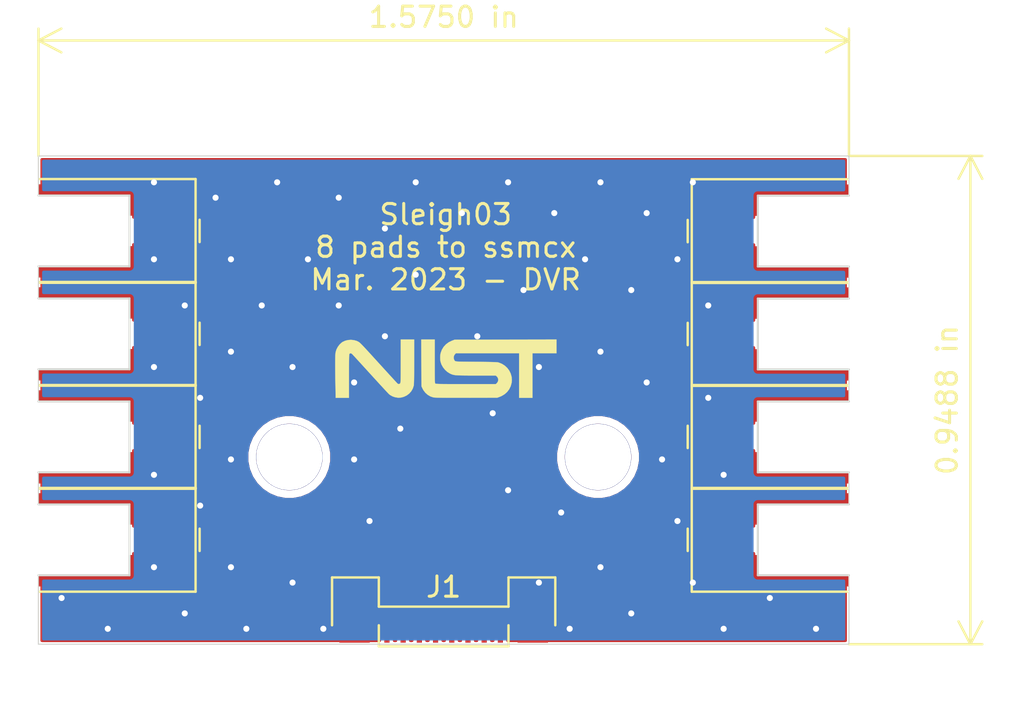
<source format=kicad_pcb>
(kicad_pcb (version 20171130) (host pcbnew 5.1.4)

  (general
    (thickness 1.6)
    (drawings 17)
    (tracks 411)
    (zones 0)
    (modules 20)
    (nets 10)
  )

  (page A4)
  (layers
    (0 F.Cu signal)
    (1 In1.Cu signal)
    (2 In2.Cu signal)
    (31 B.Cu signal)
    (32 B.Adhes user)
    (33 F.Adhes user hide)
    (34 B.Paste user)
    (35 F.Paste user hide)
    (36 B.SilkS user)
    (37 F.SilkS user)
    (38 B.Mask user hide)
    (39 F.Mask user hide)
    (40 Dwgs.User user)
    (41 Cmts.User user)
    (42 Eco1.User user)
    (43 Eco2.User user)
    (44 Edge.Cuts user)
    (45 Margin user)
    (46 B.CrtYd user hide)
    (47 F.CrtYd user hide)
    (48 B.Fab user)
    (49 F.Fab user hide)
  )

  (setup
    (last_trace_width 0.186)
    (user_trace_width 0.258)
    (trace_clearance 0.16)
    (zone_clearance 0.0762)
    (zone_45_only no)
    (trace_min 0.18)
    (via_size 0.6)
    (via_drill 0.3)
    (via_min_size 0.4)
    (via_min_drill 0.3)
    (uvia_size 0.3)
    (uvia_drill 0.1)
    (uvias_allowed no)
    (uvia_min_size 0.2)
    (uvia_min_drill 0.1)
    (edge_width 0.05)
    (segment_width 0.2)
    (pcb_text_width 0.3)
    (pcb_text_size 1.5 1.5)
    (mod_edge_width 0.12)
    (mod_text_size 1 1)
    (mod_text_width 0.15)
    (pad_size 0.5 1.1)
    (pad_drill 0)
    (pad_to_mask_clearance 0.051)
    (solder_mask_min_width 0.25)
    (aux_axis_origin 0 0)
    (visible_elements FFFFFF7F)
    (pcbplotparams
      (layerselection 0x010fc_ffffffff)
      (usegerberextensions false)
      (usegerberattributes false)
      (usegerberadvancedattributes false)
      (creategerberjobfile false)
      (excludeedgelayer true)
      (linewidth 0.100000)
      (plotframeref false)
      (viasonmask false)
      (mode 1)
      (useauxorigin false)
      (hpglpennumber 1)
      (hpglpenspeed 20)
      (hpglpendiameter 15.000000)
      (psnegative false)
      (psa4output false)
      (plotreference true)
      (plotvalue true)
      (plotinvisibletext false)
      (padsonsilk false)
      (subtractmaskfromsilk false)
      (outputformat 1)
      (mirror false)
      (drillshape 0)
      (scaleselection 1)
      (outputdirectory "gerbers/sleigh03/"))
  )

  (net 0 "")
  (net 1 "Net-(J1-Pad1)")
  (net 2 "Net-(J1-Pad2)")
  (net 3 "Net-(J1-Pad3)")
  (net 4 "Net-(J1-Pad4)")
  (net 5 "Net-(J1-Pad5)")
  (net 6 "Net-(J1-Pad6)")
  (net 7 "Net-(J1-Pad7)")
  (net 8 "Net-(J1-Pad8)")
  (net 9 GND)

  (net_class Default "This is the default net class."
    (clearance 0.16)
    (trace_width 0.186)
    (via_dia 0.6)
    (via_drill 0.3)
    (uvia_dia 0.3)
    (uvia_drill 0.1)
    (add_net GND)
    (add_net "Net-(J1-Pad1)")
    (add_net "Net-(J1-Pad2)")
    (add_net "Net-(J1-Pad3)")
    (add_net "Net-(J1-Pad4)")
    (add_net "Net-(J1-Pad5)")
    (add_net "Net-(J1-Pad6)")
    (add_net "Net-(J1-Pad7)")
    (add_net "Net-(J1-Pad8)")
  )

  (module sleigh:mod_thru (layer F.Cu) (tedit 63FF4B4D) (tstamp 63FF99A8)
    (at 144.78 85.36)
    (descr "solder Pin_ with flat with hole, hole diameter 1.3mm, length 11.3mm, width 2.8mm")
    (tags "solder Pin_ with flat fork")
    (fp_text reference REF** (at 0 2.25) (layer F.SilkS) hide
      (effects (font (size 1 1) (thickness 0.15)))
    )
    (fp_text value mod_thru (at 0 -2.05) (layer F.Fab)
      (effects (font (size 1 1) (thickness 0.15)))
    )
    (fp_line (start 1.9 1.8) (end -1.9 1.8) (layer F.CrtYd) (width 0.05))
    (fp_line (start 1.9 1.8) (end 1.9 -1.8) (layer F.CrtYd) (width 0.05))
    (fp_line (start -1.9 -1.8) (end -1.9 1.8) (layer F.CrtYd) (width 0.05))
    (fp_line (start -1.9 -1.8) (end 1.9 -1.8) (layer F.CrtYd) (width 0.05))
    (fp_line (start -1.4 0.25) (end -1.4 -0.25) (layer F.Fab) (width 0.12))
    (fp_line (start 1.4 -0.25) (end 1.4 0.25) (layer F.Fab) (width 0.12))
    (fp_line (start -1.4 -0.25) (end 1.4 -0.25) (layer F.Fab) (width 0.12))
    (fp_line (start 1.4 0.25) (end -1.4 0.25) (layer F.Fab) (width 0.12))
    (pad 1 thru_hole circle (at 0 0) (size 3.28 3.28) (drill 3.26) (layers *.Cu *.Mask)
      (solder_mask_margin 0.381) (solder_paste_margin 0.381) (clearance 0.381))
    (model ${KISYS3DMOD}/Connector_Pin.3dshapes/Pin_D1.3mm_L11.3mm_W2.8mm_Flat.wrl
      (at (xyz 0 0 0))
      (scale (xyz 1 1 1))
      (rotate (xyz 0 0 0))
    )
  )

  (module sleigh:mod_thru (layer F.Cu) (tedit 63FF4B4D) (tstamp 63FF9983)
    (at 160.02 85.36)
    (descr "solder Pin_ with flat with hole, hole diameter 1.3mm, length 11.3mm, width 2.8mm")
    (tags "solder Pin_ with flat fork")
    (fp_text reference REF** (at 0 2.25) (layer F.SilkS) hide
      (effects (font (size 1 1) (thickness 0.15)))
    )
    (fp_text value mod_thru (at 0 -2.05) (layer F.Fab)
      (effects (font (size 1 1) (thickness 0.15)))
    )
    (fp_line (start 1.9 1.8) (end -1.9 1.8) (layer F.CrtYd) (width 0.05))
    (fp_line (start 1.9 1.8) (end 1.9 -1.8) (layer F.CrtYd) (width 0.05))
    (fp_line (start -1.9 -1.8) (end -1.9 1.8) (layer F.CrtYd) (width 0.05))
    (fp_line (start -1.9 -1.8) (end 1.9 -1.8) (layer F.CrtYd) (width 0.05))
    (fp_line (start -1.4 0.25) (end -1.4 -0.25) (layer F.Fab) (width 0.12))
    (fp_line (start 1.4 -0.25) (end 1.4 0.25) (layer F.Fab) (width 0.12))
    (fp_line (start -1.4 -0.25) (end 1.4 -0.25) (layer F.Fab) (width 0.12))
    (fp_line (start 1.4 0.25) (end -1.4 0.25) (layer F.Fab) (width 0.12))
    (pad 1 thru_hole circle (at 0 0) (size 3.28 3.28) (drill 3.26) (layers *.Cu *.Mask)
      (solder_mask_margin 0.381) (solder_paste_margin 0.381) (clearance 0.381))
    (model ${KISYS3DMOD}/Connector_Pin.3dshapes/Pin_D1.3mm_L11.3mm_W2.8mm_Flat.wrl
      (at (xyz 0 0 0))
      (scale (xyz 1 1 1))
      (rotate (xyz 0 0 0))
    )
  )

  (module sleigh:nist_logo (layer F.Cu) (tedit 0) (tstamp 5FAC022E)
    (at 152.5 81)
    (fp_text reference G*** (at 0 0) (layer F.SilkS) hide
      (effects (font (size 1.524 1.524) (thickness 0.3)))
    )
    (fp_text value LOGO (at 0.75 0) (layer F.SilkS) hide
      (effects (font (size 1.524 1.524) (thickness 0.3)))
    )
    (fp_poly (pts (xy 5.469467 -0.762) (xy 4.284133 -0.762) (xy 4.284133 1.439333) (xy 3.623733 1.439333)
      (xy 3.623733 -0.762) (xy 0.505395 -0.762) (xy 0.457143 -0.713748) (xy 0.414855 -0.650108)
      (xy 0.395424 -0.573461) (xy 0.398799 -0.494017) (xy 0.424929 -0.421985) (xy 0.45881 -0.379524)
      (xy 0.467507 -0.372789) (xy 0.479328 -0.367014) (xy 0.496878 -0.362094) (xy 0.522765 -0.357926)
      (xy 0.559596 -0.354405) (xy 0.609978 -0.351429) (xy 0.676517 -0.348893) (xy 0.761822 -0.346693)
      (xy 0.868497 -0.344727) (xy 0.999152 -0.342889) (xy 1.156391 -0.341076) (xy 1.342823 -0.339185)
      (xy 1.513056 -0.337562) (xy 1.730615 -0.335404) (xy 1.916923 -0.333276) (xy 2.074597 -0.33109)
      (xy 2.206252 -0.328762) (xy 2.314506 -0.326207) (xy 2.401974 -0.323339) (xy 2.471272 -0.320073)
      (xy 2.525016 -0.316323) (xy 2.565822 -0.312005) (xy 2.596308 -0.307033) (xy 2.618428 -0.301523)
      (xy 2.778079 -0.236538) (xy 2.919013 -0.146414) (xy 3.039023 -0.034645) (xy 3.1359 0.095279)
      (xy 3.207433 0.239864) (xy 3.251415 0.395619) (xy 3.265636 0.559052) (xy 3.252711 0.70119)
      (xy 3.207416 0.86619) (xy 3.132867 1.016368) (xy 3.031494 1.148864) (xy 2.905726 1.26082)
      (xy 2.757992 1.349376) (xy 2.670658 1.386197) (xy 2.548466 1.430867) (xy 1.016 1.433981)
      (xy 0.731882 1.434436) (xy 0.48002 1.434567) (xy 0.258808 1.434357) (xy 0.066636 1.433788)
      (xy -0.098104 1.432844) (xy -0.237019 1.431506) (xy -0.351719 1.429759) (xy -0.443812 1.427584)
      (xy -0.514905 1.424965) (xy -0.566607 1.421883) (xy -0.600526 1.418323) (xy -0.610424 1.416558)
      (xy -0.754082 1.368314) (xy -0.886408 1.290802) (xy -1.002498 1.188003) (xy -1.097448 1.0639)
      (xy -1.139359 0.987003) (xy -1.1938 0.872067) (xy -1.203172 -1.439333) (xy -0.541867 -1.439333)
      (xy -0.541867 -0.365276) (xy -0.541796 -0.145916) (xy -0.541545 0.042035) (xy -0.541053 0.201034)
      (xy -0.540262 0.333537) (xy -0.539111 0.442003) (xy -0.537543 0.528887) (xy -0.535496 0.596647)
      (xy -0.532912 0.647741) (xy -0.529731 0.684625) (xy -0.525895 0.709756) (xy -0.521343 0.725592)
      (xy -0.516016 0.734589) (xy -0.515257 0.73539) (xy -0.507957 0.740062) (xy -0.494608 0.74416)
      (xy -0.473128 0.747722) (xy -0.441433 0.750783) (xy -0.397441 0.753382) (xy -0.339069 0.755554)
      (xy -0.264233 0.757336) (xy -0.17085 0.758766) (xy -0.056839 0.759879) (xy 0.079886 0.760714)
      (xy 0.241405 0.761305) (xy 0.429804 0.761692) (xy 0.647164 0.761909) (xy 0.895568 0.761994)
      (xy 0.991542 0.762) (xy 2.471732 0.762) (xy 2.523698 0.715433) (xy 2.572103 0.651251)
      (xy 2.593911 0.575284) (xy 2.58911 0.496535) (xy 2.557689 0.424009) (xy 2.524122 0.385477)
      (xy 2.471732 0.338667) (xy 1.511033 0.338372) (xy 1.290625 0.33821) (xy 1.101157 0.337711)
      (xy 0.939703 0.336645) (xy 0.803336 0.334776) (xy 0.689131 0.331874) (xy 0.59416 0.327704)
      (xy 0.515497 0.322034) (xy 0.450217 0.31463) (xy 0.395392 0.305261) (xy 0.348097 0.293693)
      (xy 0.305404 0.279693) (xy 0.264388 0.263029) (xy 0.222122 0.243467) (xy 0.2032 0.234285)
      (xy 0.078169 0.155933) (xy -0.035861 0.051442) (xy -0.133121 -0.071933) (xy -0.207845 -0.206939)
      (xy -0.252656 -0.339138) (xy -0.264612 -0.420118) (xy -0.269494 -0.519022) (xy -0.267453 -0.622145)
      (xy -0.258636 -0.715783) (xy -0.247957 -0.770467) (xy -0.187747 -0.933293) (xy -0.099739 -1.077803)
      (xy 0.014159 -1.201941) (xy 0.152039 -1.303654) (xy 0.311992 -1.380886) (xy 0.322688 -1.384857)
      (xy 0.448733 -1.430867) (xy 2.9591 -1.435529) (xy 5.469467 -1.44019) (xy 5.469467 -0.762)) (layer F.SilkS) (width 0.01))
    (fp_poly (pts (xy -1.557867 -0.347967) (xy -1.55816 -0.085652) (xy -1.559045 0.143187) (xy -1.560527 0.338935)
      (xy -1.562612 0.501977) (xy -1.565306 0.632698) (xy -1.568617 0.731483) (xy -1.572549 0.798718)
      (xy -1.576741 0.833133) (xy -1.624582 0.981676) (xy -1.700604 1.114388) (xy -1.801653 1.228282)
      (xy -1.924573 1.320371) (xy -2.06621 1.387669) (xy -2.200253 1.423381) (xy -2.340176 1.432494)
      (xy -2.483353 1.413081) (xy -2.621054 1.367599) (xy -2.744552 1.298503) (xy -2.799471 1.254767)
      (xy -2.821661 1.232546) (xy -2.864669 1.187342) (xy -2.926559 1.121255) (xy -3.005393 1.036384)
      (xy -3.099236 0.93483) (xy -3.20615 0.818692) (xy -3.3242 0.690072) (xy -3.451448 0.551068)
      (xy -3.585959 0.40378) (xy -3.725795 0.25031) (xy -3.730143 0.245533) (xy -3.869115 0.092921)
      (xy -4.002034 -0.052859) (xy -4.127058 -0.189799) (xy -4.242344 -0.315887) (xy -4.346047 -0.429114)
      (xy -4.436325 -0.527468) (xy -4.511334 -0.60894) (xy -4.569232 -0.671519) (xy -4.608174 -0.713195)
      (xy -4.626319 -0.731957) (xy -4.626769 -0.732367) (xy -4.676151 -0.759042) (xy -4.723824 -0.75337)
      (xy -4.748591 -0.735391) (xy -4.754023 -0.727107) (xy -4.758674 -0.712308) (xy -4.762601 -0.688534)
      (xy -4.765864 -0.65333) (xy -4.768523 -0.604238) (xy -4.770636 -0.538801) (xy -4.772264 -0.454562)
      (xy -4.773466 -0.349064) (xy -4.774301 -0.21985) (xy -4.774829 -0.064462) (xy -4.775108 0.119556)
      (xy -4.775199 0.334661) (xy -4.7752 0.365276) (xy -4.7752 1.439333) (xy -5.430101 1.439333)
      (xy -5.441293 0.791633) (xy -5.446136 0.484522) (xy -5.449513 0.20883) (xy -5.451425 -0.035131)
      (xy -5.451873 -0.247048) (xy -5.450859 -0.426607) (xy -5.448385 -0.573497) (xy -5.444451 -0.687404)
      (xy -5.439059 -0.768015) (xy -5.43424 -0.805457) (xy -5.395001 -0.938403) (xy -5.329147 -1.06773)
      (xy -5.242404 -1.185011) (xy -5.140499 -1.28182) (xy -5.083979 -1.320931) (xy -4.960504 -1.377951)
      (xy -4.822062 -1.411529) (xy -4.676833 -1.421622) (xy -4.532995 -1.408189) (xy -4.398725 -1.371188)
      (xy -4.304263 -1.324939) (xy -4.285388 -1.312854) (xy -4.265772 -1.298849) (xy -4.243798 -1.281223)
      (xy -4.21785 -1.258275) (xy -4.18631 -1.228305) (xy -4.147561 -1.189612) (xy -4.099986 -1.140494)
      (xy -4.041967 -1.079251) (xy -3.971888 -1.004182) (xy -3.888131 -0.913585) (xy -3.789079 -0.805761)
      (xy -3.673116 -0.679008) (xy -3.538624 -0.531625) (xy -3.383985 -0.361911) (xy -3.278016 -0.245533)
      (xy -3.137989 -0.091824) (xy -3.004185 0.054874) (xy -2.878407 0.192591) (xy -2.76246 0.319361)
      (xy -2.658151 0.433215) (xy -2.567283 0.532185) (xy -2.491663 0.614303) (xy -2.433094 0.677602)
      (xy -2.393382 0.720114) (xy -2.374332 0.739871) (xy -2.373268 0.740833) (xy -2.325821 0.76067)
      (xy -2.277065 0.752149) (xy -2.244627 0.724365) (xy -2.239205 0.713515) (xy -2.234569 0.695963)
      (xy -2.230658 0.669222) (xy -2.227412 0.630805) (xy -2.224773 0.578222) (xy -2.22268 0.508987)
      (xy -2.221075 0.420611) (xy -2.219897 0.310606) (xy -2.219086 0.176486) (xy -2.218584 0.015761)
      (xy -2.218331 -0.174056) (xy -2.218267 -0.376301) (xy -2.218267 -1.439333) (xy -1.557867 -1.439333)
      (xy -1.557867 -0.347967)) (layer F.SilkS) (width 0.01))
  )

  (module sleigh:uwT0.50_1.10_0.10_0.26_0.50 (layer F.Cu) (tedit 5FAB0D83) (tstamp 5FABFBA3)
    (at 165.16 74.21 180)
    (attr virtual)
    (fp_text reference uwT***** (at 0.25 -1.275) (layer F.SilkS) hide
      (effects (font (size 1 1) (thickness 0.15)))
    )
    (fp_text value uwT_0.5 (at 0.25 1.775) (layer F.Fab)
      (effects (font (size 1 1) (thickness 0.15)))
    )
    (pad 1 smd custom (at 0 0 180) (size 0.5 1.1) (layers F.Cu)
      (net 4 "Net-(J1-Pad4)") (zone_connect 0)
      (options (clearance outline) (anchor rect))
      (primitives
        (gr_poly (pts
           (xy -0.25 -0.55) (xy 0.25 -0.55) (xy 0.7 -0.129) (xy 0.8 -0.129) (xy 0.8 0.129)
           (xy 0.7 0.129) (xy 0.25 0.55) (xy -0.25 0.55)) (width 0))
      ))
    (pad 1 smd rect (at 0.75 0 180) (size 0.1 0.258) (layers F.Cu))
  )

  (module sleigh:uwT0.50_1.10_0.10_0.26_0.50 (layer F.Cu) (tedit 5FAB0D93) (tstamp 5FABFB99)
    (at 165.15 79.29 180)
    (attr virtual)
    (fp_text reference uwT***** (at 0.25 -1.275) (layer F.SilkS) hide
      (effects (font (size 1 1) (thickness 0.15)))
    )
    (fp_text value uwT_0.5 (at 0.25 1.775) (layer F.Fab)
      (effects (font (size 1 1) (thickness 0.15)))
    )
    (pad 1 smd rect (at 0.75 0 180) (size 0.1 0.258) (layers F.Cu))
    (pad 1 smd custom (at 0 0 180) (size 0.5 1.1) (layers F.Cu)
      (net 3 "Net-(J1-Pad3)") (zone_connect 0)
      (options (clearance outline) (anchor rect))
      (primitives
        (gr_poly (pts
           (xy -0.25 -0.55) (xy 0.25 -0.55) (xy 0.7 -0.129) (xy 0.8 -0.129) (xy 0.8 0.129)
           (xy 0.7 0.129) (xy 0.25 0.55) (xy -0.25 0.55)) (width 0))
      ))
  )

  (module sleigh:uwT0.50_1.10_0.10_0.26_0.50 (layer F.Cu) (tedit 5FAB0DA9) (tstamp 5FABFB8F)
    (at 165.16 84.37 180)
    (attr virtual)
    (fp_text reference uwT***** (at 0.25 -1.275) (layer F.SilkS) hide
      (effects (font (size 1 1) (thickness 0.15)))
    )
    (fp_text value uwT_0.5 (at 0.25 1.775) (layer F.Fab)
      (effects (font (size 1 1) (thickness 0.15)))
    )
    (pad 1 smd custom (at 0 0 180) (size 0.5 1.1) (layers F.Cu)
      (net 2 "Net-(J1-Pad2)") (zone_connect 0)
      (options (clearance outline) (anchor rect))
      (primitives
        (gr_poly (pts
           (xy -0.25 -0.55) (xy 0.25 -0.55) (xy 0.7 -0.129) (xy 0.8 -0.129) (xy 0.8 0.129)
           (xy 0.7 0.129) (xy 0.25 0.55) (xy -0.25 0.55)) (width 0))
      ))
    (pad 1 smd rect (at 0.75 0 180) (size 0.1 0.258) (layers F.Cu))
  )

  (module sleigh:uwT0.50_1.10_0.10_0.26_0.50 (layer F.Cu) (tedit 5FAB0DB9) (tstamp 5FABFB85)
    (at 165.16 89.45 180)
    (attr virtual)
    (fp_text reference uwT***** (at 0.25 -1.275) (layer F.SilkS) hide
      (effects (font (size 1 1) (thickness 0.15)))
    )
    (fp_text value uwT_0.5 (at 0.25 1.775) (layer F.Fab)
      (effects (font (size 1 1) (thickness 0.15)))
    )
    (pad 1 smd rect (at 0.75 0 180) (size 0.1 0.258) (layers F.Cu))
    (pad 1 smd custom (at 0 0 180) (size 0.5 1.1) (layers F.Cu)
      (net 1 "Net-(J1-Pad1)") (zone_connect 0)
      (options (clearance outline) (anchor rect))
      (primitives
        (gr_poly (pts
           (xy -0.25 -0.55) (xy 0.25 -0.55) (xy 0.7 -0.129) (xy 0.8 -0.129) (xy 0.8 0.129)
           (xy 0.7 0.129) (xy 0.25 0.55) (xy -0.25 0.55)) (width 0))
      ))
  )

  (module sleigh:uwT0.50_1.10_0.10_0.26_0.50 (layer F.Cu) (tedit 5FAB0C97) (tstamp 5FABFB7B)
    (at 139.65 89.45)
    (attr virtual)
    (fp_text reference uwT***** (at 0.25 -1.275) (layer F.SilkS) hide
      (effects (font (size 1 1) (thickness 0.15)))
    )
    (fp_text value uwT_0.5 (at 0.25 1.775) (layer F.Fab)
      (effects (font (size 1 1) (thickness 0.15)))
    )
    (pad 1 smd custom (at 0 0) (size 0.5 1.1) (layers F.Cu)
      (net 8 "Net-(J1-Pad8)") (zone_connect 0)
      (options (clearance outline) (anchor rect))
      (primitives
        (gr_poly (pts
           (xy -0.25 -0.55) (xy 0.25 -0.55) (xy 0.7 -0.129) (xy 0.8 -0.129) (xy 0.8 0.129)
           (xy 0.7 0.129) (xy 0.25 0.55) (xy -0.25 0.55)) (width 0))
      ))
    (pad 1 smd rect (at 0.75 0) (size 0.1 0.258) (layers F.Cu))
  )

  (module sleigh:uwT0.50_1.10_0.10_0.26_0.50 (layer F.Cu) (tedit 5FAB0D28) (tstamp 5FABFB71)
    (at 139.64 74.2)
    (attr virtual)
    (fp_text reference uwT***** (at 0.25 -1.275) (layer F.SilkS) hide
      (effects (font (size 1 1) (thickness 0.15)))
    )
    (fp_text value uwT_0.5 (at 0.25 1.775) (layer F.Fab)
      (effects (font (size 1 1) (thickness 0.15)))
    )
    (pad 1 smd rect (at 0.75 0) (size 0.1 0.258) (layers F.Cu))
    (pad 1 smd custom (at 0 0) (size 0.5 1.1) (layers F.Cu)
      (net 5 "Net-(J1-Pad5)") (zone_connect 0)
      (options (clearance outline) (anchor rect))
      (primitives
        (gr_poly (pts
           (xy -0.25 -0.55) (xy 0.25 -0.55) (xy 0.7 -0.129) (xy 0.8 -0.129) (xy 0.8 0.129)
           (xy 0.7 0.129) (xy 0.25 0.55) (xy -0.25 0.55)) (width 0))
      ))
  )

  (module sleigh:uwT0.50_1.10_0.10_0.26_0.50 (layer F.Cu) (tedit 5FAB0CF0) (tstamp 5FABFB67)
    (at 139.64 79.28)
    (attr virtual)
    (fp_text reference uwT***** (at 0.25 -1.275) (layer F.SilkS) hide
      (effects (font (size 1 1) (thickness 0.15)))
    )
    (fp_text value uwT_0.5 (at 0.25 1.775) (layer F.Fab)
      (effects (font (size 1 1) (thickness 0.15)))
    )
    (pad 1 smd custom (at 0 0) (size 0.5 1.1) (layers F.Cu)
      (net 6 "Net-(J1-Pad6)") (zone_connect 0)
      (options (clearance outline) (anchor rect))
      (primitives
        (gr_poly (pts
           (xy -0.25 -0.55) (xy 0.25 -0.55) (xy 0.7 -0.129) (xy 0.8 -0.129) (xy 0.8 0.129)
           (xy 0.7 0.129) (xy 0.25 0.55) (xy -0.25 0.55)) (width 0))
      ))
    (pad 1 smd rect (at 0.75 0) (size 0.1 0.258) (layers F.Cu))
  )

  (module sleigh:uwT0.50_1.10_0.10_0.26_0.50 (layer F.Cu) (tedit 5FAB0CC0) (tstamp 5FABFB5B)
    (at 139.64 84.37)
    (attr virtual)
    (fp_text reference uwT***** (at 0.25 -1.275) (layer F.SilkS) hide
      (effects (font (size 1 1) (thickness 0.15)))
    )
    (fp_text value uwT_0.5 (at 0.25 1.775) (layer F.Fab)
      (effects (font (size 1 1) (thickness 0.15)))
    )
    (pad 1 smd rect (at 0.75 0) (size 0.1 0.258) (layers F.Cu))
    (pad 1 smd custom (at 0 0) (size 0.5 1.1) (layers F.Cu)
      (net 7 "Net-(J1-Pad7)") (zone_connect 0)
      (options (clearance outline) (anchor rect))
      (primitives
        (gr_poly (pts
           (xy -0.25 -0.55) (xy 0.25 -0.55) (xy 0.7 -0.129) (xy 0.8 -0.129) (xy 0.8 0.129)
           (xy 0.7 0.129) (xy 0.25 0.55) (xy -0.25 0.55)) (width 0))
      ))
  )

  (module sleigh:thin_8 (layer F.Cu) (tedit 5FAB0A6F) (tstamp 5F72AF89)
    (at 152.4 93.726 180)
    (path /5F737D4E)
    (attr smd)
    (fp_text reference J1 (at 0 1.95) (layer F.SilkS)
      (effects (font (size 1 1) (thickness 0.15)))
    )
    (fp_text value Conn_01x08 (at 0 3.1) (layer F.Fab)
      (effects (font (size 1 1) (thickness 0.15)))
    )
    (fp_line (start -5.75 -1.2) (end -5.75 2.65) (layer F.CrtYd) (width 0.05))
    (fp_line (start -5.75 2.65) (end 5.75 2.65) (layer F.CrtYd) (width 0.05))
    (fp_line (start 5.75 -1.2) (end 5.75 2.65) (layer F.CrtYd) (width 0.05))
    (fp_line (start -5.75 -1.2) (end 5.75 -1.2) (layer F.CrtYd) (width 0.05))
    (fp_line (start 3.2 0.06) (end 3.2 -0.98) (layer F.SilkS) (width 0.12))
    (fp_line (start -3.2 0.06) (end -3.2 -0.98) (layer F.SilkS) (width 0.12))
    (fp_line (start 5.51 2.42) (end 5.51 0.06) (layer F.SilkS) (width 0.12))
    (fp_line (start -5.51 2.42) (end -5.51 0.06) (layer F.SilkS) (width 0.12))
    (fp_line (start 3.2 2.42) (end 5.51 2.42) (layer F.SilkS) (width 0.12))
    (fp_line (start -3.2 2.42) (end -5.51 2.42) (layer F.SilkS) (width 0.12))
    (fp_line (start 3.2 0.98) (end 3.2 2.42) (layer F.SilkS) (width 0.12))
    (fp_line (start -3.2 0.98) (end -3.2 2.42) (layer F.SilkS) (width 0.12))
    (fp_line (start -3.2 0.98) (end 3.2 0.98) (layer F.SilkS) (width 0.12))
    (fp_line (start -3.2 -0.98) (end 3.2 -0.98) (layer F.SilkS) (width 0.12))
    (pad 0 smd rect (at 4.4 0.2 180) (size 1.5 2) (layers F.Cu F.Mask)
      (net 9 GND))
    (pad 0 smd rect (at -4.4 0.2 180) (size 1.5 2) (layers F.Cu F.Mask)
      (net 9 GND))
    (pad 8 smd rect (at 2.8 0 180) (size 0.258 1.6) (layers F.Cu F.Mask)
      (net 8 "Net-(J1-Pad8)"))
    (pad 7 smd rect (at 2 0 180) (size 0.258 1.6) (layers F.Cu F.Mask)
      (net 7 "Net-(J1-Pad7)"))
    (pad 6 smd rect (at 1.2 0 180) (size 0.258 1.6) (layers F.Cu F.Mask)
      (net 6 "Net-(J1-Pad6)"))
    (pad 5 smd rect (at 0.4 0 180) (size 0.258 1.6) (layers F.Cu F.Mask)
      (net 5 "Net-(J1-Pad5)"))
    (pad 4 smd rect (at -0.4 0 180) (size 0.258 1.6) (layers F.Cu F.Mask)
      (net 4 "Net-(J1-Pad4)"))
    (pad 3 smd rect (at -1.2 0 180) (size 0.258 1.6) (layers F.Cu F.Mask)
      (net 3 "Net-(J1-Pad3)"))
    (pad 2 smd rect (at -2 0 180) (size 0.258 1.6) (layers F.Cu F.Mask)
      (net 2 "Net-(J1-Pad2)"))
    (pad 1 smd rect (at -2.8 0 180) (size 0.258 1.6) (layers F.Cu F.Mask)
      (net 1 "Net-(J1-Pad1)"))
  )

  (module Connector_Coaxial:MMCX_Molex_73415-0961_Horizontal_1.6mm-PCB (layer F.Cu) (tedit 5B958B0F) (tstamp 5F72AFC3)
    (at 168.656 89.448 180)
    (descr "Molex MMCX Horizontal Coaxial https://www.molex.com/pdm_docs/sd/734150961_sd.pdf")
    (tags "Molex MMCX Horizontal Coaxial")
    (path /5F739F6F)
    (attr smd)
    (fp_text reference J3 (at 0 -3.5) (layer F.SilkS) hide
      (effects (font (size 1 1) (thickness 0.15)))
    )
    (fp_text value coax (at 0 3.5) (layer F.Fab)
      (effects (font (size 1 1) (thickness 0.15)))
    )
    (fp_line (start -4.25 -2.8) (end 4.25 -2.8) (layer F.CrtYd) (width 0.05))
    (fp_line (start -4.25 2.8) (end 4.25 2.8) (layer F.CrtYd) (width 0.05))
    (fp_line (start 4.25 -2.8) (end 4.25 2.8) (layer F.CrtYd) (width 0.05))
    (fp_line (start -4.25 -2.8) (end -4.25 2.8) (layer F.CrtYd) (width 0.05))
    (fp_line (start 4.21 -0.55) (end 4.21 0.55) (layer F.SilkS) (width 0.12))
    (fp_line (start 3.68 -0.5) (end 3.68 -2.25) (layer F.Fab) (width 0.1))
    (fp_line (start -3.69 2.56) (end 4.01 2.56) (layer F.SilkS) (width 0.12))
    (fp_line (start 4.01 2.56) (end 4.01 -2.56) (layer F.SilkS) (width 0.12))
    (fp_line (start -3.69 -2.56) (end 4.01 -2.56) (layer F.SilkS) (width 0.12))
    (fp_text user "PCB edge" (at -3.35 0 90) (layer Dwgs.User)
      (effects (font (size 0.4 0.4) (thickness 0.06)))
    )
    (fp_line (start -3.75 1.75) (end -3.75 -1.75) (layer Dwgs.User) (width 0.1))
    (fp_line (start -3.75 2.25) (end 3.68 2.25) (layer F.Fab) (width 0.1))
    (fp_line (start 3.68 2.25) (end 3.68 0.5) (layer F.Fab) (width 0.1))
    (fp_line (start 3.18 0) (end 3.68 0.5) (layer F.Fab) (width 0.1))
    (fp_line (start -3.75 -2.25) (end -3.75 2.25) (layer F.Fab) (width 0.1))
    (fp_line (start -3.75 -2.25) (end 3.68 -2.25) (layer F.Fab) (width 0.1))
    (fp_line (start 3.18 0) (end 3.68 -0.5) (layer F.Fab) (width 0.1))
    (fp_line (start -3.75 1.75) (end 0.75 1.75) (layer Edge.Cuts) (width 0.1))
    (fp_line (start 0.75 1.75) (end 0.75 -1.75) (layer Edge.Cuts) (width 0.1))
    (fp_line (start 0.75 -1.75) (end -3.75 -1.75) (layer Edge.Cuts) (width 0.1))
    (fp_text user %R (at -1.55 0) (layer F.Fab)
      (effects (font (size 1 1) (thickness 0.15)))
    )
    (pad 2 smd custom (at 2.25 1.525 180) (size 3 1.55) (layers F.Cu F.Paste F.Mask)
      (net 9 GND)
      (options (clearance outline) (anchor rect))
      (primitives
        (gr_poly (pts
           (xy -6 0.225) (xy -6 0.775) (xy -1.5 0.775) (xy -1.5 0.225)) (width 0))
      ))
    (pad 2 smd custom (at 2.25 -1.525 180) (size 3 1.55) (layers F.Cu F.Paste F.Mask)
      (net 9 GND)
      (options (clearance outline) (anchor rect))
      (primitives
        (gr_poly (pts
           (xy -6 -0.775) (xy -6 -0.225) (xy -1.5 -0.225) (xy -1.5 -0.775)) (width 0))
      ))
    (pad 1 smd rect (at 2.45 0 180) (size 2.6 1.1) (layers F.Cu F.Paste F.Mask)
      (net 1 "Net-(J1-Pad1)"))
    (model ${KISYS3DMOD}/Connector_Coaxial.3dshapes/MMCX_Molex_73415-0961_Horizontal.wrl
      (at (xyz 0 0 0))
      (scale (xyz 1 1 1))
      (rotate (xyz 0 0 0))
    )
  )

  (module Connector_Coaxial:MMCX_Molex_73415-0961_Horizontal_1.6mm-PCB (layer F.Cu) (tedit 5B958B0F) (tstamp 5F72AFFB)
    (at 168.656 84.368 180)
    (descr "Molex MMCX Horizontal Coaxial https://www.molex.com/pdm_docs/sd/734150961_sd.pdf")
    (tags "Molex MMCX Horizontal Coaxial")
    (path /5F738AD2)
    (attr smd)
    (fp_text reference J5 (at 0 -3.5) (layer F.SilkS) hide
      (effects (font (size 1 1) (thickness 0.15)))
    )
    (fp_text value coax (at 0 3.5) (layer F.Fab)
      (effects (font (size 1 1) (thickness 0.15)))
    )
    (fp_line (start -4.25 -2.8) (end 4.25 -2.8) (layer F.CrtYd) (width 0.05))
    (fp_line (start -4.25 2.8) (end 4.25 2.8) (layer F.CrtYd) (width 0.05))
    (fp_line (start 4.25 -2.8) (end 4.25 2.8) (layer F.CrtYd) (width 0.05))
    (fp_line (start -4.25 -2.8) (end -4.25 2.8) (layer F.CrtYd) (width 0.05))
    (fp_line (start 4.21 -0.55) (end 4.21 0.55) (layer F.SilkS) (width 0.12))
    (fp_line (start 3.68 -0.5) (end 3.68 -2.25) (layer F.Fab) (width 0.1))
    (fp_line (start -3.69 2.56) (end 4.01 2.56) (layer F.SilkS) (width 0.12))
    (fp_line (start 4.01 2.56) (end 4.01 -2.56) (layer F.SilkS) (width 0.12))
    (fp_line (start -3.69 -2.56) (end 4.01 -2.56) (layer F.SilkS) (width 0.12))
    (fp_text user "PCB edge" (at -3.35 0 90) (layer Dwgs.User)
      (effects (font (size 0.4 0.4) (thickness 0.06)))
    )
    (fp_line (start -3.75 1.75) (end -3.75 -1.75) (layer Dwgs.User) (width 0.1))
    (fp_line (start -3.75 2.25) (end 3.68 2.25) (layer F.Fab) (width 0.1))
    (fp_line (start 3.68 2.25) (end 3.68 0.5) (layer F.Fab) (width 0.1))
    (fp_line (start 3.18 0) (end 3.68 0.5) (layer F.Fab) (width 0.1))
    (fp_line (start -3.75 -2.25) (end -3.75 2.25) (layer F.Fab) (width 0.1))
    (fp_line (start -3.75 -2.25) (end 3.68 -2.25) (layer F.Fab) (width 0.1))
    (fp_line (start 3.18 0) (end 3.68 -0.5) (layer F.Fab) (width 0.1))
    (fp_line (start -3.75 1.75) (end 0.75 1.75) (layer Edge.Cuts) (width 0.1))
    (fp_line (start 0.75 1.75) (end 0.75 -1.75) (layer Edge.Cuts) (width 0.1))
    (fp_line (start 0.75 -1.75) (end -3.75 -1.75) (layer Edge.Cuts) (width 0.1))
    (fp_text user %R (at -1.55 0) (layer F.Fab)
      (effects (font (size 1 1) (thickness 0.15)))
    )
    (pad 2 smd custom (at 2.25 1.525 180) (size 3 1.55) (layers F.Cu F.Paste F.Mask)
      (net 9 GND)
      (options (clearance outline) (anchor rect))
      (primitives
        (gr_poly (pts
           (xy -6 0.225) (xy -6 0.775) (xy -1.5 0.775) (xy -1.5 0.225)) (width 0))
      ))
    (pad 2 smd custom (at 2.25 -1.525 180) (size 3 1.55) (layers F.Cu F.Paste F.Mask)
      (net 9 GND)
      (options (clearance outline) (anchor rect))
      (primitives
        (gr_poly (pts
           (xy -6 -0.775) (xy -6 -0.225) (xy -1.5 -0.225) (xy -1.5 -0.775)) (width 0))
      ))
    (pad 1 smd rect (at 2.45 0 180) (size 2.6 1.1) (layers F.Cu F.Paste F.Mask)
      (net 2 "Net-(J1-Pad2)"))
    (model ${KISYS3DMOD}/Connector_Coaxial.3dshapes/MMCX_Molex_73415-0961_Horizontal.wrl
      (at (xyz 0 0 0))
      (scale (xyz 1 1 1))
      (rotate (xyz 0 0 0))
    )
  )

  (module Connector_Coaxial:MMCX_Molex_73415-0961_Horizontal_1.6mm-PCB (layer F.Cu) (tedit 5B958B0F) (tstamp 5F72B033)
    (at 168.656 79.288 180)
    (descr "Molex MMCX Horizontal Coaxial https://www.molex.com/pdm_docs/sd/734150961_sd.pdf")
    (tags "Molex MMCX Horizontal Coaxial")
    (path /5F73D438)
    (attr smd)
    (fp_text reference J7 (at 0 -3.5) (layer F.SilkS) hide
      (effects (font (size 1 1) (thickness 0.15)))
    )
    (fp_text value coax (at 0 3.5) (layer F.Fab)
      (effects (font (size 1 1) (thickness 0.15)))
    )
    (fp_line (start -4.25 -2.8) (end 4.25 -2.8) (layer F.CrtYd) (width 0.05))
    (fp_line (start -4.25 2.8) (end 4.25 2.8) (layer F.CrtYd) (width 0.05))
    (fp_line (start 4.25 -2.8) (end 4.25 2.8) (layer F.CrtYd) (width 0.05))
    (fp_line (start -4.25 -2.8) (end -4.25 2.8) (layer F.CrtYd) (width 0.05))
    (fp_line (start 4.21 -0.55) (end 4.21 0.55) (layer F.SilkS) (width 0.12))
    (fp_line (start 3.68 -0.5) (end 3.68 -2.25) (layer F.Fab) (width 0.1))
    (fp_line (start -3.69 2.56) (end 4.01 2.56) (layer F.SilkS) (width 0.12))
    (fp_line (start 4.01 2.56) (end 4.01 -2.56) (layer F.SilkS) (width 0.12))
    (fp_line (start -3.69 -2.56) (end 4.01 -2.56) (layer F.SilkS) (width 0.12))
    (fp_text user "PCB edge" (at -3.35 0 90) (layer Dwgs.User)
      (effects (font (size 0.4 0.4) (thickness 0.06)))
    )
    (fp_line (start -3.75 1.75) (end -3.75 -1.75) (layer Dwgs.User) (width 0.1))
    (fp_line (start -3.75 2.25) (end 3.68 2.25) (layer F.Fab) (width 0.1))
    (fp_line (start 3.68 2.25) (end 3.68 0.5) (layer F.Fab) (width 0.1))
    (fp_line (start 3.18 0) (end 3.68 0.5) (layer F.Fab) (width 0.1))
    (fp_line (start -3.75 -2.25) (end -3.75 2.25) (layer F.Fab) (width 0.1))
    (fp_line (start -3.75 -2.25) (end 3.68 -2.25) (layer F.Fab) (width 0.1))
    (fp_line (start 3.18 0) (end 3.68 -0.5) (layer F.Fab) (width 0.1))
    (fp_line (start -3.75 1.75) (end 0.75 1.75) (layer Edge.Cuts) (width 0.1))
    (fp_line (start 0.75 1.75) (end 0.75 -1.75) (layer Edge.Cuts) (width 0.1))
    (fp_line (start 0.75 -1.75) (end -3.75 -1.75) (layer Edge.Cuts) (width 0.1))
    (fp_text user %R (at -1.55 0) (layer F.Fab)
      (effects (font (size 1 1) (thickness 0.15)))
    )
    (pad 2 smd custom (at 2.25 1.525 180) (size 3 1.55) (layers F.Cu F.Paste F.Mask)
      (net 9 GND)
      (options (clearance outline) (anchor rect))
      (primitives
        (gr_poly (pts
           (xy -6 0.225) (xy -6 0.775) (xy -1.5 0.775) (xy -1.5 0.225)) (width 0))
      ))
    (pad 2 smd custom (at 2.25 -1.525 180) (size 3 1.55) (layers F.Cu F.Paste F.Mask)
      (net 9 GND)
      (options (clearance outline) (anchor rect))
      (primitives
        (gr_poly (pts
           (xy -6 -0.775) (xy -6 -0.225) (xy -1.5 -0.225) (xy -1.5 -0.775)) (width 0))
      ))
    (pad 1 smd rect (at 2.45 0 180) (size 2.6 1.1) (layers F.Cu F.Paste F.Mask)
      (net 3 "Net-(J1-Pad3)"))
    (model ${KISYS3DMOD}/Connector_Coaxial.3dshapes/MMCX_Molex_73415-0961_Horizontal.wrl
      (at (xyz 0 0 0))
      (scale (xyz 1 1 1))
      (rotate (xyz 0 0 0))
    )
  )

  (module Connector_Coaxial:MMCX_Molex_73415-0961_Horizontal_1.6mm-PCB (layer F.Cu) (tedit 5B958B0F) (tstamp 5F72B06B)
    (at 168.656 74.208 180)
    (descr "Molex MMCX Horizontal Coaxial https://www.molex.com/pdm_docs/sd/734150961_sd.pdf")
    (tags "Molex MMCX Horizontal Coaxial")
    (path /5F73D9C0)
    (attr smd)
    (fp_text reference J9 (at 0 -3.5) (layer F.SilkS) hide
      (effects (font (size 1 1) (thickness 0.15)))
    )
    (fp_text value coax (at 0 3.5) (layer F.Fab)
      (effects (font (size 1 1) (thickness 0.15)))
    )
    (fp_line (start -4.25 -2.8) (end 4.25 -2.8) (layer F.CrtYd) (width 0.05))
    (fp_line (start -4.25 2.8) (end 4.25 2.8) (layer F.CrtYd) (width 0.05))
    (fp_line (start 4.25 -2.8) (end 4.25 2.8) (layer F.CrtYd) (width 0.05))
    (fp_line (start -4.25 -2.8) (end -4.25 2.8) (layer F.CrtYd) (width 0.05))
    (fp_line (start 4.21 -0.55) (end 4.21 0.55) (layer F.SilkS) (width 0.12))
    (fp_line (start 3.68 -0.5) (end 3.68 -2.25) (layer F.Fab) (width 0.1))
    (fp_line (start -3.69 2.56) (end 4.01 2.56) (layer F.SilkS) (width 0.12))
    (fp_line (start 4.01 2.56) (end 4.01 -2.56) (layer F.SilkS) (width 0.12))
    (fp_line (start -3.69 -2.56) (end 4.01 -2.56) (layer F.SilkS) (width 0.12))
    (fp_text user "PCB edge" (at -3.35 0 90) (layer Dwgs.User)
      (effects (font (size 0.4 0.4) (thickness 0.06)))
    )
    (fp_line (start -3.75 1.75) (end -3.75 -1.75) (layer Dwgs.User) (width 0.1))
    (fp_line (start -3.75 2.25) (end 3.68 2.25) (layer F.Fab) (width 0.1))
    (fp_line (start 3.68 2.25) (end 3.68 0.5) (layer F.Fab) (width 0.1))
    (fp_line (start 3.18 0) (end 3.68 0.5) (layer F.Fab) (width 0.1))
    (fp_line (start -3.75 -2.25) (end -3.75 2.25) (layer F.Fab) (width 0.1))
    (fp_line (start -3.75 -2.25) (end 3.68 -2.25) (layer F.Fab) (width 0.1))
    (fp_line (start 3.18 0) (end 3.68 -0.5) (layer F.Fab) (width 0.1))
    (fp_line (start -3.75 1.75) (end 0.75 1.75) (layer Edge.Cuts) (width 0.1))
    (fp_line (start 0.75 1.75) (end 0.75 -1.75) (layer Edge.Cuts) (width 0.1))
    (fp_line (start 0.75 -1.75) (end -3.75 -1.75) (layer Edge.Cuts) (width 0.1))
    (fp_text user %R (at -1.55 0) (layer F.Fab)
      (effects (font (size 1 1) (thickness 0.15)))
    )
    (pad 2 smd custom (at 2.25 1.525 180) (size 3 1.55) (layers F.Cu F.Paste F.Mask)
      (net 9 GND)
      (options (clearance outline) (anchor rect))
      (primitives
        (gr_poly (pts
           (xy -6 0.225) (xy -6 0.775) (xy -1.5 0.775) (xy -1.5 0.225)) (width 0))
      ))
    (pad 2 smd custom (at 2.25 -1.525 180) (size 3 1.55) (layers F.Cu F.Paste F.Mask)
      (net 9 GND)
      (options (clearance outline) (anchor rect))
      (primitives
        (gr_poly (pts
           (xy -6 -0.775) (xy -6 -0.225) (xy -1.5 -0.225) (xy -1.5 -0.775)) (width 0))
      ))
    (pad 1 smd rect (at 2.45 0 180) (size 2.6 1.1) (layers F.Cu F.Paste F.Mask)
      (net 4 "Net-(J1-Pad4)"))
    (model ${KISYS3DMOD}/Connector_Coaxial.3dshapes/MMCX_Molex_73415-0961_Horizontal.wrl
      (at (xyz 0 0 0))
      (scale (xyz 1 1 1))
      (rotate (xyz 0 0 0))
    )
  )

  (module Connector_Coaxial:MMCX_Molex_73415-0961_Horizontal_1.6mm-PCB (layer F.Cu) (tedit 5B958B0F) (tstamp 5F72B0A3)
    (at 136.144 74.2)
    (descr "Molex MMCX Horizontal Coaxial https://www.molex.com/pdm_docs/sd/734150961_sd.pdf")
    (tags "Molex MMCX Horizontal Coaxial")
    (path /5F7420BD)
    (attr smd)
    (fp_text reference J11 (at 0 -3.5) (layer F.SilkS) hide
      (effects (font (size 1 1) (thickness 0.15)))
    )
    (fp_text value coax (at 0 3.5) (layer F.Fab)
      (effects (font (size 1 1) (thickness 0.15)))
    )
    (fp_line (start -4.25 -2.8) (end 4.25 -2.8) (layer F.CrtYd) (width 0.05))
    (fp_line (start -4.25 2.8) (end 4.25 2.8) (layer F.CrtYd) (width 0.05))
    (fp_line (start 4.25 -2.8) (end 4.25 2.8) (layer F.CrtYd) (width 0.05))
    (fp_line (start -4.25 -2.8) (end -4.25 2.8) (layer F.CrtYd) (width 0.05))
    (fp_line (start 4.21 -0.55) (end 4.21 0.55) (layer F.SilkS) (width 0.12))
    (fp_line (start 3.68 -0.5) (end 3.68 -2.25) (layer F.Fab) (width 0.1))
    (fp_line (start -3.69 2.56) (end 4.01 2.56) (layer F.SilkS) (width 0.12))
    (fp_line (start 4.01 2.56) (end 4.01 -2.56) (layer F.SilkS) (width 0.12))
    (fp_line (start -3.69 -2.56) (end 4.01 -2.56) (layer F.SilkS) (width 0.12))
    (fp_text user "PCB edge" (at -3.35 0 90) (layer Dwgs.User)
      (effects (font (size 0.4 0.4) (thickness 0.06)))
    )
    (fp_line (start -3.75 1.75) (end -3.75 -1.75) (layer Dwgs.User) (width 0.1))
    (fp_line (start -3.75 2.25) (end 3.68 2.25) (layer F.Fab) (width 0.1))
    (fp_line (start 3.68 2.25) (end 3.68 0.5) (layer F.Fab) (width 0.1))
    (fp_line (start 3.18 0) (end 3.68 0.5) (layer F.Fab) (width 0.1))
    (fp_line (start -3.75 -2.25) (end -3.75 2.25) (layer F.Fab) (width 0.1))
    (fp_line (start -3.75 -2.25) (end 3.68 -2.25) (layer F.Fab) (width 0.1))
    (fp_line (start 3.18 0) (end 3.68 -0.5) (layer F.Fab) (width 0.1))
    (fp_line (start -3.75 1.75) (end 0.75 1.75) (layer Edge.Cuts) (width 0.1))
    (fp_line (start 0.75 1.75) (end 0.75 -1.75) (layer Edge.Cuts) (width 0.1))
    (fp_line (start 0.75 -1.75) (end -3.75 -1.75) (layer Edge.Cuts) (width 0.1))
    (fp_text user %R (at -1.55 0) (layer F.Fab)
      (effects (font (size 1 1) (thickness 0.15)))
    )
    (pad 2 smd custom (at 2.25 1.525) (size 3 1.55) (layers F.Cu F.Paste F.Mask)
      (net 9 GND)
      (options (clearance outline) (anchor rect))
      (primitives
        (gr_poly (pts
           (xy -6 0.225) (xy -6 0.775) (xy -1.5 0.775) (xy -1.5 0.225)) (width 0))
      ))
    (pad 2 smd custom (at 2.25 -1.525) (size 3 1.55) (layers F.Cu F.Paste F.Mask)
      (net 9 GND)
      (options (clearance outline) (anchor rect))
      (primitives
        (gr_poly (pts
           (xy -6 -0.775) (xy -6 -0.225) (xy -1.5 -0.225) (xy -1.5 -0.775)) (width 0))
      ))
    (pad 1 smd rect (at 2.45 0) (size 2.6 1.1) (layers F.Cu F.Paste F.Mask)
      (net 5 "Net-(J1-Pad5)"))
    (model ${KISYS3DMOD}/Connector_Coaxial.3dshapes/MMCX_Molex_73415-0961_Horizontal.wrl
      (at (xyz 0 0 0))
      (scale (xyz 1 1 1))
      (rotate (xyz 0 0 0))
    )
  )

  (module Connector_Coaxial:MMCX_Molex_73415-0961_Horizontal_1.6mm-PCB (layer F.Cu) (tedit 5B958B0F) (tstamp 5F72B0DB)
    (at 136.144 79.28)
    (descr "Molex MMCX Horizontal Coaxial https://www.molex.com/pdm_docs/sd/734150961_sd.pdf")
    (tags "Molex MMCX Horizontal Coaxial")
    (path /5F7420B3)
    (attr smd)
    (fp_text reference J13 (at 0 -3.5) (layer F.SilkS) hide
      (effects (font (size 1 1) (thickness 0.15)))
    )
    (fp_text value coax (at 0 3.5) (layer F.Fab)
      (effects (font (size 1 1) (thickness 0.15)))
    )
    (fp_line (start -4.25 -2.8) (end 4.25 -2.8) (layer F.CrtYd) (width 0.05))
    (fp_line (start -4.25 2.8) (end 4.25 2.8) (layer F.CrtYd) (width 0.05))
    (fp_line (start 4.25 -2.8) (end 4.25 2.8) (layer F.CrtYd) (width 0.05))
    (fp_line (start -4.25 -2.8) (end -4.25 2.8) (layer F.CrtYd) (width 0.05))
    (fp_line (start 4.21 -0.55) (end 4.21 0.55) (layer F.SilkS) (width 0.12))
    (fp_line (start 3.68 -0.5) (end 3.68 -2.25) (layer F.Fab) (width 0.1))
    (fp_line (start -3.69 2.56) (end 4.01 2.56) (layer F.SilkS) (width 0.12))
    (fp_line (start 4.01 2.56) (end 4.01 -2.56) (layer F.SilkS) (width 0.12))
    (fp_line (start -3.69 -2.56) (end 4.01 -2.56) (layer F.SilkS) (width 0.12))
    (fp_text user "PCB edge" (at -3.35 0 90) (layer Dwgs.User)
      (effects (font (size 0.4 0.4) (thickness 0.06)))
    )
    (fp_line (start -3.75 1.75) (end -3.75 -1.75) (layer Dwgs.User) (width 0.1))
    (fp_line (start -3.75 2.25) (end 3.68 2.25) (layer F.Fab) (width 0.1))
    (fp_line (start 3.68 2.25) (end 3.68 0.5) (layer F.Fab) (width 0.1))
    (fp_line (start 3.18 0) (end 3.68 0.5) (layer F.Fab) (width 0.1))
    (fp_line (start -3.75 -2.25) (end -3.75 2.25) (layer F.Fab) (width 0.1))
    (fp_line (start -3.75 -2.25) (end 3.68 -2.25) (layer F.Fab) (width 0.1))
    (fp_line (start 3.18 0) (end 3.68 -0.5) (layer F.Fab) (width 0.1))
    (fp_line (start -3.75 1.75) (end 0.75 1.75) (layer Edge.Cuts) (width 0.1))
    (fp_line (start 0.75 1.75) (end 0.75 -1.75) (layer Edge.Cuts) (width 0.1))
    (fp_line (start 0.75 -1.75) (end -3.75 -1.75) (layer Edge.Cuts) (width 0.1))
    (fp_text user %R (at -1.55 0) (layer F.Fab)
      (effects (font (size 1 1) (thickness 0.15)))
    )
    (pad 2 smd custom (at 2.25 1.525) (size 3 1.55) (layers F.Cu F.Paste F.Mask)
      (net 9 GND)
      (options (clearance outline) (anchor rect))
      (primitives
        (gr_poly (pts
           (xy -6 0.225) (xy -6 0.775) (xy -1.5 0.775) (xy -1.5 0.225)) (width 0))
      ))
    (pad 2 smd custom (at 2.25 -1.525) (size 3 1.55) (layers F.Cu F.Paste F.Mask)
      (net 9 GND)
      (options (clearance outline) (anchor rect))
      (primitives
        (gr_poly (pts
           (xy -6 -0.775) (xy -6 -0.225) (xy -1.5 -0.225) (xy -1.5 -0.775)) (width 0))
      ))
    (pad 1 smd rect (at 2.45 0) (size 2.6 1.1) (layers F.Cu F.Paste F.Mask)
      (net 6 "Net-(J1-Pad6)"))
    (model ${KISYS3DMOD}/Connector_Coaxial.3dshapes/MMCX_Molex_73415-0961_Horizontal.wrl
      (at (xyz 0 0 0))
      (scale (xyz 1 1 1))
      (rotate (xyz 0 0 0))
    )
  )

  (module Connector_Coaxial:MMCX_Molex_73415-0961_Horizontal_1.6mm-PCB (layer F.Cu) (tedit 5B958B0F) (tstamp 5F72B113)
    (at 136.144 84.368)
    (descr "Molex MMCX Horizontal Coaxial https://www.molex.com/pdm_docs/sd/734150961_sd.pdf")
    (tags "Molex MMCX Horizontal Coaxial")
    (path /5F7420C7)
    (attr smd)
    (fp_text reference J15 (at 0 -3.5) (layer F.SilkS) hide
      (effects (font (size 1 1) (thickness 0.15)))
    )
    (fp_text value coax (at 0 3.5) (layer F.Fab)
      (effects (font (size 1 1) (thickness 0.15)))
    )
    (fp_line (start -4.25 -2.8) (end 4.25 -2.8) (layer F.CrtYd) (width 0.05))
    (fp_line (start -4.25 2.8) (end 4.25 2.8) (layer F.CrtYd) (width 0.05))
    (fp_line (start 4.25 -2.8) (end 4.25 2.8) (layer F.CrtYd) (width 0.05))
    (fp_line (start -4.25 -2.8) (end -4.25 2.8) (layer F.CrtYd) (width 0.05))
    (fp_line (start 4.21 -0.55) (end 4.21 0.55) (layer F.SilkS) (width 0.12))
    (fp_line (start 3.68 -0.5) (end 3.68 -2.25) (layer F.Fab) (width 0.1))
    (fp_line (start -3.69 2.56) (end 4.01 2.56) (layer F.SilkS) (width 0.12))
    (fp_line (start 4.01 2.56) (end 4.01 -2.56) (layer F.SilkS) (width 0.12))
    (fp_line (start -3.69 -2.56) (end 4.01 -2.56) (layer F.SilkS) (width 0.12))
    (fp_text user "PCB edge" (at -3.35 0 90) (layer Dwgs.User)
      (effects (font (size 0.4 0.4) (thickness 0.06)))
    )
    (fp_line (start -3.75 1.75) (end -3.75 -1.75) (layer Dwgs.User) (width 0.1))
    (fp_line (start -3.75 2.25) (end 3.68 2.25) (layer F.Fab) (width 0.1))
    (fp_line (start 3.68 2.25) (end 3.68 0.5) (layer F.Fab) (width 0.1))
    (fp_line (start 3.18 0) (end 3.68 0.5) (layer F.Fab) (width 0.1))
    (fp_line (start -3.75 -2.25) (end -3.75 2.25) (layer F.Fab) (width 0.1))
    (fp_line (start -3.75 -2.25) (end 3.68 -2.25) (layer F.Fab) (width 0.1))
    (fp_line (start 3.18 0) (end 3.68 -0.5) (layer F.Fab) (width 0.1))
    (fp_line (start -3.75 1.75) (end 0.75 1.75) (layer Edge.Cuts) (width 0.1))
    (fp_line (start 0.75 1.75) (end 0.75 -1.75) (layer Edge.Cuts) (width 0.1))
    (fp_line (start 0.75 -1.75) (end -3.75 -1.75) (layer Edge.Cuts) (width 0.1))
    (fp_text user %R (at -1.55 0) (layer F.Fab)
      (effects (font (size 1 1) (thickness 0.15)))
    )
    (pad 2 smd custom (at 2.25 1.525) (size 3 1.55) (layers F.Cu F.Paste F.Mask)
      (net 9 GND)
      (options (clearance outline) (anchor rect))
      (primitives
        (gr_poly (pts
           (xy -6 0.225) (xy -6 0.775) (xy -1.5 0.775) (xy -1.5 0.225)) (width 0))
      ))
    (pad 2 smd custom (at 2.25 -1.525) (size 3 1.55) (layers F.Cu F.Paste F.Mask)
      (net 9 GND)
      (options (clearance outline) (anchor rect))
      (primitives
        (gr_poly (pts
           (xy -6 -0.775) (xy -6 -0.225) (xy -1.5 -0.225) (xy -1.5 -0.775)) (width 0))
      ))
    (pad 1 smd rect (at 2.45 0) (size 2.6 1.1) (layers F.Cu F.Paste F.Mask)
      (net 7 "Net-(J1-Pad7)"))
    (model ${KISYS3DMOD}/Connector_Coaxial.3dshapes/MMCX_Molex_73415-0961_Horizontal.wrl
      (at (xyz 0 0 0))
      (scale (xyz 1 1 1))
      (rotate (xyz 0 0 0))
    )
  )

  (module Connector_Coaxial:MMCX_Molex_73415-0961_Horizontal_1.6mm-PCB (layer F.Cu) (tedit 5FAB0BCB) (tstamp 5F72B14B)
    (at 136.144 89.448)
    (descr "Molex MMCX Horizontal Coaxial https://www.molex.com/pdm_docs/sd/734150961_sd.pdf")
    (tags "Molex MMCX Horizontal Coaxial")
    (path /5F7420D1)
    (attr smd)
    (fp_text reference J17 (at 0 -3.5) (layer F.SilkS) hide
      (effects (font (size 1 1) (thickness 0.15)))
    )
    (fp_text value coax (at 0 3.5) (layer F.Fab)
      (effects (font (size 1 1) (thickness 0.15)))
    )
    (fp_line (start -4.25 -2.8) (end 4.25 -2.8) (layer F.CrtYd) (width 0.05))
    (fp_line (start -4.25 2.8) (end 4.25 2.8) (layer F.CrtYd) (width 0.05))
    (fp_line (start 4.25 -2.8) (end 4.25 2.8) (layer F.CrtYd) (width 0.05))
    (fp_line (start -4.25 -2.8) (end -4.25 2.8) (layer F.CrtYd) (width 0.05))
    (fp_line (start 4.21 -0.55) (end 4.21 0.55) (layer F.SilkS) (width 0.12))
    (fp_line (start 3.68 -0.5) (end 3.68 -2.25) (layer F.Fab) (width 0.1))
    (fp_line (start -3.69 2.56) (end 4.01 2.56) (layer F.SilkS) (width 0.12))
    (fp_line (start 4.01 2.56) (end 4.01 -2.56) (layer F.SilkS) (width 0.12))
    (fp_line (start -3.69 -2.56) (end 4.01 -2.56) (layer F.SilkS) (width 0.12))
    (fp_text user "PCB edge" (at -3.35 0 90) (layer Dwgs.User)
      (effects (font (size 0.4 0.4) (thickness 0.06)))
    )
    (fp_line (start -3.75 1.75) (end -3.75 -1.75) (layer Dwgs.User) (width 0.1))
    (fp_line (start -3.75 2.25) (end 3.68 2.25) (layer F.Fab) (width 0.1))
    (fp_line (start 3.68 2.25) (end 3.68 0.5) (layer F.Fab) (width 0.1))
    (fp_line (start 3.18 0) (end 3.68 0.5) (layer F.Fab) (width 0.1))
    (fp_line (start -3.75 -2.25) (end -3.75 2.25) (layer F.Fab) (width 0.1))
    (fp_line (start -3.75 -2.25) (end 3.68 -2.25) (layer F.Fab) (width 0.1))
    (fp_line (start 3.18 0) (end 3.68 -0.5) (layer F.Fab) (width 0.1))
    (fp_line (start -3.75 1.75) (end 0.75 1.75) (layer Edge.Cuts) (width 0.1))
    (fp_line (start 0.75 1.75) (end 0.75 -1.75) (layer Edge.Cuts) (width 0.1))
    (fp_line (start 0.75 -1.75) (end -3.75 -1.75) (layer Edge.Cuts) (width 0.1))
    (fp_text user %R (at -1.55 0) (layer F.Fab)
      (effects (font (size 1 1) (thickness 0.15)))
    )
    (pad 2 smd custom (at 2.25 1.525) (size 3 1.55) (layers F.Cu F.Paste F.Mask)
      (net 9 GND)
      (options (clearance outline) (anchor rect))
      (primitives
        (gr_poly (pts
           (xy -6 0.225) (xy -6 0.775) (xy -1.5 0.775) (xy -1.5 0.225)) (width 0))
      ))
    (pad 2 smd custom (at 2.25 -1.525) (size 3 1.55) (layers F.Cu F.Paste F.Mask)
      (net 9 GND)
      (options (clearance outline) (anchor rect))
      (primitives
        (gr_poly (pts
           (xy -6 -0.775) (xy -6 -0.225) (xy -1.5 -0.225) (xy -1.5 -0.775)) (width 0))
      ))
    (pad 1 smd rect (at 2.45 0) (size 2.6 1.1) (layers F.Cu F.Paste F.Mask)
      (net 8 "Net-(J1-Pad8)"))
    (model ${KISYS3DMOD}/Connector_Coaxial.3dshapes/MMCX_Molex_73415-0961_Horizontal.wrl
      (at (xyz 0 0 0))
      (scale (xyz 1 1 1))
      (rotate (xyz 0 0 0))
    )
  )

  (dimension 24.1 (width 0.12) (layer F.SilkS)
    (gr_text "24.100 mm" (at 179.67 82.55 270) (layer F.SilkS)
      (effects (font (size 1 1) (thickness 0.15)))
    )
    (feature1 (pts (xy 172.406 94.6) (xy 178.986421 94.6)))
    (feature2 (pts (xy 172.406 70.5) (xy 178.986421 70.5)))
    (crossbar (pts (xy 178.4 70.5) (xy 178.4 94.6)))
    (arrow1a (pts (xy 178.4 94.6) (xy 177.813579 93.473496)))
    (arrow1b (pts (xy 178.4 94.6) (xy 178.986421 93.473496)))
    (arrow2a (pts (xy 178.4 70.5) (xy 177.813579 71.626504)))
    (arrow2b (pts (xy 178.4 70.5) (xy 178.986421 71.626504)))
  )
  (dimension 40.006 (width 0.12) (layer F.SilkS)
    (gr_text "40.006 mm" (at 152.403 63.53) (layer F.SilkS)
      (effects (font (size 1 1) (thickness 0.15)))
    )
    (feature1 (pts (xy 172.406 70.5) (xy 172.406 64.213579)))
    (feature2 (pts (xy 132.4 70.5) (xy 132.4 64.213579)))
    (crossbar (pts (xy 132.4 64.8) (xy 172.406 64.8)))
    (arrow1a (pts (xy 172.406 64.8) (xy 171.279496 65.386421)))
    (arrow1b (pts (xy 172.406 64.8) (xy 171.279496 64.213579)))
    (arrow2a (pts (xy 132.4 64.8) (xy 133.526504 65.386421)))
    (arrow2b (pts (xy 132.4 64.8) (xy 133.526504 64.213579)))
  )
  (gr_text "Sleigh03\n8 pads to ssmcx\nMar. 2023 - DVR" (at 152.5 75) (layer F.SilkS)
    (effects (font (size 1 1) (thickness 0.15)))
  )
  (gr_line (start 172.406 86.118) (end 172.406 87.698) (layer Edge.Cuts) (width 0.05))
  (gr_line (start 172.406 81.038) (end 172.406 82.618) (layer Edge.Cuts) (width 0.05))
  (gr_line (start 172.406 75.958) (end 172.406 77.538) (layer Edge.Cuts) (width 0.05))
  (gr_line (start 172.406 72.458) (end 172.406 70.5) (layer Edge.Cuts) (width 0.05) (tstamp 5FAB6CC3))
  (gr_line (start 132.394 86.118) (end 132.394 87.698) (layer Edge.Cuts) (width 0.05))
  (gr_line (start 132.394 81.03) (end 132.394 82.618) (layer Edge.Cuts) (width 0.05))
  (gr_line (start 132.394 75.95) (end 132.394 77.53) (layer Edge.Cuts) (width 0.05))
  (gr_line (start 132.394 72.45) (end 132.394 70.5) (layer Edge.Cuts) (width 0.05) (tstamp 5FAB6CC2))
  (gr_poly (pts (xy 132.4 70.5) (xy 172.4 70.5) (xy 172.4 129.81) (xy 132.4 129.61)) (layer B.Mask) (width 0.1))
  (gr_poly (pts (xy 147.066 92.456) (xy 157.734 92.456) (xy 157.734 110.744) (xy 147.066 110.744)) (layer F.Mask) (width 0.1))
  (gr_line (start 132.394 94.6) (end 132.394 91.198) (layer Edge.Cuts) (width 0.05) (tstamp 5F72AAE8))
  (gr_line (start 172.406 91.198) (end 172.406 94.6) (layer Edge.Cuts) (width 0.05) (tstamp 5F72AB5D))
  (gr_line (start 132.394 70.5) (end 172.406 70.5) (layer Edge.Cuts) (width 0.05))
  (gr_line (start 132.394 94.6) (end 172.406 94.6) (layer Edge.Cuts) (width 0.05) (tstamp 5F72AABB))

  (segment (start 155.2 92.6) (end 155.2 93.726) (width 0.258) (layer F.Cu) (net 1))
  (segment (start 155.2 92.6) (end 155.202907 92.48154) (width 0.258) (layer F.Cu) (net 1) (tstamp 393))
  (segment (start 155.202907 92.48154) (end 155.211624 92.363365) (width 0.258) (layer F.Cu) (net 1) (tstamp 393))
  (segment (start 155.211624 92.363365) (end 155.226129 92.245761) (width 0.258) (layer F.Cu) (net 1) (tstamp 393))
  (segment (start 155.226129 92.245761) (end 155.246387 92.12901) (width 0.258) (layer F.Cu) (net 1) (tstamp 393))
  (segment (start 155.246387 92.12901) (end 155.27235 92.013393) (width 0.258) (layer F.Cu) (net 1) (tstamp 393))
  (segment (start 155.27235 92.013393) (end 155.303954 91.89919) (width 0.258) (layer F.Cu) (net 1) (tstamp 393))
  (segment (start 155.303954 91.89919) (end 155.341124 91.786675) (width 0.258) (layer F.Cu) (net 1) (tstamp 393))
  (segment (start 155.341124 91.786675) (end 155.38377 91.67612) (width 0.258) (layer F.Cu) (net 1) (tstamp 393))
  (segment (start 155.38377 91.67612) (end 155.431789 91.56779) (width 0.258) (layer F.Cu) (net 1) (tstamp 393))
  (segment (start 155.431789 91.56779) (end 155.485066 91.461947) (width 0.258) (layer F.Cu) (net 1) (tstamp 393))
  (segment (start 155.485066 91.461947) (end 155.543472 91.358846) (width 0.258) (layer F.Cu) (net 1) (tstamp 393))
  (segment (start 155.543472 91.358846) (end 155.606867 91.258734) (width 0.258) (layer F.Cu) (net 1) (tstamp 393))
  (segment (start 155.606867 91.258734) (end 155.675098 91.161854) (width 0.258) (layer F.Cu) (net 1) (tstamp 393))
  (segment (start 155.675098 91.161854) (end 155.748 91.068438) (width 0.258) (layer F.Cu) (net 1) (tstamp 393))
  (segment (start 155.748 91.068438) (end 155.825398 90.978713) (width 0.258) (layer F.Cu) (net 1) (tstamp 393))
  (segment (start 155.825398 90.978713) (end 155.907106 90.892893) (width 0.258) (layer F.Cu) (net 1) (tstamp 393))
  (segment (start 158.352 89.448) (end 166.206 89.448) (width 0.258) (layer F.Cu) (net 1))
  (segment (start 158.352 89.448) (end 158.23354 89.450907) (width 0.258) (layer F.Cu) (net 1) (tstamp 393))
  (segment (start 158.23354 89.450907) (end 158.115365 89.459624) (width 0.258) (layer F.Cu) (net 1) (tstamp 393))
  (segment (start 158.115365 89.459624) (end 157.997761 89.474129) (width 0.258) (layer F.Cu) (net 1) (tstamp 393))
  (segment (start 157.997761 89.474129) (end 157.881009 89.494387) (width 0.258) (layer F.Cu) (net 1) (tstamp 393))
  (segment (start 157.881009 89.494387) (end 157.765393 89.52035) (width 0.258) (layer F.Cu) (net 1) (tstamp 393))
  (segment (start 157.765393 89.52035) (end 157.65119 89.551954) (width 0.258) (layer F.Cu) (net 1) (tstamp 393))
  (segment (start 157.65119 89.551954) (end 157.538675 89.589124) (width 0.258) (layer F.Cu) (net 1) (tstamp 393))
  (segment (start 157.538675 89.589124) (end 157.428119 89.63177) (width 0.258) (layer F.Cu) (net 1) (tstamp 393))
  (segment (start 157.428119 89.63177) (end 157.319789 89.679789) (width 0.258) (layer F.Cu) (net 1) (tstamp 393))
  (segment (start 157.319789 89.679789) (end 157.213946 89.733066) (width 0.258) (layer F.Cu) (net 1) (tstamp 393))
  (segment (start 157.213946 89.733066) (end 157.110845 89.791472) (width 0.258) (layer F.Cu) (net 1) (tstamp 393))
  (segment (start 157.110845 89.791472) (end 157.010733 89.854867) (width 0.258) (layer F.Cu) (net 1) (tstamp 393))
  (segment (start 157.010733 89.854867) (end 156.913853 89.923097) (width 0.258) (layer F.Cu) (net 1) (tstamp 393))
  (segment (start 156.913853 89.923097) (end 156.820437 89.996) (width 0.258) (layer F.Cu) (net 1) (tstamp 393))
  (segment (start 156.820437 89.996) (end 156.730711 90.073398) (width 0.258) (layer F.Cu) (net 1) (tstamp 393))
  (segment (start 156.730711 90.073398) (end 156.644892 90.155106) (width 0.258) (layer F.Cu) (net 1) (tstamp 393))
  (segment (start 156.644892 90.155106) (end 155.907106 90.892893) (width 0.258) (layer F.Cu) (net 1))
  (segment (start 155.107106 85.292893) (end 155.025398 85.378712) (width 0.258) (layer F.Cu) (net 2) (tstamp 394))
  (segment (start 155.025398 85.378712) (end 154.948 85.468438) (width 0.258) (layer F.Cu) (net 2) (tstamp 394))
  (segment (start 154.948 85.468438) (end 154.875098 85.561854) (width 0.258) (layer F.Cu) (net 2) (tstamp 394))
  (segment (start 154.875098 85.561854) (end 154.806867 85.658734) (width 0.258) (layer F.Cu) (net 2) (tstamp 394))
  (segment (start 154.806867 85.658734) (end 154.743472 85.758845) (width 0.258) (layer F.Cu) (net 2) (tstamp 394))
  (segment (start 154.743472 85.758845) (end 154.685066 85.861947) (width 0.258) (layer F.Cu) (net 2) (tstamp 394))
  (segment (start 154.685066 85.861947) (end 154.631789 85.96779) (width 0.258) (layer F.Cu) (net 2) (tstamp 394))
  (segment (start 154.631789 85.96779) (end 154.58377 86.07612) (width 0.258) (layer F.Cu) (net 2) (tstamp 394))
  (segment (start 154.58377 86.07612) (end 154.541124 86.186675) (width 0.258) (layer F.Cu) (net 2) (tstamp 394))
  (segment (start 154.541124 86.186675) (end 154.503954 86.29919) (width 0.258) (layer F.Cu) (net 2) (tstamp 394))
  (segment (start 154.503954 86.29919) (end 154.47235 86.413393) (width 0.258) (layer F.Cu) (net 2) (tstamp 394))
  (segment (start 154.47235 86.413393) (end 154.446387 86.52901) (width 0.258) (layer F.Cu) (net 2) (tstamp 394))
  (segment (start 154.446387 86.52901) (end 154.426129 86.645761) (width 0.258) (layer F.Cu) (net 2) (tstamp 394))
  (segment (start 154.426129 86.645761) (end 154.411624 86.763365) (width 0.258) (layer F.Cu) (net 2) (tstamp 394))
  (segment (start 154.411624 86.763365) (end 154.402907 86.88154) (width 0.258) (layer F.Cu) (net 2) (tstamp 394))
  (segment (start 154.402907 86.88154) (end 154.4 87) (width 0.258) (layer F.Cu) (net 2) (tstamp 394))
  (segment (start 154.4 87) (end 154.4 93.7) (width 0.258) (layer F.Cu) (net 2))
  (segment (start 159.2 82.2) (end 159.08154 82.202907) (width 0.258) (layer F.Cu) (net 2) (tstamp 394))
  (segment (start 159.08154 82.202907) (end 158.963365 82.211624) (width 0.258) (layer F.Cu) (net 2) (tstamp 394))
  (segment (start 158.963365 82.211624) (end 158.845761 82.226129) (width 0.258) (layer F.Cu) (net 2) (tstamp 394))
  (segment (start 158.845761 82.226129) (end 158.72901 82.246387) (width 0.258) (layer F.Cu) (net 2) (tstamp 394))
  (segment (start 158.72901 82.246387) (end 158.613393 82.27235) (width 0.258) (layer F.Cu) (net 2) (tstamp 394))
  (segment (start 158.613393 82.27235) (end 158.49919 82.303954) (width 0.258) (layer F.Cu) (net 2) (tstamp 394))
  (segment (start 158.49919 82.303954) (end 158.386675 82.341124) (width 0.258) (layer F.Cu) (net 2) (tstamp 394))
  (segment (start 158.386675 82.341124) (end 158.27612 82.38377) (width 0.258) (layer F.Cu) (net 2) (tstamp 394))
  (segment (start 158.27612 82.38377) (end 158.16779 82.431789) (width 0.258) (layer F.Cu) (net 2) (tstamp 394))
  (segment (start 158.16779 82.431789) (end 158.061947 82.485066) (width 0.258) (layer F.Cu) (net 2) (tstamp 394))
  (segment (start 158.061947 82.485066) (end 157.958846 82.543472) (width 0.258) (layer F.Cu) (net 2) (tstamp 394))
  (segment (start 157.958846 82.543472) (end 157.858734 82.606867) (width 0.258) (layer F.Cu) (net 2) (tstamp 394))
  (segment (start 157.858734 82.606867) (end 157.761854 82.675098) (width 0.258) (layer F.Cu) (net 2) (tstamp 394))
  (segment (start 157.761854 82.675098) (end 157.668438 82.748) (width 0.258) (layer F.Cu) (net 2) (tstamp 394))
  (segment (start 157.668438 82.748) (end 157.578713 82.825398) (width 0.258) (layer F.Cu) (net 2) (tstamp 394))
  (segment (start 157.578713 82.825398) (end 157.492893 82.907106) (width 0.258) (layer F.Cu) (net 2) (tstamp 394))
  (segment (start 157.492893 82.907106) (end 155.107106 85.292893) (width 0.258) (layer F.Cu) (net 2))
  (segment (start 161.807106 82.907106) (end 161.721285 82.825398) (width 0.258) (layer F.Cu) (net 2) (tstamp 394))
  (segment (start 161.721285 82.825398) (end 161.63156 82.748) (width 0.258) (layer F.Cu) (net 2) (tstamp 394))
  (segment (start 161.63156 82.748) (end 161.538144 82.675098) (width 0.258) (layer F.Cu) (net 2) (tstamp 394))
  (segment (start 161.538144 82.675098) (end 161.441264 82.606867) (width 0.258) (layer F.Cu) (net 2) (tstamp 394))
  (segment (start 161.441264 82.606867) (end 161.341153 82.543472) (width 0.258) (layer F.Cu) (net 2) (tstamp 394))
  (segment (start 161.341153 82.543472) (end 161.238051 82.485066) (width 0.258) (layer F.Cu) (net 2) (tstamp 394))
  (segment (start 161.238051 82.485066) (end 161.132208 82.431789) (width 0.258) (layer F.Cu) (net 2) (tstamp 394))
  (segment (start 161.132208 82.431789) (end 161.023879 82.38377) (width 0.258) (layer F.Cu) (net 2) (tstamp 394))
  (segment (start 161.023879 82.38377) (end 160.913323 82.341124) (width 0.258) (layer F.Cu) (net 2) (tstamp 394))
  (segment (start 160.913323 82.341124) (end 160.800808 82.303954) (width 0.258) (layer F.Cu) (net 2) (tstamp 394))
  (segment (start 160.800808 82.303954) (end 160.686605 82.27235) (width 0.258) (layer F.Cu) (net 2) (tstamp 394))
  (segment (start 160.686605 82.27235) (end 160.570989 82.246387) (width 0.258) (layer F.Cu) (net 2) (tstamp 394))
  (segment (start 160.570989 82.246387) (end 160.454238 82.226129) (width 0.258) (layer F.Cu) (net 2) (tstamp 394))
  (segment (start 160.454238 82.226129) (end 160.336634 82.211624) (width 0.258) (layer F.Cu) (net 2) (tstamp 394))
  (segment (start 160.336634 82.211624) (end 160.218459 82.202907) (width 0.258) (layer F.Cu) (net 2) (tstamp 394))
  (segment (start 160.218459 82.202907) (end 160.1 82.2) (width 0.258) (layer F.Cu) (net 2) (tstamp 394))
  (segment (start 160.1 82.2) (end 159.2 82.2) (width 0.258) (layer F.Cu) (net 2))
  (segment (start 164.268 84.368) (end 166.206 84.368) (width 0.258) (layer F.Cu) (net 2))
  (segment (start 164.268 84.368) (end 164.14954 84.365091) (width 0.258) (layer F.Cu) (net 2) (tstamp 394))
  (segment (start 164.14954 84.365091) (end 164.031365 84.356374) (width 0.258) (layer F.Cu) (net 2) (tstamp 394))
  (segment (start 164.031365 84.356374) (end 163.913761 84.341869) (width 0.258) (layer F.Cu) (net 2) (tstamp 394))
  (segment (start 163.913761 84.341869) (end 163.79701 84.321611) (width 0.258) (layer F.Cu) (net 2) (tstamp 394))
  (segment (start 163.79701 84.321611) (end 163.681393 84.295649) (width 0.258) (layer F.Cu) (net 2) (tstamp 394))
  (segment (start 163.681393 84.295649) (end 163.56719 84.264044) (width 0.258) (layer F.Cu) (net 2) (tstamp 394))
  (segment (start 163.56719 84.264044) (end 163.454675 84.226874) (width 0.258) (layer F.Cu) (net 2) (tstamp 394))
  (segment (start 163.454675 84.226874) (end 163.34412 84.184228) (width 0.258) (layer F.Cu) (net 2) (tstamp 394))
  (segment (start 163.34412 84.184228) (end 163.23579 84.136209) (width 0.258) (layer F.Cu) (net 2) (tstamp 394))
  (segment (start 163.23579 84.136209) (end 163.129947 84.082932) (width 0.258) (layer F.Cu) (net 2) (tstamp 394))
  (segment (start 163.129947 84.082932) (end 163.026845 84.024526) (width 0.258) (layer F.Cu) (net 2) (tstamp 394))
  (segment (start 163.026845 84.024526) (end 162.926734 83.961131) (width 0.258) (layer F.Cu) (net 2) (tstamp 394))
  (segment (start 162.926734 83.961131) (end 162.829854 83.8929) (width 0.258) (layer F.Cu) (net 2) (tstamp 394))
  (segment (start 162.829854 83.8929) (end 162.736438 83.819998) (width 0.258) (layer F.Cu) (net 2) (tstamp 394))
  (segment (start 162.736438 83.819998) (end 162.646712 83.7426) (width 0.258) (layer F.Cu) (net 2) (tstamp 394))
  (segment (start 162.646712 83.7426) (end 162.560893 83.660893) (width 0.258) (layer F.Cu) (net 2) (tstamp 394))
  (segment (start 162.560893 83.660893) (end 161.807106 82.907106) (width 0.258) (layer F.Cu) (net 2))
  (segment (start 153.6 83.674) (end 153.6 93.7) (width 0.258) (layer F.Cu) (net 3))
  (segment (start 153.6 83.674) (end 153.602907 83.55554) (width 0.258) (layer F.Cu) (net 3) (tstamp 395))
  (segment (start 153.602907 83.55554) (end 153.611624 83.437365) (width 0.258) (layer F.Cu) (net 3) (tstamp 395))
  (segment (start 153.611624 83.437365) (end 153.626129 83.319761) (width 0.258) (layer F.Cu) (net 3) (tstamp 395))
  (segment (start 153.626129 83.319761) (end 153.646387 83.20301) (width 0.258) (layer F.Cu) (net 3) (tstamp 395))
  (segment (start 153.646387 83.20301) (end 153.67235 83.087393) (width 0.258) (layer F.Cu) (net 3) (tstamp 395))
  (segment (start 153.67235 83.087393) (end 153.703954 82.97319) (width 0.258) (layer F.Cu) (net 3) (tstamp 395))
  (segment (start 153.703954 82.97319) (end 153.741124 82.860675) (width 0.258) (layer F.Cu) (net 3) (tstamp 395))
  (segment (start 153.741124 82.860675) (end 153.78377 82.75012) (width 0.258) (layer F.Cu) (net 3) (tstamp 395))
  (segment (start 153.78377 82.75012) (end 153.831789 82.64179) (width 0.258) (layer F.Cu) (net 3) (tstamp 395))
  (segment (start 153.831789 82.64179) (end 153.885066 82.535947) (width 0.258) (layer F.Cu) (net 3) (tstamp 395))
  (segment (start 153.885066 82.535947) (end 153.943472 82.432846) (width 0.258) (layer F.Cu) (net 3) (tstamp 395))
  (segment (start 153.943472 82.432846) (end 154.006867 82.332734) (width 0.258) (layer F.Cu) (net 3) (tstamp 395))
  (segment (start 154.006867 82.332734) (end 154.075098 82.235854) (width 0.258) (layer F.Cu) (net 3) (tstamp 395))
  (segment (start 154.075098 82.235854) (end 154.148 82.142438) (width 0.258) (layer F.Cu) (net 3) (tstamp 395))
  (segment (start 154.148 82.142438) (end 154.225398 82.052713) (width 0.258) (layer F.Cu) (net 3) (tstamp 395))
  (segment (start 154.225398 82.052713) (end 154.307106 81.966893) (width 0.258) (layer F.Cu) (net 3) (tstamp 395))
  (segment (start 157.986 79.288) (end 166.206 79.288) (width 0.258) (layer F.Cu) (net 3))
  (segment (start 157.986 79.288) (end 157.86754 79.290907) (width 0.258) (layer F.Cu) (net 3) (tstamp 395))
  (segment (start 157.86754 79.290907) (end 157.749365 79.299624) (width 0.258) (layer F.Cu) (net 3) (tstamp 395))
  (segment (start 157.749365 79.299624) (end 157.631761 79.314129) (width 0.258) (layer F.Cu) (net 3) (tstamp 395))
  (segment (start 157.631761 79.314129) (end 157.51501 79.334387) (width 0.258) (layer F.Cu) (net 3) (tstamp 395))
  (segment (start 157.51501 79.334387) (end 157.399393 79.36035) (width 0.258) (layer F.Cu) (net 3) (tstamp 395))
  (segment (start 157.399393 79.36035) (end 157.28519 79.391954) (width 0.258) (layer F.Cu) (net 3) (tstamp 395))
  (segment (start 157.28519 79.391954) (end 157.172675 79.429124) (width 0.258) (layer F.Cu) (net 3) (tstamp 395))
  (segment (start 157.172675 79.429124) (end 157.06212 79.47177) (width 0.258) (layer F.Cu) (net 3) (tstamp 395))
  (segment (start 157.06212 79.47177) (end 156.95379 79.519789) (width 0.258) (layer F.Cu) (net 3) (tstamp 395))
  (segment (start 156.95379 79.519789) (end 156.847947 79.573066) (width 0.258) (layer F.Cu) (net 3) (tstamp 395))
  (segment (start 156.847947 79.573066) (end 156.744846 79.631472) (width 0.258) (layer F.Cu) (net 3) (tstamp 395))
  (segment (start 156.744846 79.631472) (end 156.644734 79.694867) (width 0.258) (layer F.Cu) (net 3) (tstamp 395))
  (segment (start 156.644734 79.694867) (end 156.547854 79.763098) (width 0.258) (layer F.Cu) (net 3) (tstamp 395))
  (segment (start 156.547854 79.763098) (end 156.454438 79.836) (width 0.258) (layer F.Cu) (net 3) (tstamp 395))
  (segment (start 156.454438 79.836) (end 156.364713 79.913398) (width 0.258) (layer F.Cu) (net 3) (tstamp 395))
  (segment (start 156.364713 79.913398) (end 156.278893 79.995106) (width 0.258) (layer F.Cu) (net 3) (tstamp 395))
  (segment (start 156.278893 79.995106) (end 154.307106 81.966893) (width 0.258) (layer F.Cu) (net 3))
  (segment (start 152.8 80) (end 152.8 93.7) (width 0.258) (layer F.Cu) (net 4))
  (segment (start 152.8 80) (end 152.802907 79.88154) (width 0.258) (layer F.Cu) (net 4) (tstamp 396))
  (segment (start 152.802907 79.88154) (end 152.811624 79.763365) (width 0.258) (layer F.Cu) (net 4) (tstamp 396))
  (segment (start 152.811624 79.763365) (end 152.826129 79.645761) (width 0.258) (layer F.Cu) (net 4) (tstamp 396))
  (segment (start 152.826129 79.645761) (end 152.846387 79.52901) (width 0.258) (layer F.Cu) (net 4) (tstamp 396))
  (segment (start 152.846387 79.52901) (end 152.87235 79.413393) (width 0.258) (layer F.Cu) (net 4) (tstamp 396))
  (segment (start 152.87235 79.413393) (end 152.903954 79.29919) (width 0.258) (layer F.Cu) (net 4) (tstamp 396))
  (segment (start 152.903954 79.29919) (end 152.941124 79.186675) (width 0.258) (layer F.Cu) (net 4) (tstamp 396))
  (segment (start 152.941124 79.186675) (end 152.98377 79.07612) (width 0.258) (layer F.Cu) (net 4) (tstamp 396))
  (segment (start 152.98377 79.07612) (end 153.031789 78.96779) (width 0.258) (layer F.Cu) (net 4) (tstamp 396))
  (segment (start 153.031789 78.96779) (end 153.085066 78.861947) (width 0.258) (layer F.Cu) (net 4) (tstamp 396))
  (segment (start 153.085066 78.861947) (end 153.143472 78.758846) (width 0.258) (layer F.Cu) (net 4) (tstamp 396))
  (segment (start 153.143472 78.758846) (end 153.206867 78.658734) (width 0.258) (layer F.Cu) (net 4) (tstamp 396))
  (segment (start 153.206867 78.658734) (end 153.275098 78.561854) (width 0.258) (layer F.Cu) (net 4) (tstamp 396))
  (segment (start 153.275098 78.561854) (end 153.348 78.468438) (width 0.258) (layer F.Cu) (net 4) (tstamp 396))
  (segment (start 153.348 78.468438) (end 153.425398 78.378713) (width 0.258) (layer F.Cu) (net 4) (tstamp 396))
  (segment (start 153.425398 78.378713) (end 153.507106 78.292893) (width 0.258) (layer F.Cu) (net 4) (tstamp 396))
  (segment (start 158.592 74.208) (end 166.206 74.208) (width 0.258) (layer F.Cu) (net 4))
  (segment (start 158.592 74.208) (end 158.47354 74.210907) (width 0.258) (layer F.Cu) (net 4) (tstamp 396))
  (segment (start 158.47354 74.210907) (end 158.355365 74.219624) (width 0.258) (layer F.Cu) (net 4) (tstamp 396))
  (segment (start 158.355365 74.219624) (end 158.237761 74.234129) (width 0.258) (layer F.Cu) (net 4) (tstamp 396))
  (segment (start 158.237761 74.234129) (end 158.12101 74.254387) (width 0.258) (layer F.Cu) (net 4) (tstamp 396))
  (segment (start 158.12101 74.254387) (end 158.005393 74.28035) (width 0.258) (layer F.Cu) (net 4) (tstamp 396))
  (segment (start 158.005393 74.28035) (end 157.89119 74.311954) (width 0.258) (layer F.Cu) (net 4) (tstamp 396))
  (segment (start 157.89119 74.311954) (end 157.778675 74.349124) (width 0.258) (layer F.Cu) (net 4) (tstamp 396))
  (segment (start 157.778675 74.349124) (end 157.66812 74.39177) (width 0.258) (layer F.Cu) (net 4) (tstamp 396))
  (segment (start 157.66812 74.39177) (end 157.55979 74.439789) (width 0.258) (layer F.Cu) (net 4) (tstamp 396))
  (segment (start 157.55979 74.439789) (end 157.453947 74.493066) (width 0.258) (layer F.Cu) (net 4) (tstamp 396))
  (segment (start 157.453947 74.493066) (end 157.350846 74.551472) (width 0.258) (layer F.Cu) (net 4) (tstamp 396))
  (segment (start 157.350846 74.551472) (end 157.250734 74.614867) (width 0.258) (layer F.Cu) (net 4) (tstamp 396))
  (segment (start 157.250734 74.614867) (end 157.153854 74.683098) (width 0.258) (layer F.Cu) (net 4) (tstamp 396))
  (segment (start 157.153854 74.683098) (end 157.060438 74.756) (width 0.258) (layer F.Cu) (net 4) (tstamp 396))
  (segment (start 157.060438 74.756) (end 156.970713 74.833398) (width 0.258) (layer F.Cu) (net 4) (tstamp 396))
  (segment (start 156.970713 74.833398) (end 156.884893 74.915106) (width 0.258) (layer F.Cu) (net 4) (tstamp 396))
  (segment (start 156.884893 74.915106) (end 153.507106 78.292893) (width 0.258) (layer F.Cu) (net 4))
  (segment (start 151.292893 78.292893) (end 151.3746 78.378713) (width 0.258) (layer F.Cu) (net 5) (tstamp 397))
  (segment (start 151.3746 78.378713) (end 151.451998 78.468438) (width 0.258) (layer F.Cu) (net 5) (tstamp 397))
  (segment (start 151.451998 78.468438) (end 151.5249 78.561854) (width 0.258) (layer F.Cu) (net 5) (tstamp 397))
  (segment (start 151.5249 78.561854) (end 151.593131 78.658734) (width 0.258) (layer F.Cu) (net 5) (tstamp 397))
  (segment (start 151.593131 78.658734) (end 151.656526 78.758846) (width 0.258) (layer F.Cu) (net 5) (tstamp 397))
  (segment (start 151.656526 78.758846) (end 151.714932 78.861947) (width 0.258) (layer F.Cu) (net 5) (tstamp 397))
  (segment (start 151.714932 78.861947) (end 151.768209 78.96779) (width 0.258) (layer F.Cu) (net 5) (tstamp 397))
  (segment (start 151.768209 78.96779) (end 151.816228 79.07612) (width 0.258) (layer F.Cu) (net 5) (tstamp 397))
  (segment (start 151.816228 79.07612) (end 151.858874 79.186675) (width 0.258) (layer F.Cu) (net 5) (tstamp 397))
  (segment (start 151.858874 79.186675) (end 151.896044 79.29919) (width 0.258) (layer F.Cu) (net 5) (tstamp 397))
  (segment (start 151.896044 79.29919) (end 151.927648 79.413393) (width 0.258) (layer F.Cu) (net 5) (tstamp 397))
  (segment (start 151.927648 79.413393) (end 151.953611 79.52901) (width 0.258) (layer F.Cu) (net 5) (tstamp 397))
  (segment (start 151.953611 79.52901) (end 151.973869 79.645761) (width 0.258) (layer F.Cu) (net 5) (tstamp 397))
  (segment (start 151.973869 79.645761) (end 151.988374 79.763365) (width 0.258) (layer F.Cu) (net 5) (tstamp 397))
  (segment (start 151.988374 79.763365) (end 151.997091 79.88154) (width 0.258) (layer F.Cu) (net 5) (tstamp 397))
  (segment (start 151.997091 79.88154) (end 152 80) (width 0.258) (layer F.Cu) (net 5) (tstamp 397))
  (segment (start 152 80) (end 152 93.726) (width 0.258) (layer F.Cu) (net 5))
  (segment (start 146.2 74.2) (end 138.594 74.2) (width 0.258) (layer F.Cu) (net 5))
  (segment (start 146.2 74.2) (end 146.318459 74.202908) (width 0.258) (layer F.Cu) (net 5) (tstamp 397))
  (segment (start 146.318459 74.202908) (end 146.436634 74.211625) (width 0.258) (layer F.Cu) (net 5) (tstamp 397))
  (segment (start 146.436634 74.211625) (end 146.554238 74.22613) (width 0.258) (layer F.Cu) (net 5) (tstamp 397))
  (segment (start 146.554238 74.22613) (end 146.670989 74.246388) (width 0.258) (layer F.Cu) (net 5) (tstamp 397))
  (segment (start 146.670989 74.246388) (end 146.786605 74.27235) (width 0.258) (layer F.Cu) (net 5) (tstamp 397))
  (segment (start 146.786605 74.27235) (end 146.900808 74.303955) (width 0.258) (layer F.Cu) (net 5) (tstamp 397))
  (segment (start 146.900808 74.303955) (end 147.013323 74.341125) (width 0.258) (layer F.Cu) (net 5) (tstamp 397))
  (segment (start 147.013323 74.341125) (end 147.123878 74.38377) (width 0.258) (layer F.Cu) (net 5) (tstamp 397))
  (segment (start 147.123878 74.38377) (end 147.232208 74.43179) (width 0.258) (layer F.Cu) (net 5) (tstamp 397))
  (segment (start 147.232208 74.43179) (end 147.338051 74.485067) (width 0.258) (layer F.Cu) (net 5) (tstamp 397))
  (segment (start 147.338051 74.485067) (end 147.441153 74.543473) (width 0.258) (layer F.Cu) (net 5) (tstamp 397))
  (segment (start 147.441153 74.543473) (end 147.541264 74.606868) (width 0.258) (layer F.Cu) (net 5) (tstamp 397))
  (segment (start 147.541264 74.606868) (end 147.638144 74.675098) (width 0.258) (layer F.Cu) (net 5) (tstamp 397))
  (segment (start 147.638144 74.675098) (end 147.731559 74.748) (width 0.258) (layer F.Cu) (net 5) (tstamp 397))
  (segment (start 147.731559 74.748) (end 147.821285 74.825398) (width 0.258) (layer F.Cu) (net 5) (tstamp 397))
  (segment (start 147.821285 74.825398) (end 147.907106 74.907106) (width 0.258) (layer F.Cu) (net 5) (tstamp 397))
  (segment (start 147.907106 74.907106) (end 151.292893 78.292893) (width 0.258) (layer F.Cu) (net 5))
  (segment (start 150.492893 81.992893) (end 150.5746 82.078713) (width 0.258) (layer F.Cu) (net 6) (tstamp 398))
  (segment (start 150.5746 82.078713) (end 150.651998 82.168438) (width 0.258) (layer F.Cu) (net 6) (tstamp 398))
  (segment (start 150.651998 82.168438) (end 150.7249 82.261854) (width 0.258) (layer F.Cu) (net 6) (tstamp 398))
  (segment (start 150.7249 82.261854) (end 150.793131 82.358734) (width 0.258) (layer F.Cu) (net 6) (tstamp 398))
  (segment (start 150.793131 82.358734) (end 150.856526 82.458846) (width 0.258) (layer F.Cu) (net 6) (tstamp 398))
  (segment (start 150.856526 82.458846) (end 150.914932 82.561947) (width 0.258) (layer F.Cu) (net 6) (tstamp 398))
  (segment (start 150.914932 82.561947) (end 150.968209 82.66779) (width 0.258) (layer F.Cu) (net 6) (tstamp 398))
  (segment (start 150.968209 82.66779) (end 151.016228 82.77612) (width 0.258) (layer F.Cu) (net 6) (tstamp 398))
  (segment (start 151.016228 82.77612) (end 151.058874 82.886675) (width 0.258) (layer F.Cu) (net 6) (tstamp 398))
  (segment (start 151.058874 82.886675) (end 151.096044 82.99919) (width 0.258) (layer F.Cu) (net 6) (tstamp 398))
  (segment (start 151.096044 82.99919) (end 151.127648 83.113393) (width 0.258) (layer F.Cu) (net 6) (tstamp 398))
  (segment (start 151.127648 83.113393) (end 151.153611 83.22901) (width 0.258) (layer F.Cu) (net 6) (tstamp 398))
  (segment (start 151.153611 83.22901) (end 151.173869 83.345761) (width 0.258) (layer F.Cu) (net 6) (tstamp 398))
  (segment (start 151.173869 83.345761) (end 151.188374 83.463365) (width 0.258) (layer F.Cu) (net 6) (tstamp 398))
  (segment (start 151.188374 83.463365) (end 151.197091 83.58154) (width 0.258) (layer F.Cu) (net 6) (tstamp 398))
  (segment (start 151.197091 83.58154) (end 151.2 83.7) (width 0.258) (layer F.Cu) (net 6) (tstamp 398))
  (segment (start 151.2 83.7) (end 151.2 93.726) (width 0.258) (layer F.Cu) (net 6))
  (segment (start 146.78 79.28) (end 138.594 79.28) (width 0.258) (layer F.Cu) (net 6))
  (segment (start 146.78 79.28) (end 146.898459 79.282908) (width 0.258) (layer F.Cu) (net 6) (tstamp 398))
  (segment (start 146.898459 79.282908) (end 147.016634 79.291625) (width 0.258) (layer F.Cu) (net 6) (tstamp 398))
  (segment (start 147.016634 79.291625) (end 147.134238 79.30613) (width 0.258) (layer F.Cu) (net 6) (tstamp 398))
  (segment (start 147.134238 79.30613) (end 147.250989 79.326388) (width 0.258) (layer F.Cu) (net 6) (tstamp 398))
  (segment (start 147.250989 79.326388) (end 147.366605 79.35235) (width 0.258) (layer F.Cu) (net 6) (tstamp 398))
  (segment (start 147.366605 79.35235) (end 147.480808 79.383955) (width 0.258) (layer F.Cu) (net 6) (tstamp 398))
  (segment (start 147.480808 79.383955) (end 147.593323 79.421125) (width 0.258) (layer F.Cu) (net 6) (tstamp 398))
  (segment (start 147.593323 79.421125) (end 147.703878 79.46377) (width 0.258) (layer F.Cu) (net 6) (tstamp 398))
  (segment (start 147.703878 79.46377) (end 147.812208 79.51179) (width 0.258) (layer F.Cu) (net 6) (tstamp 398))
  (segment (start 147.812208 79.51179) (end 147.918051 79.565067) (width 0.258) (layer F.Cu) (net 6) (tstamp 398))
  (segment (start 147.918051 79.565067) (end 148.021153 79.623473) (width 0.258) (layer F.Cu) (net 6) (tstamp 398))
  (segment (start 148.021153 79.623473) (end 148.121264 79.686868) (width 0.258) (layer F.Cu) (net 6) (tstamp 398))
  (segment (start 148.121264 79.686868) (end 148.218144 79.755098) (width 0.258) (layer F.Cu) (net 6) (tstamp 398))
  (segment (start 148.218144 79.755098) (end 148.311559 79.828) (width 0.258) (layer F.Cu) (net 6) (tstamp 398))
  (segment (start 148.311559 79.828) (end 148.401285 79.905398) (width 0.258) (layer F.Cu) (net 6) (tstamp 398))
  (segment (start 148.401285 79.905398) (end 148.487106 79.987106) (width 0.258) (layer F.Cu) (net 6) (tstamp 398))
  (segment (start 148.487106 79.987106) (end 150.492893 81.992893) (width 0.258) (layer F.Cu) (net 6))
  (segment (start 142.239106 83.660893) (end 142.153285 83.7426) (width 0.258) (layer F.Cu) (net 7) (tstamp 399))
  (segment (start 142.153285 83.7426) (end 142.06356 83.819998) (width 0.258) (layer F.Cu) (net 7) (tstamp 399))
  (segment (start 142.06356 83.819998) (end 141.970144 83.8929) (width 0.258) (layer F.Cu) (net 7) (tstamp 399))
  (segment (start 141.970144 83.8929) (end 141.873264 83.961131) (width 0.258) (layer F.Cu) (net 7) (tstamp 399))
  (segment (start 141.873264 83.961131) (end 141.773153 84.024526) (width 0.258) (layer F.Cu) (net 7) (tstamp 399))
  (segment (start 141.773153 84.024526) (end 141.670051 84.082932) (width 0.258) (layer F.Cu) (net 7) (tstamp 399))
  (segment (start 141.670051 84.082932) (end 141.564208 84.136209) (width 0.258) (layer F.Cu) (net 7) (tstamp 399))
  (segment (start 141.564208 84.136209) (end 141.455879 84.184228) (width 0.258) (layer F.Cu) (net 7) (tstamp 399))
  (segment (start 141.455879 84.184228) (end 141.345323 84.226874) (width 0.258) (layer F.Cu) (net 7) (tstamp 399))
  (segment (start 141.345323 84.226874) (end 141.232808 84.264044) (width 0.258) (layer F.Cu) (net 7) (tstamp 399))
  (segment (start 141.232808 84.264044) (end 141.118605 84.295648) (width 0.258) (layer F.Cu) (net 7) (tstamp 399))
  (segment (start 141.118605 84.295648) (end 141.002989 84.321611) (width 0.258) (layer F.Cu) (net 7) (tstamp 399))
  (segment (start 141.002989 84.321611) (end 140.886238 84.341869) (width 0.258) (layer F.Cu) (net 7) (tstamp 399))
  (segment (start 140.886238 84.341869) (end 140.768634 84.356374) (width 0.258) (layer F.Cu) (net 7) (tstamp 399))
  (segment (start 140.768634 84.356374) (end 140.650459 84.365091) (width 0.258) (layer F.Cu) (net 7) (tstamp 399))
  (segment (start 140.650459 84.365091) (end 140.532 84.368) (width 0.258) (layer F.Cu) (net 7) (tstamp 399))
  (segment (start 140.532 84.368) (end 138.594 84.368) (width 0.258) (layer F.Cu) (net 7))
  (segment (start 144.7 82.2) (end 144.58154 82.202907) (width 0.258) (layer F.Cu) (net 7) (tstamp 399))
  (segment (start 144.58154 82.202907) (end 144.463365 82.211624) (width 0.258) (layer F.Cu) (net 7) (tstamp 399))
  (segment (start 144.463365 82.211624) (end 144.345761 82.226129) (width 0.258) (layer F.Cu) (net 7) (tstamp 399))
  (segment (start 144.345761 82.226129) (end 144.229009 82.246387) (width 0.258) (layer F.Cu) (net 7) (tstamp 399))
  (segment (start 144.229009 82.246387) (end 144.113393 82.27235) (width 0.258) (layer F.Cu) (net 7) (tstamp 399))
  (segment (start 144.113393 82.27235) (end 143.99919 82.303954) (width 0.258) (layer F.Cu) (net 7) (tstamp 399))
  (segment (start 143.99919 82.303954) (end 143.886675 82.341124) (width 0.258) (layer F.Cu) (net 7) (tstamp 399))
  (segment (start 143.886675 82.341124) (end 143.776119 82.38377) (width 0.258) (layer F.Cu) (net 7) (tstamp 399))
  (segment (start 143.776119 82.38377) (end 143.667789 82.431789) (width 0.258) (layer F.Cu) (net 7) (tstamp 399))
  (segment (start 143.667789 82.431789) (end 143.561946 82.485066) (width 0.258) (layer F.Cu) (net 7) (tstamp 399))
  (segment (start 143.561946 82.485066) (end 143.458845 82.543472) (width 0.258) (layer F.Cu) (net 7) (tstamp 399))
  (segment (start 143.458845 82.543472) (end 143.358733 82.606867) (width 0.258) (layer F.Cu) (net 7) (tstamp 399))
  (segment (start 143.358733 82.606867) (end 143.261853 82.675097) (width 0.258) (layer F.Cu) (net 7) (tstamp 399))
  (segment (start 143.261853 82.675097) (end 143.168437 82.748) (width 0.258) (layer F.Cu) (net 7) (tstamp 399))
  (segment (start 143.168437 82.748) (end 143.078711 82.825398) (width 0.258) (layer F.Cu) (net 7) (tstamp 399))
  (segment (start 143.078711 82.825398) (end 142.992892 82.907106) (width 0.258) (layer F.Cu) (net 7) (tstamp 399))
  (segment (start 142.992892 82.907106) (end 142.239106 83.660893) (width 0.258) (layer F.Cu) (net 7))
  (segment (start 147.307106 82.907106) (end 147.221285 82.825398) (width 0.258) (layer F.Cu) (net 7) (tstamp 399))
  (segment (start 147.221285 82.825398) (end 147.13156 82.748) (width 0.258) (layer F.Cu) (net 7) (tstamp 399))
  (segment (start 147.13156 82.748) (end 147.038144 82.675098) (width 0.258) (layer F.Cu) (net 7) (tstamp 399))
  (segment (start 147.038144 82.675098) (end 146.941264 82.606867) (width 0.258) (layer F.Cu) (net 7) (tstamp 399))
  (segment (start 146.941264 82.606867) (end 146.841153 82.543472) (width 0.258) (layer F.Cu) (net 7) (tstamp 399))
  (segment (start 146.841153 82.543472) (end 146.738051 82.485066) (width 0.258) (layer F.Cu) (net 7) (tstamp 399))
  (segment (start 146.738051 82.485066) (end 146.632208 82.431789) (width 0.258) (layer F.Cu) (net 7) (tstamp 399))
  (segment (start 146.632208 82.431789) (end 146.523879 82.38377) (width 0.258) (layer F.Cu) (net 7) (tstamp 399))
  (segment (start 146.523879 82.38377) (end 146.413323 82.341124) (width 0.258) (layer F.Cu) (net 7) (tstamp 399))
  (segment (start 146.413323 82.341124) (end 146.300808 82.303954) (width 0.258) (layer F.Cu) (net 7) (tstamp 399))
  (segment (start 146.300808 82.303954) (end 146.186605 82.27235) (width 0.258) (layer F.Cu) (net 7) (tstamp 399))
  (segment (start 146.186605 82.27235) (end 146.070989 82.246387) (width 0.258) (layer F.Cu) (net 7) (tstamp 399))
  (segment (start 146.070989 82.246387) (end 145.954238 82.226129) (width 0.258) (layer F.Cu) (net 7) (tstamp 399))
  (segment (start 145.954238 82.226129) (end 145.836634 82.211624) (width 0.258) (layer F.Cu) (net 7) (tstamp 399))
  (segment (start 145.836634 82.211624) (end 145.718459 82.202907) (width 0.258) (layer F.Cu) (net 7) (tstamp 399))
  (segment (start 145.718459 82.202907) (end 145.6 82.2) (width 0.258) (layer F.Cu) (net 7) (tstamp 399))
  (segment (start 145.6 82.2) (end 144.7 82.2) (width 0.258) (layer F.Cu) (net 7))
  (segment (start 150.4 87) (end 150.4 93.726) (width 0.258) (layer F.Cu) (net 7))
  (segment (start 150.4 87) (end 150.397091 86.88154) (width 0.258) (layer F.Cu) (net 7) (tstamp 399))
  (segment (start 150.397091 86.88154) (end 150.388374 86.763365) (width 0.258) (layer F.Cu) (net 7) (tstamp 399))
  (segment (start 150.388374 86.763365) (end 150.373869 86.645761) (width 0.258) (layer F.Cu) (net 7) (tstamp 399))
  (segment (start 150.373869 86.645761) (end 150.353611 86.52901) (width 0.258) (layer F.Cu) (net 7) (tstamp 399))
  (segment (start 150.353611 86.52901) (end 150.327649 86.413393) (width 0.258) (layer F.Cu) (net 7) (tstamp 399))
  (segment (start 150.327649 86.413393) (end 150.296044 86.29919) (width 0.258) (layer F.Cu) (net 7) (tstamp 399))
  (segment (start 150.296044 86.29919) (end 150.258874 86.186675) (width 0.258) (layer F.Cu) (net 7) (tstamp 399))
  (segment (start 150.258874 86.186675) (end 150.216228 86.07612) (width 0.258) (layer F.Cu) (net 7) (tstamp 399))
  (segment (start 150.216228 86.07612) (end 150.168209 85.96779) (width 0.258) (layer F.Cu) (net 7) (tstamp 399))
  (segment (start 150.168209 85.96779) (end 150.114932 85.861947) (width 0.258) (layer F.Cu) (net 7) (tstamp 399))
  (segment (start 150.114932 85.861947) (end 150.056526 85.758845) (width 0.258) (layer F.Cu) (net 7) (tstamp 399))
  (segment (start 150.056526 85.758845) (end 149.993131 85.658734) (width 0.258) (layer F.Cu) (net 7) (tstamp 399))
  (segment (start 149.993131 85.658734) (end 149.9249 85.561854) (width 0.258) (layer F.Cu) (net 7) (tstamp 399))
  (segment (start 149.9249 85.561854) (end 149.851998 85.468438) (width 0.258) (layer F.Cu) (net 7) (tstamp 399))
  (segment (start 149.851998 85.468438) (end 149.7746 85.378712) (width 0.258) (layer F.Cu) (net 7) (tstamp 399))
  (segment (start 149.7746 85.378712) (end 149.692893 85.292893) (width 0.258) (layer F.Cu) (net 7) (tstamp 399))
  (segment (start 149.692893 85.292893) (end 147.307106 82.907106) (width 0.258) (layer F.Cu) (net 7))
  (segment (start 146.448 89.448) (end 138.594 89.448) (width 0.258) (layer F.Cu) (net 8))
  (segment (start 146.448 89.448) (end 146.566459 89.450908) (width 0.258) (layer F.Cu) (net 8) (tstamp 39A))
  (segment (start 146.566459 89.450908) (end 146.684634 89.459625) (width 0.258) (layer F.Cu) (net 8) (tstamp 39A))
  (segment (start 146.684634 89.459625) (end 146.802238 89.47413) (width 0.258) (layer F.Cu) (net 8) (tstamp 39A))
  (segment (start 146.802238 89.47413) (end 146.918989 89.494388) (width 0.258) (layer F.Cu) (net 8) (tstamp 39A))
  (segment (start 146.918989 89.494388) (end 147.034605 89.52035) (width 0.258) (layer F.Cu) (net 8) (tstamp 39A))
  (segment (start 147.034605 89.52035) (end 147.148808 89.551955) (width 0.258) (layer F.Cu) (net 8) (tstamp 39A))
  (segment (start 147.148808 89.551955) (end 147.261323 89.589125) (width 0.258) (layer F.Cu) (net 8) (tstamp 39A))
  (segment (start 147.261323 89.589125) (end 147.371878 89.63177) (width 0.258) (layer F.Cu) (net 8) (tstamp 39A))
  (segment (start 147.371878 89.63177) (end 147.480208 89.67979) (width 0.258) (layer F.Cu) (net 8) (tstamp 39A))
  (segment (start 147.480208 89.67979) (end 147.586051 89.733067) (width 0.258) (layer F.Cu) (net 8) (tstamp 39A))
  (segment (start 147.586051 89.733067) (end 147.689153 89.791473) (width 0.258) (layer F.Cu) (net 8) (tstamp 39A))
  (segment (start 147.689153 89.791473) (end 147.789264 89.854868) (width 0.258) (layer F.Cu) (net 8) (tstamp 39A))
  (segment (start 147.789264 89.854868) (end 147.886144 89.923098) (width 0.258) (layer F.Cu) (net 8) (tstamp 39A))
  (segment (start 147.886144 89.923098) (end 147.979559 89.996) (width 0.258) (layer F.Cu) (net 8) (tstamp 39A))
  (segment (start 147.979559 89.996) (end 148.069285 90.073398) (width 0.258) (layer F.Cu) (net 8) (tstamp 39A))
  (segment (start 148.069285 90.073398) (end 148.155106 90.155106) (width 0.258) (layer F.Cu) (net 8) (tstamp 39A))
  (segment (start 149.6 92.6) (end 149.6 93.726) (width 0.258) (layer F.Cu) (net 8))
  (segment (start 149.6 92.6) (end 149.597091 92.48154) (width 0.258) (layer F.Cu) (net 8) (tstamp 39A))
  (segment (start 149.597091 92.48154) (end 149.588374 92.363365) (width 0.258) (layer F.Cu) (net 8) (tstamp 39A))
  (segment (start 149.588374 92.363365) (end 149.573869 92.245761) (width 0.258) (layer F.Cu) (net 8) (tstamp 39A))
  (segment (start 149.573869 92.245761) (end 149.553611 92.12901) (width 0.258) (layer F.Cu) (net 8) (tstamp 39A))
  (segment (start 149.553611 92.12901) (end 149.527649 92.013393) (width 0.258) (layer F.Cu) (net 8) (tstamp 39A))
  (segment (start 149.527649 92.013393) (end 149.496044 91.89919) (width 0.258) (layer F.Cu) (net 8) (tstamp 39A))
  (segment (start 149.496044 91.89919) (end 149.458874 91.786675) (width 0.258) (layer F.Cu) (net 8) (tstamp 39A))
  (segment (start 149.458874 91.786675) (end 149.416228 91.67612) (width 0.258) (layer F.Cu) (net 8) (tstamp 39A))
  (segment (start 149.416228 91.67612) (end 149.368209 91.56779) (width 0.258) (layer F.Cu) (net 8) (tstamp 39A))
  (segment (start 149.368209 91.56779) (end 149.314932 91.461947) (width 0.258) (layer F.Cu) (net 8) (tstamp 39A))
  (segment (start 149.314932 91.461947) (end 149.256526 91.358845) (width 0.258) (layer F.Cu) (net 8) (tstamp 39A))
  (segment (start 149.256526 91.358845) (end 149.193131 91.258734) (width 0.258) (layer F.Cu) (net 8) (tstamp 39A))
  (segment (start 149.193131 91.258734) (end 149.1249 91.161854) (width 0.258) (layer F.Cu) (net 8) (tstamp 39A))
  (segment (start 149.1249 91.161854) (end 149.051998 91.068438) (width 0.258) (layer F.Cu) (net 8) (tstamp 39A))
  (segment (start 149.051998 91.068438) (end 148.9746 90.978712) (width 0.258) (layer F.Cu) (net 8) (tstamp 39A))
  (segment (start 148.9746 90.978712) (end 148.892893 90.892893) (width 0.258) (layer F.Cu) (net 8) (tstamp 39A))
  (segment (start 148.892893 90.892893) (end 148.155106 90.155106) (width 0.258) (layer F.Cu) (net 8))
  (via (at 133.54 92.32) (size 0.6) (drill 0.3) (layers F.Cu B.Cu) (net 9) (tstamp 21))
  (via (at 135.82 93.84) (size 0.6) (drill 0.3) (layers F.Cu B.Cu) (net 9) (tstamp 21))
  (via (at 138.1 71.8) (size 0.6) (drill 0.3) (layers F.Cu B.Cu) (net 9) (tstamp 21))
  (via (at 138.1 75.6) (size 0.6) (drill 0.3) (layers F.Cu B.Cu) (net 9) (tstamp 21))
  (via (at 138.1 80.92) (size 0.6) (drill 0.3) (layers F.Cu B.Cu) (net 9) (tstamp 21))
  (via (at 138.1 86.24) (size 0.6) (drill 0.3) (layers F.Cu B.Cu) (net 9) (tstamp 21))
  (via (at 138.1 90.8) (size 0.6) (drill 0.3) (layers F.Cu B.Cu) (net 9) (tstamp 21))
  (via (at 139.62 77.88) (size 0.6) (drill 0.3) (layers F.Cu B.Cu) (net 9) (tstamp 21))
  (via (at 139.62 93.08) (size 0.6) (drill 0.3) (layers F.Cu B.Cu) (net 9) (tstamp 21))
  (via (at 140.38 82.44) (size 0.6) (drill 0.3) (layers F.Cu B.Cu) (net 9) (tstamp 21))
  (via (at 140.38 87.76) (size 0.6) (drill 0.3) (layers F.Cu B.Cu) (net 9) (tstamp 21))
  (via (at 141.14 72.56) (size 0.6) (drill 0.3) (layers F.Cu B.Cu) (net 9) (tstamp 21))
  (via (at 141.9 75.6) (size 0.6) (drill 0.3) (layers F.Cu B.Cu) (net 9) (tstamp 21))
  (via (at 141.9 80.16) (size 0.6) (drill 0.3) (layers F.Cu B.Cu) (net 9) (tstamp 21))
  (via (at 141.9 85.48) (size 0.6) (drill 0.3) (layers F.Cu B.Cu) (net 9) (tstamp 21))
  (via (at 141.9 90.8) (size 0.6) (drill 0.3) (layers F.Cu B.Cu) (net 9) (tstamp 21))
  (via (at 142.66 93.84) (size 0.6) (drill 0.3) (layers F.Cu B.Cu) (net 9) (tstamp 21))
  (via (at 143.42 77.88) (size 0.6) (drill 0.3) (layers F.Cu B.Cu) (net 9) (tstamp 21))
  (via (at 144.18 71.8) (size 0.6) (drill 0.3) (layers F.Cu B.Cu) (net 9) (tstamp 21))
  (via (at 144.94 80.92) (size 0.6) (drill 0.3) (layers F.Cu B.Cu) (net 9) (tstamp 21))
  (via (at 144.94 91.56) (size 0.6) (drill 0.3) (layers F.Cu B.Cu) (net 9) (tstamp 21))
  (via (at 145.7 75.6) (size 0.6) (drill 0.3) (layers F.Cu B.Cu) (net 9) (tstamp 21))
  (via (at 146.46 93.84) (size 0.6) (drill 0.3) (layers F.Cu B.Cu) (net 9) (tstamp 21))
  (via (at 147.22 72.56) (size 0.6) (drill 0.3) (layers F.Cu B.Cu) (net 9) (tstamp 21))
  (via (at 147.22 77.88) (size 0.6) (drill 0.3) (layers F.Cu B.Cu) (net 9) (tstamp 21))
  (via (at 147.98 81.68) (size 0.6) (drill 0.3) (layers F.Cu B.Cu) (net 9) (tstamp 21))
  (via (at 147.98 85.48) (size 0.6) (drill 0.3) (layers F.Cu B.Cu) (net 9) (tstamp 21))
  (via (at 148.74 88.52) (size 0.6) (drill 0.3) (layers F.Cu B.Cu) (net 9) (tstamp 21))
  (via (at 149.5 74.08) (size 0.6) (drill 0.3) (layers F.Cu B.Cu) (net 9) (tstamp 21))
  (via (at 149.5 79.4) (size 0.6) (drill 0.3) (layers F.Cu B.Cu) (net 9) (tstamp 21))
  (via (at 150.26 83.96) (size 0.6) (drill 0.3) (layers F.Cu B.Cu) (net 9) (tstamp 21))
  (via (at 151.02 71.8) (size 0.6) (drill 0.3) (layers F.Cu B.Cu) (net 9) (tstamp 21))
  (via (at 151.02 76.36) (size 0.6) (drill 0.3) (layers F.Cu B.Cu) (net 9) (tstamp 21))
  (via (at 153.3 73.32) (size 0.6) (drill 0.3) (layers F.Cu B.Cu) (net 9) (tstamp 21))
  (via (at 154.06 79.4) (size 0.6) (drill 0.3) (layers F.Cu B.Cu) (net 9) (tstamp 21))
  (via (at 154.82 83.2) (size 0.6) (drill 0.3) (layers F.Cu B.Cu) (net 9) (tstamp 21))
  (via (at 155.58 71.8) (size 0.6) (drill 0.3) (layers F.Cu B.Cu) (net 9) (tstamp 21))
  (via (at 155.58 87) (size 0.6) (drill 0.3) (layers F.Cu B.Cu) (net 9) (tstamp 21))
  (via (at 156.34 77.12) (size 0.6) (drill 0.3) (layers F.Cu B.Cu) (net 9) (tstamp 21))
  (via (at 157.1 80.92) (size 0.6) (drill 0.3) (layers F.Cu B.Cu) (net 9) (tstamp 21))
  (via (at 157.1 91.56) (size 0.6) (drill 0.3) (layers F.Cu B.Cu) (net 9) (tstamp 21))
  (via (at 157.86 73.32) (size 0.6) (drill 0.3) (layers F.Cu B.Cu) (net 9) (tstamp 21))
  (via (at 158.62 93.84) (size 0.6) (drill 0.3) (layers F.Cu B.Cu) (net 9) (tstamp 21))
  (via (at 159.38 75.6) (size 0.6) (drill 0.3) (layers F.Cu B.Cu) (net 9) (tstamp 21))
  (via (at 158.2 88.1) (size 0.6) (drill 0.3) (layers F.Cu B.Cu) (net 9) (tstamp 21))
  (via (at 160.14 71.8) (size 0.6) (drill 0.3) (layers F.Cu B.Cu) (net 9) (tstamp 21))
  (via (at 160.14 80.16) (size 0.6) (drill 0.3) (layers F.Cu B.Cu) (net 9) (tstamp 21))
  (via (at 160.14 90.8) (size 0.6) (drill 0.3) (layers F.Cu B.Cu) (net 9) (tstamp 21))
  (via (at 161.66 77.12) (size 0.6) (drill 0.3) (layers F.Cu B.Cu) (net 9) (tstamp 21))
  (via (at 161.66 93.08) (size 0.6) (drill 0.3) (layers F.Cu B.Cu) (net 9) (tstamp 21))
  (via (at 162.42 73.32) (size 0.6) (drill 0.3) (layers F.Cu B.Cu) (net 9) (tstamp 21))
  (via (at 162.42 81.68) (size 0.6) (drill 0.3) (layers F.Cu B.Cu) (net 9) (tstamp 21))
  (via (at 163.18 85.48) (size 0.6) (drill 0.3) (layers F.Cu B.Cu) (net 9) (tstamp 21))
  (via (at 163.94 75.6) (size 0.6) (drill 0.3) (layers F.Cu B.Cu) (net 9) (tstamp 21))
  (via (at 163.94 88.52) (size 0.6) (drill 0.3) (layers F.Cu B.Cu) (net 9) (tstamp 21))
  (via (at 164.7 71.8) (size 0.6) (drill 0.3) (layers F.Cu B.Cu) (net 9) (tstamp 21))
  (via (at 164.7 91.56) (size 0.6) (drill 0.3) (layers F.Cu B.Cu) (net 9) (tstamp 21))
  (via (at 165.46 77.88) (size 0.6) (drill 0.3) (layers F.Cu B.Cu) (net 9) (tstamp 21))
  (via (at 165.46 82.44) (size 0.6) (drill 0.3) (layers F.Cu B.Cu) (net 9) (tstamp 21))
  (via (at 166.22 86.24) (size 0.6) (drill 0.3) (layers F.Cu B.Cu) (net 9) (tstamp 21))
  (via (at 166.22 93.84) (size 0.6) (drill 0.3) (layers F.Cu B.Cu) (net 9) (tstamp 21))
  (via (at 168.5 92.32) (size 0.6) (drill 0.3) (layers F.Cu B.Cu) (net 9) (tstamp 21))
  (via (at 170.78 93.84) (size 0.6) (drill 0.3) (layers F.Cu B.Cu) (net 9) (tstamp 21))

  (zone (net 9) (net_name GND) (layer F.Cu) (tstamp 63FE4B82) (hatch edge 0.508)
    (connect_pads yes (clearance 0.0762))
    (min_thickness 0.15)
    (fill yes (arc_segments 32) (thermal_gap 0.508) (thermal_bridge_width 0.508))
    (polygon
      (pts
        (xy 132.08 69.6) (xy 172.72 69.6) (xy 172.72 96) (xy 132.08 96)
      )
    )
    (filled_polygon
      (pts
        (xy 146.300597 74.566579) (xy 146.40096 74.573982) (xy 146.500815 74.586299) (xy 146.59995 74.6035) (xy 146.698152 74.625552)
        (xy 146.795109 74.652384) (xy 146.890655 74.683949) (xy 146.98455 74.720167) (xy 147.076531 74.76094) (xy 147.166416 74.806185)
        (xy 147.253968 74.855782) (xy 147.338971 74.90961) (xy 147.421246 74.967554) (xy 147.500578 75.029466) (xy 147.57677 75.09519)
        (xy 147.652892 75.167664) (xy 151.032374 78.547148) (xy 151.10481 78.62323) (xy 151.170541 78.699431) (xy 151.232451 78.778762)
        (xy 151.290386 78.861022) (xy 151.344222 78.94604) (xy 151.393819 79.033591) (xy 151.439059 79.123467) (xy 151.47983 79.215445)
        (xy 151.516054 79.309353) (xy 151.547614 79.404887) (xy 151.574451 79.501863) (xy 151.596499 79.600046) (xy 151.6137 79.699182)
        (xy 151.626017 79.79904) (xy 151.63342 79.899404) (xy 151.636 80.004455) (xy 151.636001 92.914446) (xy 151.634863 92.926)
        (xy 151.634863 94.4238) (xy 151.565137 94.4238) (xy 151.565137 92.926) (xy 151.564 92.914455) (xy 151.564 83.713398)
        (xy 151.564329 83.708938) (xy 151.564 83.695541) (xy 151.564 83.68212) (xy 151.563561 83.677662) (xy 151.5612 83.581539)
        (xy 151.56142 83.572594) (xy 151.560761 83.563667) (xy 151.560542 83.55473) (xy 151.559448 83.54586) (xy 151.552044 83.445496)
        (xy 151.551825 83.436553) (xy 151.55073 83.427673) (xy 151.550072 83.418757) (xy 151.548544 83.409949) (xy 151.536224 83.310069)
        (xy 151.535566 83.301147) (xy 151.534036 83.292331) (xy 151.532942 83.283459) (xy 151.530984 83.274738) (xy 151.513777 83.175573)
        (xy 151.512683 83.166701) (xy 151.510725 83.157982) (xy 151.509195 83.149164) (xy 151.506808 83.140538) (xy 151.484761 83.042362)
        (xy 151.483231 83.033542) (xy 151.480843 83.024912) (xy 151.478885 83.016194) (xy 151.476083 83.007712) (xy 151.449241 82.910717)
        (xy 151.44728 82.901987) (xy 151.444474 82.893493) (xy 151.442089 82.884875) (xy 151.43887 82.87653) (xy 151.407306 82.780985)
        (xy 151.404918 82.772355) (xy 151.401695 82.764) (xy 151.398893 82.755518) (xy 151.395273 82.747352) (xy 151.359048 82.653443)
        (xy 151.356246 82.64496) (xy 151.352624 82.63679) (xy 151.349402 82.628436) (xy 151.345378 82.620441) (xy 151.304601 82.52845)
        (xy 151.301381 82.520102) (xy 151.29736 82.512114) (xy 151.293736 82.503938) (xy 151.289328 82.496156) (xy 151.244078 82.406262)
        (xy 151.240456 82.39809) (xy 151.23605 82.390312) (xy 151.232026 82.382318) (xy 151.227239 82.374758) (xy 151.177637 82.287199)
        (xy 151.173618 82.279214) (xy 151.168836 82.271662) (xy 151.164424 82.263874) (xy 151.159271 82.256558) (xy 151.105439 82.171547)
        (xy 151.101027 82.163758) (xy 151.095872 82.156439) (xy 151.091092 82.14889) (xy 151.085593 82.141844) (xy 151.027647 82.059568)
        (xy 151.022859 82.052007) (xy 151.017352 82.04495) (xy 151.012204 82.037641) (xy 151.006366 82.030873) (xy 150.944452 81.951537)
        (xy 150.939299 81.944221) (xy 150.933454 81.937445) (xy 150.927956 81.9304) (xy 150.921791 81.923924) (xy 150.856057 81.847721)
        (xy 150.850555 81.840671) (xy 150.844386 81.834192) (xy 150.838544 81.827419) (xy 150.832067 81.821252) (xy 150.765764 81.751612)
        (xy 150.762922 81.748149) (xy 150.753428 81.738655) (xy 150.74419 81.728952) (xy 150.740805 81.726032) (xy 148.75398 79.739208)
        (xy 148.751048 79.735809) (xy 148.741305 79.726533) (xy 148.731849 79.717077) (xy 148.728399 79.714246) (xy 148.658745 79.64793)
        (xy 148.652578 79.641453) (xy 148.645806 79.635611) (xy 148.639327 79.629443) (xy 148.632277 79.623941) (xy 148.556077 79.55821)
        (xy 148.549599 79.552043) (xy 148.542548 79.54654) (xy 148.535774 79.540697) (xy 148.528463 79.535548) (xy 148.449123 79.47363)
        (xy 148.442355 79.467792) (xy 148.435049 79.462646) (xy 148.427993 79.45714) (xy 148.42043 79.452351) (xy 148.338152 79.394404)
        (xy 148.331109 79.388908) (xy 148.323559 79.384127) (xy 148.316238 79.378971) (xy 148.30845 79.37456) (xy 148.223436 79.320725)
        (xy 148.216123 79.315574) (xy 148.208341 79.311166) (xy 148.200787 79.306382) (xy 148.192799 79.302361) (xy 148.105234 79.252756)
        (xy 148.09768 79.247973) (xy 148.089693 79.243953) (xy 148.081907 79.239542) (xy 148.073728 79.235917) (xy 147.983844 79.190673)
        (xy 147.976063 79.186265) (xy 147.967886 79.18264) (xy 147.959895 79.178618) (xy 147.951551 79.175399) (xy 147.85955 79.134617)
        (xy 147.851559 79.130595) (xy 147.843217 79.127377) (xy 147.835041 79.123753) (xy 147.826544 79.120946) (xy 147.732666 79.084734)
        (xy 147.724481 79.081106) (xy 147.715974 79.078296) (xy 147.70764 79.075081) (xy 147.699031 79.072698) (xy 147.603472 79.04113)
        (xy 147.595126 79.037911) (xy 147.586502 79.035524) (xy 147.57801 79.032719) (xy 147.569284 79.030759) (xy 147.472303 79.00392)
        (xy 147.463802 79.001112) (xy 147.455068 78.999151) (xy 147.446458 78.996768) (xy 147.437652 78.99524) (xy 147.339451 78.973189)
        (xy 147.330834 78.970804) (xy 147.322024 78.969275) (xy 147.313294 78.967315) (xy 147.304415 78.96622) (xy 147.205267 78.949017)
        (xy 147.19654 78.947057) (xy 147.187662 78.945962) (xy 147.17885 78.944433) (xy 147.169933 78.943775) (xy 147.070052 78.931456)
        (xy 147.061242 78.929927) (xy 147.052324 78.929269) (xy 147.043445 78.928174) (xy 147.034504 78.927955) (xy 146.934133 78.920551)
        (xy 146.925266 78.919457) (xy 146.916334 78.919238) (xy 146.907404 78.918579) (xy 146.898455 78.918799) (xy 146.802336 78.916439)
        (xy 146.79788 78.916) (xy 146.784459 78.916) (xy 146.771059 78.915671) (xy 146.766599 78.916) (xy 140.451545 78.916)
        (xy 140.44 78.914863) (xy 140.433238 78.914863) (xy 140.073568 78.578372) (xy 140.060974 78.563026) (xy 140.025191 78.533659)
        (xy 139.984366 78.511838) (xy 139.940068 78.4984) (xy 139.894 78.493863) (xy 137.294 78.493863) (xy 137.247932 78.4984)
        (xy 137.203634 78.511838) (xy 137.162809 78.533659) (xy 137.127026 78.563026) (xy 137.097659 78.598809) (xy 137.0952 78.60341)
        (xy 137.0952 77.539878) (xy 137.096173 77.53) (xy 137.092288 77.490558) (xy 137.080783 77.452632) (xy 137.062101 77.417679)
        (xy 137.036958 77.387042) (xy 137.006321 77.361899) (xy 136.971368 77.343217) (xy 136.933442 77.331712) (xy 136.903878 77.3288)
        (xy 136.894 77.327827) (xy 136.884122 77.3288) (xy 132.5702 77.3288) (xy 132.5702 76.1512) (xy 136.884122 76.1512)
        (xy 136.894 76.152173) (xy 136.903878 76.1512) (xy 136.933442 76.148288) (xy 136.971368 76.136783) (xy 137.006321 76.118101)
        (xy 137.036958 76.092958) (xy 137.062101 76.062321) (xy 137.080783 76.027368) (xy 137.092288 75.989442) (xy 137.096173 75.95)
        (xy 137.0952 75.940122) (xy 137.0952 74.87659) (xy 137.097659 74.881191) (xy 137.127026 74.916974) (xy 137.162809 74.946341)
        (xy 137.203634 74.968162) (xy 137.247932 74.9816) (xy 137.294 74.986137) (xy 139.894 74.986137) (xy 139.913505 74.984216)
        (xy 139.928336 74.983004) (xy 139.929808 74.98261) (xy 139.940068 74.9816) (xy 139.984366 74.968162) (xy 140.025191 74.946341)
        (xy 140.060974 74.916974) (xy 140.073568 74.901628) (xy 140.433238 74.565137) (xy 140.44 74.565137) (xy 140.451545 74.564)
        (xy 146.195554 74.564)
      )
    )
    (filled_polygon
      (pts
        (xy 146.548597 89.814579) (xy 146.64896 89.821982) (xy 146.748815 89.834299) (xy 146.84795 89.8515) (xy 146.946152 89.873552)
        (xy 147.043109 89.900384) (xy 147.138655 89.931949) (xy 147.23255 89.968167) (xy 147.324531 90.00894) (xy 147.414416 90.054185)
        (xy 147.501968 90.103782) (xy 147.586971 90.15761) (xy 147.669246 90.215554) (xy 147.748578 90.277466) (xy 147.82477 90.34319)
        (xy 147.900891 90.415664) (xy 148.63236 91.147134) (xy 148.70481 91.22323) (xy 148.770535 91.299422) (xy 148.832451 91.378762)
        (xy 148.890385 91.461022) (xy 148.944217 91.54603) (xy 148.993818 91.633589) (xy 149.039059 91.723467) (xy 149.07983 91.815445)
        (xy 149.116054 91.909353) (xy 149.147616 92.004892) (xy 149.17445 92.101857) (xy 149.196499 92.200049) (xy 149.2137 92.299182)
        (xy 149.226017 92.39904) (xy 149.23342 92.499404) (xy 149.236 92.604455) (xy 149.236 92.914452) (xy 149.234863 92.926)
        (xy 149.234863 94.4238) (xy 132.5702 94.4238) (xy 132.5702 91.3992) (xy 136.884122 91.3992) (xy 136.894 91.400173)
        (xy 136.903878 91.3992) (xy 136.933442 91.396288) (xy 136.971368 91.384783) (xy 137.006321 91.366101) (xy 137.036958 91.340958)
        (xy 137.062101 91.310321) (xy 137.080783 91.275368) (xy 137.092288 91.237442) (xy 137.096173 91.198) (xy 137.0952 91.188122)
        (xy 137.0952 90.12459) (xy 137.097659 90.129191) (xy 137.127026 90.164974) (xy 137.162809 90.194341) (xy 137.203634 90.216162)
        (xy 137.247932 90.2296) (xy 137.294 90.234137) (xy 139.379692 90.234137) (xy 139.4 90.236137) (xy 139.9 90.236137)
        (xy 139.938336 90.233004) (xy 139.983056 90.221048) (xy 140.024584 90.200598) (xy 140.061325 90.172438) (xy 140.443238 89.815137)
        (xy 140.45 89.815137) (xy 140.481853 89.812) (xy 146.443554 89.812)
      )
    )
    (filled_polygon
      (pts
        (xy 164.36 89.815137) (xy 164.366762 89.815137) (xy 164.733501 90.158242) (xy 164.739026 90.164974) (xy 164.774809 90.194341)
        (xy 164.815634 90.216162) (xy 164.816231 90.216343) (xy 164.819634 90.218162) (xy 164.863932 90.2316) (xy 164.91 90.236137)
        (xy 165.41 90.236137) (xy 165.430308 90.234137) (xy 167.506 90.234137) (xy 167.552068 90.2296) (xy 167.596366 90.216162)
        (xy 167.637191 90.194341) (xy 167.672974 90.164974) (xy 167.702341 90.129191) (xy 167.704801 90.124589) (xy 167.704801 91.188112)
        (xy 167.703827 91.198) (xy 167.707712 91.237442) (xy 167.719217 91.275368) (xy 167.737899 91.310321) (xy 167.763042 91.340958)
        (xy 167.793679 91.366101) (xy 167.828632 91.384783) (xy 167.866558 91.396288) (xy 167.896122 91.3992) (xy 167.906 91.400173)
        (xy 167.915878 91.3992) (xy 172.2298 91.3992) (xy 172.229801 94.4238) (xy 155.565137 94.4238) (xy 155.565137 92.926)
        (xy 155.564 92.914455) (xy 155.564 92.604437) (xy 155.566578 92.4994) (xy 155.573981 92.399039) (xy 155.586298 92.299184)
        (xy 155.6035 92.200041) (xy 155.625547 92.101864) (xy 155.652387 92.004877) (xy 155.683946 91.909349) (xy 155.720165 91.815453)
        (xy 155.76094 91.723467) (xy 155.806183 91.633584) (xy 155.855776 91.54604) (xy 155.909611 91.461025) (xy 155.967561 91.378742)
        (xy 156.029462 91.299424) (xy 156.095176 91.223244) (xy 156.16768 91.147091) (xy 156.899156 90.415616) (xy 156.975228 90.343189)
        (xy 157.051428 90.277457) (xy 157.13075 90.215555) (xy 157.213027 90.157609) (xy 157.298039 90.103776) (xy 157.38559 90.054179)
        (xy 157.475466 90.008939) (xy 157.56745 89.968166) (xy 157.661345 89.931947) (xy 157.756887 89.900384) (xy 157.853863 89.873547)
        (xy 157.952029 89.851503) (xy 158.051185 89.834298) (xy 158.15104 89.821981) (xy 158.2514 89.814578) (xy 158.356437 89.812)
        (xy 164.328147 89.812)
      )
    )
    (filled_polygon
      (pts
        (xy 145.700598 82.566578) (xy 145.80096 82.573981) (xy 145.900815 82.586298) (xy 145.999953 82.603499) (xy 146.098137 82.625548)
        (xy 146.195121 82.652387) (xy 146.290657 82.683948) (xy 146.384539 82.720162) (xy 146.476536 82.760942) (xy 146.566416 82.806184)
        (xy 146.653968 82.855781) (xy 146.738974 82.909611) (xy 146.821256 82.967561) (xy 146.900574 83.029462) (xy 146.976766 83.095186)
        (xy 147.052892 83.167664) (xy 149.432361 85.547135) (xy 149.50481 85.62323) (xy 149.570535 85.699422) (xy 149.632451 85.778762)
        (xy 149.690385 85.861022) (xy 149.744217 85.94603) (xy 149.793818 86.033589) (xy 149.839059 86.123467) (xy 149.87983 86.215445)
        (xy 149.916054 86.309353) (xy 149.947616 86.404892) (xy 149.97445 86.501857) (xy 149.996499 86.600049) (xy 150.0137 86.699182)
        (xy 150.026017 86.79904) (xy 150.03342 86.899404) (xy 150.036 87.004455) (xy 150.036001 92.914446) (xy 150.034863 92.926)
        (xy 150.034863 94.4238) (xy 149.965137 94.4238) (xy 149.965137 92.926) (xy 149.964 92.914455) (xy 149.964 92.613398)
        (xy 149.964329 92.608938) (xy 149.964 92.595541) (xy 149.964 92.58212) (xy 149.963561 92.577662) (xy 149.9612 92.481539)
        (xy 149.96142 92.472594) (xy 149.960761 92.463667) (xy 149.960542 92.45473) (xy 149.959448 92.44586) (xy 149.952044 92.345496)
        (xy 149.951825 92.336553) (xy 149.95073 92.327673) (xy 149.950072 92.318757) (xy 149.948544 92.309949) (xy 149.936224 92.210069)
        (xy 149.935566 92.201147) (xy 149.934036 92.192331) (xy 149.932942 92.183459) (xy 149.930984 92.174738) (xy 149.913779 92.075582)
        (xy 149.912684 92.066704) (xy 149.910724 92.057974) (xy 149.909195 92.049164) (xy 149.90681 92.040548) (xy 149.88476 91.94235)
        (xy 149.883231 91.93354) (xy 149.880847 91.924926) (xy 149.878887 91.916197) (xy 149.876079 91.907696) (xy 149.849242 91.810722)
        (xy 149.84728 91.801987) (xy 149.844471 91.793486) (xy 149.842088 91.784873) (xy 149.838872 91.776537) (xy 149.807306 91.680985)
        (xy 149.804918 91.672355) (xy 149.801695 91.664) (xy 149.798893 91.655518) (xy 149.795273 91.647352) (xy 149.759048 91.553443)
        (xy 149.756246 91.54496) (xy 149.752624 91.53679) (xy 149.749402 91.528436) (xy 149.745378 91.520441) (xy 149.704601 91.42845)
        (xy 149.701381 91.420102) (xy 149.69736 91.412114) (xy 149.693736 91.403938) (xy 149.689328 91.396156) (xy 149.644082 91.306269)
        (xy 149.640457 91.298091) (xy 149.636047 91.290305) (xy 149.632026 91.282318) (xy 149.627243 91.274764) (xy 149.577638 91.1872)
        (xy 149.573617 91.179211) (xy 149.568833 91.171657) (xy 149.564425 91.163875) (xy 149.559274 91.156562) (xy 149.505441 91.07155)
        (xy 149.501027 91.063758) (xy 149.495869 91.056435) (xy 149.491091 91.048889) (xy 149.485595 91.041847) (xy 149.427647 90.959568)
        (xy 149.422859 90.952007) (xy 149.417352 90.94495) (xy 149.412204 90.937641) (xy 149.406366 90.930873) (xy 149.344458 90.851545)
        (xy 149.339301 90.844223) (xy 149.333451 90.837442) (xy 149.327956 90.8304) (xy 149.321795 90.823929) (xy 149.256054 90.747716)
        (xy 149.250553 90.740668) (xy 149.244388 90.734193) (xy 149.238545 90.727419) (xy 149.232067 90.721251) (xy 149.165764 90.651611)
        (xy 149.162922 90.648148) (xy 149.153427 90.638653) (xy 149.144189 90.62895) (xy 149.140805 90.626031) (xy 148.421979 89.907207)
        (xy 148.419048 89.903809) (xy 148.409306 89.894534) (xy 148.399849 89.885077) (xy 148.396399 89.882246) (xy 148.326745 89.81593)
        (xy 148.320578 89.809453) (xy 148.313806 89.803611) (xy 148.307327 89.797443) (xy 148.300277 89.791941) (xy 148.224077 89.72621)
        (xy 148.217599 89.720043) (xy 148.210548 89.71454) (xy 148.203774 89.708697) (xy 148.196463 89.703548) (xy 148.117123 89.64163)
        (xy 148.110355 89.635792) (xy 148.103049 89.630646) (xy 148.095993 89.62514) (xy 148.08843 89.620351) (xy 148.006152 89.562404)
        (xy 147.999109 89.556908) (xy 147.991559 89.552127) (xy 147.984238 89.546971) (xy 147.97645 89.54256) (xy 147.891436 89.488725)
        (xy 147.884123 89.483574) (xy 147.876341 89.479166) (xy 147.868787 89.474382) (xy 147.860799 89.470361) (xy 147.773234 89.420756)
        (xy 147.76568 89.415973) (xy 147.757693 89.411953) (xy 147.749907 89.407542) (xy 147.741728 89.403917) (xy 147.651844 89.358673)
        (xy 147.644063 89.354265) (xy 147.635886 89.35064) (xy 147.627895 89.346618) (xy 147.619551 89.343399) (xy 147.52755 89.302617)
        (xy 147.519559 89.298595) (xy 147.511217 89.295377) (xy 147.503041 89.291753) (xy 147.494544 89.288946) (xy 147.400666 89.252734)
        (xy 147.392481 89.249106) (xy 147.383974 89.246296) (xy 147.37564 89.243081) (xy 147.367031 89.240698) (xy 147.271472 89.20913)
        (xy 147.263126 89.205911) (xy 147.254502 89.203524) (xy 147.24601 89.200719) (xy 147.237284 89.198759) (xy 147.140303 89.17192)
        (xy 147.131802 89.169112) (xy 147.123068 89.167151) (xy 147.114458 89.164768) (xy 147.105652 89.16324) (xy 147.007451 89.141189)
        (xy 146.998834 89.138804) (xy 146.990024 89.137275) (xy 146.981294 89.135315) (xy 146.972415 89.13422) (xy 146.873267 89.117017)
        (xy 146.86454 89.115057) (xy 146.855662 89.113962) (xy 146.84685 89.112433) (xy 146.837933 89.111775) (xy 146.738052 89.099456)
        (xy 146.729242 89.097927) (xy 146.720324 89.097269) (xy 146.711445 89.096174) (xy 146.702504 89.095955) (xy 146.602133 89.088551)
        (xy 146.593266 89.087457) (xy 146.584334 89.087238) (xy 146.575404 89.086579) (xy 146.566455 89.086799) (xy 146.470336 89.084439)
        (xy 146.46588 89.084) (xy 146.452459 89.084) (xy 146.439059 89.083671) (xy 146.434599 89.084) (xy 140.442316 89.084)
        (xy 140.061325 88.727562) (xy 140.031191 88.703659) (xy 139.990366 88.681838) (xy 139.985144 88.680254) (xy 139.984366 88.679838)
        (xy 139.940068 88.6664) (xy 139.894 88.661863) (xy 137.294 88.661863) (xy 137.247932 88.6664) (xy 137.203634 88.679838)
        (xy 137.162809 88.701659) (xy 137.127026 88.731026) (xy 137.097659 88.766809) (xy 137.0952 88.77141) (xy 137.0952 87.707878)
        (xy 137.096173 87.698) (xy 137.092288 87.658558) (xy 137.080783 87.620632) (xy 137.062101 87.585679) (xy 137.036958 87.555042)
        (xy 137.006321 87.529899) (xy 136.971368 87.511217) (xy 136.933442 87.499712) (xy 136.903878 87.4968) (xy 136.894 87.495827)
        (xy 136.884122 87.4968) (xy 132.5702 87.4968) (xy 132.5702 86.3192) (xy 136.884122 86.3192) (xy 136.894 86.320173)
        (xy 136.903878 86.3192) (xy 136.933442 86.316288) (xy 136.971368 86.304783) (xy 137.006321 86.286101) (xy 137.036958 86.260958)
        (xy 137.062101 86.230321) (xy 137.080783 86.195368) (xy 137.092288 86.157442) (xy 137.096173 86.118) (xy 137.0952 86.108122)
        (xy 137.0952 85.04459) (xy 137.097659 85.049191) (xy 137.127026 85.084974) (xy 137.162809 85.114341) (xy 137.203634 85.136162)
        (xy 137.247932 85.1496) (xy 137.294 85.154137) (xy 139.369692 85.154137) (xy 139.39 85.156137) (xy 139.89 85.156137)
        (xy 139.921508 85.153562) (xy 142.684 85.153562) (xy 142.684 85.566438) (xy 142.764548 85.971381) (xy 142.922549 86.352828)
        (xy 143.15193 86.696122) (xy 143.443878 86.98807) (xy 143.787172 87.217451) (xy 144.168619 87.375452) (xy 144.573562 87.456)
        (xy 144.986438 87.456) (xy 145.391381 87.375452) (xy 145.772828 87.217451) (xy 146.116122 86.98807) (xy 146.40807 86.696122)
        (xy 146.637451 86.352828) (xy 146.795452 85.971381) (xy 146.876 85.566438) (xy 146.876 85.153562) (xy 146.795452 84.748619)
        (xy 146.637451 84.367172) (xy 146.40807 84.023878) (xy 146.116122 83.73193) (xy 145.772828 83.502549) (xy 145.391381 83.344548)
        (xy 144.986438 83.264) (xy 144.573562 83.264) (xy 144.168619 83.344548) (xy 143.787172 83.502549) (xy 143.443878 83.73193)
        (xy 143.15193 84.023878) (xy 142.922549 84.367172) (xy 142.764548 84.748619) (xy 142.684 85.153562) (xy 139.921508 85.153562)
        (xy 139.928336 85.153004) (xy 139.973056 85.141048) (xy 139.980751 85.137259) (xy 139.984366 85.136162) (xy 140.000615 85.127477)
        (xy 140.014584 85.120598) (xy 140.017117 85.118656) (xy 140.025191 85.114341) (xy 140.060974 85.084974) (xy 140.066499 85.078242)
        (xy 140.433238 84.735137) (xy 140.44 84.735137) (xy 140.471853 84.732) (xy 140.518602 84.732) (xy 140.523062 84.732329)
        (xy 140.536459 84.732) (xy 140.54988 84.732) (xy 140.554338 84.731561) (xy 140.65046 84.7292) (xy 140.659404 84.72942)
        (xy 140.668331 84.728762) (xy 140.677269 84.728542) (xy 140.686141 84.727448) (xy 140.786504 84.720044) (xy 140.795445 84.719825)
        (xy 140.804324 84.71873) (xy 140.813242 84.718072) (xy 140.822052 84.716543) (xy 140.921933 84.704224) (xy 140.93085 84.703566)
        (xy 140.939662 84.702037) (xy 140.94854 84.700942) (xy 140.957267 84.698982) (xy 141.056424 84.681777) (xy 141.065297 84.680683)
        (xy 141.074017 84.678725) (xy 141.082834 84.677195) (xy 141.091461 84.674808) (xy 141.18964 84.652761) (xy 141.198455 84.651231)
        (xy 141.207081 84.648844) (xy 141.215804 84.646885) (xy 141.224292 84.644081) (xy 141.32128 84.617241) (xy 141.33001 84.61528)
        (xy 141.338505 84.612474) (xy 141.347122 84.610089) (xy 141.355465 84.606871) (xy 141.45102 84.575304) (xy 141.459642 84.572918)
        (xy 141.467986 84.569699) (xy 141.476481 84.566893) (xy 141.484657 84.563268) (xy 141.578541 84.527053) (xy 141.58704 84.524246)
        (xy 141.595223 84.520619) (xy 141.603562 84.517402) (xy 141.611545 84.513384) (xy 141.703557 84.472597) (xy 141.711895 84.469381)
        (xy 141.719878 84.465363) (xy 141.728062 84.461735) (xy 141.73585 84.457323) (xy 141.825728 84.412082) (xy 141.833907 84.408457)
        (xy 141.841693 84.404046) (xy 141.84968 84.400026) (xy 141.857234 84.395243) (xy 141.944799 84.345638) (xy 141.952787 84.341617)
        (xy 141.960341 84.336833) (xy 141.968123 84.332425) (xy 141.975436 84.327274) (xy 142.060461 84.273433) (xy 142.06824 84.269026)
        (xy 142.07555 84.263878) (xy 142.083109 84.259091) (xy 142.090162 84.253587) (xy 142.17243 84.195647) (xy 142.179991 84.190859)
        (xy 142.187049 84.185351) (xy 142.194357 84.180204) (xy 142.201125 84.174366) (xy 142.280469 84.112446) (xy 142.287777 84.107299)
        (xy 142.294544 84.101462) (xy 142.301599 84.095956) (xy 142.308081 84.089785) (xy 142.384293 84.024044) (xy 142.391325 84.018556)
        (xy 142.397789 84.012402) (xy 142.40458 84.006544) (xy 142.410759 84.000054) (xy 142.480397 83.933755) (xy 142.483849 83.930922)
        (xy 142.493307 83.921464) (xy 142.503046 83.912192) (xy 142.505977 83.908794) (xy 143.247156 83.167616) (xy 143.323228 83.095189)
        (xy 143.399428 83.029457) (xy 143.47875 82.967555) (xy 143.561027 82.909609) (xy 143.646039 82.855776) (xy 143.73359 82.806179)
        (xy 143.823466 82.760939) (xy 143.91545 82.720166) (xy 144.009345 82.683947) (xy 144.104887 82.652384) (xy 144.201863 82.625547)
        (xy 144.300029 82.603503) (xy 144.399185 82.586298) (xy 144.49904 82.573981) (xy 144.5994 82.566578) (xy 144.704437 82.564)
        (xy 145.595563 82.564)
      )
    )
    (filled_polygon
      (pts
        (xy 160.200598 82.566578) (xy 160.30096 82.573981) (xy 160.400815 82.586298) (xy 160.499953 82.603499) (xy 160.598137 82.625548)
        (xy 160.695121 82.652387) (xy 160.790657 82.683948) (xy 160.884539 82.720162) (xy 160.976536 82.760942) (xy 161.066416 82.806184)
        (xy 161.153968 82.855781) (xy 161.238974 82.909611) (xy 161.321256 82.967561) (xy 161.400574 83.029462) (xy 161.476766 83.095186)
        (xy 161.552892 83.167664) (xy 162.294031 83.908805) (xy 162.29695 83.912189) (xy 162.306653 83.921427) (xy 162.316149 83.930923)
        (xy 162.319612 83.933765) (xy 162.389251 84.000067) (xy 162.395419 84.006545) (xy 162.402193 84.012388) (xy 162.408668 84.018553)
        (xy 162.415716 84.024054) (xy 162.491929 84.089795) (xy 162.4984 84.095956) (xy 162.505442 84.101451) (xy 162.512223 84.107301)
        (xy 162.519545 84.112458) (xy 162.598873 84.174366) (xy 162.605641 84.180204) (xy 162.61295 84.185352) (xy 162.620007 84.190859)
        (xy 162.627568 84.195647) (xy 162.709847 84.253595) (xy 162.716889 84.259091) (xy 162.724435 84.263869) (xy 162.731758 84.269027)
        (xy 162.73955 84.273441) (xy 162.824562 84.327274) (xy 162.831875 84.332425) (xy 162.839657 84.336833) (xy 162.847211 84.341617)
        (xy 162.8552 84.345638) (xy 162.942764 84.395243) (xy 162.950318 84.400026) (xy 162.958305 84.404047) (xy 162.966091 84.408457)
        (xy 162.974269 84.412082) (xy 163.064156 84.457328) (xy 163.071938 84.461736) (xy 163.080114 84.46536) (xy 163.088102 84.469381)
        (xy 163.09645 84.472601) (xy 163.188441 84.513378) (xy 163.196436 84.517402) (xy 163.20479 84.520624) (xy 163.21296 84.524246)
        (xy 163.221443 84.527048) (xy 163.315352 84.563273) (xy 163.323518 84.566893) (xy 163.332 84.569695) (xy 163.340355 84.572918)
        (xy 163.348985 84.575306) (xy 163.444537 84.606872) (xy 163.452873 84.610088) (xy 163.461486 84.612471) (xy 163.469987 84.61528)
        (xy 163.478722 84.617242) (xy 163.575696 84.644079) (xy 163.584197 84.646887) (xy 163.592926 84.648847) (xy 163.60154 84.651231)
        (xy 163.61035 84.65276) (xy 163.708548 84.67481) (xy 163.717164 84.677195) (xy 163.725974 84.678724) (xy 163.734704 84.680684)
        (xy 163.743582 84.681779) (xy 163.842738 84.698984) (xy 163.851459 84.700942) (xy 163.860331 84.702036) (xy 163.869147 84.703566)
        (xy 163.878069 84.704224) (xy 163.977949 84.716544) (xy 163.986757 84.718072) (xy 163.995673 84.71873) (xy 164.004553 84.719825)
        (xy 164.013496 84.720044) (xy 164.11386 84.727448) (xy 164.12273 84.728542) (xy 164.131667 84.728761) (xy 164.140594 84.72942)
        (xy 164.149539 84.7292) (xy 164.245662 84.731561) (xy 164.25012 84.732) (xy 164.263541 84.732) (xy 164.276938 84.732329)
        (xy 164.281398 84.732) (xy 164.328147 84.732) (xy 164.36 84.735137) (xy 164.366762 84.735137) (xy 164.733501 85.078242)
        (xy 164.739026 85.084974) (xy 164.774809 85.114341) (xy 164.815634 85.136162) (xy 164.816231 85.136343) (xy 164.819634 85.138162)
        (xy 164.863932 85.1516) (xy 164.91 85.156137) (xy 165.41 85.156137) (xy 165.430308 85.154137) (xy 167.506 85.154137)
        (xy 167.552068 85.1496) (xy 167.596366 85.136162) (xy 167.637191 85.114341) (xy 167.672974 85.084974) (xy 167.702341 85.049191)
        (xy 167.704801 85.044589) (xy 167.704801 86.108112) (xy 167.703827 86.118) (xy 167.707712 86.157442) (xy 167.719217 86.195368)
        (xy 167.737899 86.230321) (xy 167.763042 86.260958) (xy 167.793679 86.286101) (xy 167.828632 86.304783) (xy 167.866558 86.316288)
        (xy 167.896122 86.3192) (xy 167.906 86.320173) (xy 167.915878 86.3192) (xy 172.2298 86.3192) (xy 172.229801 87.4968)
        (xy 167.915878 87.4968) (xy 167.906 87.495827) (xy 167.896122 87.4968) (xy 167.866558 87.499712) (xy 167.828632 87.511217)
        (xy 167.793679 87.529899) (xy 167.763042 87.555042) (xy 167.737899 87.585679) (xy 167.719217 87.620632) (xy 167.707712 87.658558)
        (xy 167.703827 87.698) (xy 167.7048 87.707878) (xy 167.7048 88.77141) (xy 167.702341 88.766809) (xy 167.672974 88.731026)
        (xy 167.637191 88.701659) (xy 167.596366 88.679838) (xy 167.552068 88.6664) (xy 167.506 88.661863) (xy 164.906 88.661863)
        (xy 164.859932 88.6664) (xy 164.815634 88.679838) (xy 164.774809 88.701659) (xy 164.739026 88.731026) (xy 164.719363 88.754985)
        (xy 164.367684 89.084) (xy 158.365404 89.084) (xy 158.360945 89.083671) (xy 158.347541 89.084) (xy 158.33412 89.084)
        (xy 158.329665 89.084439) (xy 158.233549 89.086798) (xy 158.224594 89.086578) (xy 158.215661 89.087237) (xy 158.206736 89.087456)
        (xy 158.197871 89.088549) (xy 158.097496 89.095954) (xy 158.088553 89.096173) (xy 158.079673 89.097268) (xy 158.070757 89.097926)
        (xy 158.061949 89.099454) (xy 157.962067 89.111774) (xy 157.953148 89.112432) (xy 157.944334 89.113961) (xy 157.935459 89.115056)
        (xy 157.926735 89.117015) (xy 157.827578 89.13422) (xy 157.818699 89.135315) (xy 157.809973 89.137275) (xy 157.801164 89.138803)
        (xy 157.792545 89.141188) (xy 157.694357 89.163237) (xy 157.685542 89.164767) (xy 157.676916 89.167154) (xy 157.668193 89.169113)
        (xy 157.659706 89.171917) (xy 157.562717 89.198757) (xy 157.553987 89.200718) (xy 157.545493 89.203524) (xy 157.536875 89.205909)
        (xy 157.52853 89.209128) (xy 157.432983 89.240693) (xy 157.424356 89.24308) (xy 157.416006 89.246301) (xy 157.407518 89.249105)
        (xy 157.399347 89.252727) (xy 157.305451 89.288947) (xy 157.296959 89.291752) (xy 157.288782 89.295377) (xy 157.280436 89.298596)
        (xy 157.272448 89.302617) (xy 157.180449 89.343397) (xy 157.172101 89.346617) (xy 157.164113 89.350638) (xy 157.155937 89.354262)
        (xy 157.148155 89.35867) (xy 157.058261 89.40392) (xy 157.050089 89.407542) (xy 157.042311 89.411948) (xy 157.034317 89.415972)
        (xy 157.026757 89.420759) (xy 156.939198 89.470361) (xy 156.931213 89.47438) (xy 156.923661 89.479162) (xy 156.915873 89.483574)
        (xy 156.908557 89.488727) (xy 156.823544 89.54256) (xy 156.815759 89.54697) (xy 156.808442 89.552123) (xy 156.800889 89.556906)
        (xy 156.793842 89.562406) (xy 156.711553 89.62036) (xy 156.704004 89.62514) (xy 156.696961 89.630636) (xy 156.689642 89.635791)
        (xy 156.682864 89.641638) (xy 156.603537 89.703545) (xy 156.596222 89.708697) (xy 156.589447 89.714541) (xy 156.582397 89.720043)
        (xy 156.575921 89.726209) (xy 156.499714 89.791945) (xy 156.492666 89.797446) (xy 156.486194 89.803608) (xy 156.479418 89.809453)
        (xy 156.473246 89.815936) (xy 156.403616 89.88223) (xy 156.400148 89.885076) (xy 156.390634 89.89459) (xy 156.380948 89.903812)
        (xy 156.378035 89.907189) (xy 155.659195 90.626031) (xy 155.655811 90.62895) (xy 155.64657 90.638656) (xy 155.637076 90.64815)
        (xy 155.634236 90.65161) (xy 155.567934 90.721249) (xy 155.561454 90.727418) (xy 155.555611 90.734192) (xy 155.549444 90.740669)
        (xy 155.543942 90.747719) (xy 155.478213 90.823917) (xy 155.472042 90.830399) (xy 155.466536 90.837454) (xy 155.460699 90.844221)
        (xy 155.455552 90.851529) (xy 155.393632 90.930873) (xy 155.387794 90.937641) (xy 155.382647 90.944949) (xy 155.377139 90.952007)
        (xy 155.372351 90.959568) (xy 155.314415 91.041831) (xy 155.308906 91.04889) (xy 155.304117 91.056452) (xy 155.298972 91.063758)
        (xy 155.294566 91.071535) (xy 155.240727 91.156558) (xy 155.235574 91.163874) (xy 155.231162 91.171662) (xy 155.22638 91.179214)
        (xy 155.222361 91.187199) (xy 155.172759 91.274758) (xy 155.167972 91.282318) (xy 155.163948 91.290312) (xy 155.159542 91.29809)
        (xy 155.155919 91.306264) (xy 155.110672 91.396154) (xy 155.106263 91.403937) (xy 155.102639 91.412113) (xy 155.098617 91.420103)
        (xy 155.095397 91.42845) (xy 155.054621 91.52044) (xy 155.050596 91.528436) (xy 155.047373 91.53679) (xy 155.043752 91.54496)
        (xy 155.04095 91.553443) (xy 155.004727 91.647346) (xy 155.001105 91.655517) (xy 154.998301 91.664005) (xy 154.99508 91.672355)
        (xy 154.992693 91.68098) (xy 154.961127 91.776533) (xy 154.957909 91.784876) (xy 154.955524 91.793493) (xy 154.952718 91.801988)
        (xy 154.950757 91.810718) (xy 154.923918 91.907704) (xy 154.921113 91.916194) (xy 154.919154 91.924917) (xy 154.916767 91.933543)
        (xy 154.915237 91.942359) (xy 154.89319 92.040539) (xy 154.890803 92.049165) (xy 154.889273 92.057982) (xy 154.887315 92.066702)
        (xy 154.886221 92.075575) (xy 154.869016 92.174732) (xy 154.867056 92.183459) (xy 154.865961 92.192337) (xy 154.864432 92.201149)
        (xy 154.863774 92.210066) (xy 154.851455 92.309947) (xy 154.849926 92.318757) (xy 154.849268 92.327675) (xy 154.848173 92.336554)
        (xy 154.847954 92.345495) (xy 154.840549 92.44587) (xy 154.839456 92.454736) (xy 154.839237 92.463663) (xy 154.838578 92.472595)
        (xy 154.838798 92.481549) (xy 154.836439 92.577667) (xy 154.836 92.582121) (xy 154.836 92.595539) (xy 154.835671 92.608944)
        (xy 154.836 92.613403) (xy 154.836 92.914452) (xy 154.834863 92.926) (xy 154.834863 94.4238) (xy 154.765137 94.4238)
        (xy 154.765137 92.926) (xy 154.764 92.914455) (xy 154.764 87.004437) (xy 154.766578 86.8994) (xy 154.773981 86.799039)
        (xy 154.786298 86.699184) (xy 154.8035 86.600041) (xy 154.825547 86.501864) (xy 154.852387 86.404877) (xy 154.883946 86.309349)
        (xy 154.920165 86.215453) (xy 154.96094 86.123467) (xy 155.006184 86.033582) (xy 155.055781 85.94603) (xy 155.109611 85.861024)
        (xy 155.167561 85.778742) (xy 155.229462 85.699424) (xy 155.295189 85.623229) (xy 155.367655 85.547116) (xy 155.761209 85.153562)
        (xy 157.924 85.153562) (xy 157.924 85.566438) (xy 158.004548 85.971381) (xy 158.162549 86.352828) (xy 158.39193 86.696122)
        (xy 158.683878 86.98807) (xy 159.027172 87.217451) (xy 159.408619 87.375452) (xy 159.813562 87.456) (xy 160.226438 87.456)
        (xy 160.631381 87.375452) (xy 161.012828 87.217451) (xy 161.356122 86.98807) (xy 161.64807 86.696122) (xy 161.877451 86.352828)
        (xy 162.035452 85.971381) (xy 162.116 85.566438) (xy 162.116 85.153562) (xy 162.035452 84.748619) (xy 161.877451 84.367172)
        (xy 161.64807 84.023878) (xy 161.356122 83.73193) (xy 161.012828 83.502549) (xy 160.631381 83.344548) (xy 160.226438 83.264)
        (xy 159.813562 83.264) (xy 159.408619 83.344548) (xy 159.027172 83.502549) (xy 158.683878 83.73193) (xy 158.39193 84.023878)
        (xy 158.162549 84.367172) (xy 158.004548 84.748619) (xy 157.924 85.153562) (xy 155.761209 85.153562) (xy 157.747135 83.167638)
        (xy 157.823233 83.095185) (xy 157.899431 83.029457) (xy 157.978762 82.967547) (xy 158.061022 82.909612) (xy 158.14604 82.855776)
        (xy 158.233591 82.806179) (xy 158.323467 82.760939) (xy 158.415445 82.720168) (xy 158.509353 82.683944) (xy 158.604887 82.652384)
        (xy 158.701863 82.625547) (xy 158.800046 82.603499) (xy 158.899182 82.586298) (xy 158.99904 82.573981) (xy 159.0994 82.566578)
        (xy 159.204437 82.564) (xy 160.095563 82.564)
      )
    )
    (filled_polygon
      (pts
        (xy 164.35 79.655137) (xy 164.356762 79.655137) (xy 164.738675 80.012438) (xy 164.768809 80.036341) (xy 164.809634 80.058162)
        (xy 164.853932 80.0716) (xy 164.9 80.076137) (xy 165.4 80.076137) (xy 165.420308 80.074137) (xy 167.506 80.074137)
        (xy 167.552068 80.0696) (xy 167.596366 80.056162) (xy 167.637191 80.034341) (xy 167.672974 80.004974) (xy 167.702341 79.969191)
        (xy 167.704801 79.964589) (xy 167.704801 81.028112) (xy 167.703827 81.038) (xy 167.707712 81.077442) (xy 167.719217 81.115368)
        (xy 167.737899 81.150321) (xy 167.763042 81.180958) (xy 167.793679 81.206101) (xy 167.828632 81.224783) (xy 167.866558 81.236288)
        (xy 167.896122 81.2392) (xy 167.906 81.240173) (xy 167.915878 81.2392) (xy 172.2298 81.2392) (xy 172.229801 82.4168)
        (xy 167.915878 82.4168) (xy 167.906 82.415827) (xy 167.896122 82.4168) (xy 167.866558 82.419712) (xy 167.828632 82.431217)
        (xy 167.793679 82.449899) (xy 167.763042 82.475042) (xy 167.737899 82.505679) (xy 167.719217 82.540632) (xy 167.707712 82.578558)
        (xy 167.703827 82.618) (xy 167.7048 82.627878) (xy 167.7048 83.69141) (xy 167.702341 83.686809) (xy 167.672974 83.651026)
        (xy 167.637191 83.621659) (xy 167.596366 83.599838) (xy 167.552068 83.5864) (xy 167.506 83.581863) (xy 164.906 83.581863)
        (xy 164.859932 83.5864) (xy 164.815634 83.599838) (xy 164.774809 83.621659) (xy 164.739026 83.651026) (xy 164.719363 83.674985)
        (xy 164.367684 84.004) (xy 164.272455 84.004) (xy 164.167404 84.00142) (xy 164.06704 83.994017) (xy 163.967182 83.9817)
        (xy 163.868049 83.964499) (xy 163.769857 83.94245) (xy 163.672892 83.915616) (xy 163.577353 83.884054) (xy 163.483445 83.84783)
        (xy 163.391467 83.807059) (xy 163.301589 83.761818) (xy 163.21403 83.712217) (xy 163.129022 83.658385) (xy 163.046762 83.600451)
        (xy 162.967422 83.538535) (xy 162.89123 83.47281) (xy 162.815134 83.40036) (xy 162.073979 82.659207) (xy 162.071048 82.655809)
        (xy 162.061306 82.646533) (xy 162.051849 82.637077) (xy 162.048399 82.634246) (xy 161.978753 82.567938) (xy 161.97258 82.561454)
        (xy 161.965798 82.555604) (xy 161.959327 82.549443) (xy 161.952286 82.543948) (xy 161.876081 82.478213) (xy 161.869599 82.472042)
        (xy 161.862544 82.466536) (xy 161.855777 82.460699) (xy 161.848469 82.455552) (xy 161.769125 82.393632) (xy 161.762357 82.387794)
        (xy 161.755049 82.382647) (xy 161.747991 82.377139) (xy 161.74043 82.372351) (xy 161.658162 82.314411) (xy 161.651109 82.308907)
        (xy 161.64355 82.30412) (xy 161.63624 82.298972) (xy 161.628461 82.294565) (xy 161.543436 82.240724) (xy 161.536123 82.235573)
        (xy 161.528341 82.231165) (xy 161.520787 82.226381) (xy 161.512799 82.22236) (xy 161.425234 82.172755) (xy 161.41768 82.167972)
        (xy 161.409693 82.163952) (xy 161.401907 82.159541) (xy 161.393728 82.155916) (xy 161.30385 82.110675) (xy 161.296062 82.106263)
        (xy 161.287878 82.102635) (xy 161.279895 82.098617) (xy 161.271557 82.095401) (xy 161.179545 82.054614) (xy 161.171562 82.050596)
        (xy 161.163223 82.047379) (xy 161.15504 82.043752) (xy 161.146541 82.040945) (xy 161.052657 82.00473) (xy 161.044481 82.001105)
        (xy 161.035986 81.998299) (xy 161.027642 81.99508) (xy 161.01902 81.992694) (xy 160.923465 81.961127) (xy 160.915122 81.957909)
        (xy 160.906505 81.955524) (xy 160.89801 81.952718) (xy 160.88928 81.950757) (xy 160.792292 81.923917) (xy 160.783804 81.921113)
        (xy 160.775081 81.919154) (xy 160.766455 81.916767) (xy 160.75764 81.915237) (xy 160.659461 81.89319) (xy 160.650834 81.890803)
        (xy 160.642017 81.889273) (xy 160.633297 81.887315) (xy 160.624424 81.886221) (xy 160.525267 81.869016) (xy 160.51654 81.867056)
        (xy 160.507662 81.865961) (xy 160.49885 81.864432) (xy 160.489933 81.863774) (xy 160.390052 81.851455) (xy 160.381242 81.849926)
        (xy 160.372324 81.849268) (xy 160.363445 81.848173) (xy 160.354504 81.847954) (xy 160.254129 81.840549) (xy 160.245263 81.839456)
        (xy 160.236336 81.839237) (xy 160.227404 81.838578) (xy 160.21845 81.838798) (xy 160.122334 81.836439) (xy 160.11788 81.836)
        (xy 160.10446 81.836) (xy 160.091056 81.835671) (xy 160.086597 81.836) (xy 159.213404 81.836) (xy 159.208945 81.835671)
        (xy 159.195541 81.836) (xy 159.18212 81.836) (xy 159.177665 81.836439) (xy 159.081549 81.838798) (xy 159.072594 81.838578)
        (xy 159.063661 81.839237) (xy 159.054736 81.839456) (xy 159.045871 81.840549) (xy 158.945496 81.847954) (xy 158.936553 81.848173)
        (xy 158.927673 81.849268) (xy 158.918757 81.849926) (xy 158.909949 81.851454) (xy 158.810069 81.863774) (xy 158.801147 81.864432)
        (xy 158.792331 81.865962) (xy 158.783459 81.867056) (xy 158.774738 81.869014) (xy 158.675573 81.886221) (xy 158.666701 81.887315)
        (xy 158.657982 81.889273) (xy 158.649164 81.890803) (xy 158.640538 81.89319) (xy 158.542362 81.915237) (xy 158.533542 81.916767)
        (xy 158.524912 81.919155) (xy 158.516194 81.921113) (xy 158.507712 81.923915) (xy 158.410717 81.950757) (xy 158.401987 81.952718)
        (xy 158.393493 81.955524) (xy 158.384875 81.957909) (xy 158.37653 81.961128) (xy 158.280985 81.992692) (xy 158.272355 81.99508)
        (xy 158.264 81.998303) (xy 158.255518 82.001105) (xy 158.247352 82.004725) (xy 158.153443 82.04095) (xy 158.14496 82.043752)
        (xy 158.13679 82.047374) (xy 158.128436 82.050596) (xy 158.120441 82.05462) (xy 158.02845 82.095397) (xy 158.020102 82.098617)
        (xy 158.012114 82.102638) (xy 158.003938 82.106262) (xy 157.996156 82.11067) (xy 157.906262 82.15592) (xy 157.89809 82.159542)
        (xy 157.890312 82.163948) (xy 157.882318 82.167972) (xy 157.874758 82.172759) (xy 157.787199 82.222361) (xy 157.779214 82.22638)
        (xy 157.771662 82.231162) (xy 157.763874 82.235574) (xy 157.756558 82.240727) (xy 157.671547 82.294559) (xy 157.663758 82.298971)
        (xy 157.656439 82.304126) (xy 157.64889 82.308906) (xy 157.641844 82.314405) (xy 157.559568 82.372351) (xy 157.552007 82.377139)
        (xy 157.54495 82.382646) (xy 157.537641 82.387794) (xy 157.530873 82.393632) (xy 157.451537 82.455546) (xy 157.444221 82.460699)
        (xy 157.437445 82.466544) (xy 157.4304 82.472042) (xy 157.423924 82.478207) (xy 157.347728 82.543935) (xy 157.340669 82.549444)
        (xy 157.334182 82.55562) (xy 157.327419 82.561454) (xy 157.32126 82.567923) (xy 157.251609 82.634236) (xy 157.248148 82.637077)
        (xy 157.238655 82.64657) (xy 157.22895 82.65581) (xy 157.226031 82.659194) (xy 154.859203 85.026024) (xy 154.855812 85.028949)
        (xy 154.846551 85.038676) (xy 154.837077 85.04815) (xy 154.834242 85.051604) (xy 154.767937 85.121245) (xy 154.761453 85.127419)
        (xy 154.755608 85.134195) (xy 154.749446 85.140667) (xy 154.743945 85.147715) (xy 154.678211 85.22392) (xy 154.672042 85.230399)
        (xy 154.666539 85.237451) (xy 154.660697 85.244223) (xy 154.655548 85.251534) (xy 154.593632 85.330873) (xy 154.587794 85.337641)
        (xy 154.582647 85.344949) (xy 154.577139 85.352007) (xy 154.572351 85.359568) (xy 154.514411 85.441836) (xy 154.508907 85.448889)
        (xy 154.50412 85.456448) (xy 154.498972 85.463758) (xy 154.494565 85.471537) (xy 154.440724 85.556562) (xy 154.435573 85.563875)
        (xy 154.431165 85.571657) (xy 154.426381 85.579211) (xy 154.42236 85.587199) (xy 154.372755 85.674764) (xy 154.367972 85.682318)
        (xy 154.363952 85.690305) (xy 154.359541 85.698091) (xy 154.355916 85.70627) (xy 154.310672 85.796154) (xy 154.306263 85.803937)
        (xy 154.302639 85.812113) (xy 154.298617 85.820103) (xy 154.295397 85.82845) (xy 154.254621 85.92044) (xy 154.250596 85.928436)
        (xy 154.247373 85.93679) (xy 154.243752 85.94496) (xy 154.24095 85.953443) (xy 154.204727 86.047346) (xy 154.201105 86.055517)
        (xy 154.198301 86.064005) (xy 154.19508 86.072355) (xy 154.192693 86.08098) (xy 154.161127 86.176533) (xy 154.157909 86.184876)
        (xy 154.155524 86.193493) (xy 154.152718 86.201988) (xy 154.150757 86.210718) (xy 154.123918 86.307704) (xy 154.121113 86.316194)
        (xy 154.119154 86.324917) (xy 154.116767 86.333543) (xy 154.115237 86.342359) (xy 154.09319 86.440539) (xy 154.090803 86.449165)
        (xy 154.089273 86.457982) (xy 154.087315 86.466702) (xy 154.086221 86.475575) (xy 154.069016 86.574732) (xy 154.067056 86.583459)
        (xy 154.065961 86.592337) (xy 154.064432 86.601149) (xy 154.063774 86.610066) (xy 154.051455 86.709947) (xy 154.049926 86.718757)
        (xy 154.049268 86.727675) (xy 154.048173 86.736554) (xy 154.047954 86.745495) (xy 154.040549 86.84587) (xy 154.039456 86.854736)
        (xy 154.039237 86.863663) (xy 154.038578 86.872595) (xy 154.038798 86.881549) (xy 154.036439 86.977667) (xy 154.036 86.982121)
        (xy 154.036 86.99554) (xy 154.035671 87.008944) (xy 154.036 87.013403) (xy 154.036001 92.914446) (xy 154.034863 92.926)
        (xy 154.034863 94.4238) (xy 153.965137 94.4238) (xy 153.965137 92.926) (xy 153.964 92.914455) (xy 153.964 83.678437)
        (xy 153.966578 83.5734) (xy 153.973981 83.473039) (xy 153.986298 83.373184) (xy 154.0035 83.274041) (xy 154.025547 83.175864)
        (xy 154.052387 83.078877) (xy 154.083946 82.983349) (xy 154.120165 82.889453) (xy 154.16094 82.797467) (xy 154.206183 82.707584)
        (xy 154.255776 82.62004) (xy 154.309611 82.535025) (xy 154.367561 82.452742) (xy 154.429462 82.373424) (xy 154.495176 82.297244)
        (xy 154.56768 82.221091) (xy 156.533114 80.255658) (xy 156.609233 80.183185) (xy 156.685431 80.117457) (xy 156.764762 80.055547)
        (xy 156.847022 79.997612) (xy 156.93204 79.943776) (xy 157.019591 79.894179) (xy 157.109467 79.848939) (xy 157.201445 79.808168)
        (xy 157.295353 79.771944) (xy 157.390887 79.740384) (xy 157.487863 79.713547) (xy 157.586046 79.691499) (xy 157.685182 79.674298)
        (xy 157.78504 79.661981) (xy 157.8854 79.654578) (xy 157.990437 79.652) (xy 164.318147 79.652)
      )
    )
    (filled_polygon
      (pts
        (xy 164.36 74.575137) (xy 164.366762 74.575137) (xy 164.733501 74.918242) (xy 164.739026 74.924974) (xy 164.774809 74.954341)
        (xy 164.815634 74.976162) (xy 164.816231 74.976343) (xy 164.819634 74.978162) (xy 164.863932 74.9916) (xy 164.91 74.996137)
        (xy 165.41 74.996137) (xy 165.430308 74.994137) (xy 167.506 74.994137) (xy 167.552068 74.9896) (xy 167.596366 74.976162)
        (xy 167.637191 74.954341) (xy 167.672974 74.924974) (xy 167.702341 74.889191) (xy 167.704801 74.884589) (xy 167.704801 75.948112)
        (xy 167.703827 75.958) (xy 167.707712 75.997442) (xy 167.719217 76.035368) (xy 167.737899 76.070321) (xy 167.763042 76.100958)
        (xy 167.793679 76.126101) (xy 167.828632 76.144783) (xy 167.866558 76.156288) (xy 167.896122 76.1592) (xy 167.906 76.160173)
        (xy 167.915878 76.1592) (xy 172.2298 76.1592) (xy 172.229801 77.3368) (xy 167.915878 77.3368) (xy 167.906 77.335827)
        (xy 167.896122 77.3368) (xy 167.866558 77.339712) (xy 167.828632 77.351217) (xy 167.793679 77.369899) (xy 167.763042 77.395042)
        (xy 167.737899 77.425679) (xy 167.719217 77.460632) (xy 167.707712 77.498558) (xy 167.703827 77.538) (xy 167.7048 77.547878)
        (xy 167.7048 78.61141) (xy 167.702341 78.606809) (xy 167.672974 78.571026) (xy 167.637191 78.541659) (xy 167.596366 78.519838)
        (xy 167.552068 78.5064) (xy 167.506 78.501863) (xy 164.906 78.501863) (xy 164.859932 78.5064) (xy 164.830516 78.515324)
        (xy 164.816944 78.518952) (xy 164.775416 78.539402) (xy 164.738675 78.567562) (xy 164.357684 78.924) (xy 157.999404 78.924)
        (xy 157.994945 78.923671) (xy 157.981541 78.924) (xy 157.96812 78.924) (xy 157.963665 78.924439) (xy 157.867549 78.926798)
        (xy 157.858594 78.926578) (xy 157.849661 78.927237) (xy 157.840736 78.927456) (xy 157.831871 78.928549) (xy 157.731496 78.935954)
        (xy 157.722553 78.936173) (xy 157.713673 78.937268) (xy 157.704757 78.937926) (xy 157.695949 78.939454) (xy 157.596069 78.951774)
        (xy 157.587147 78.952432) (xy 157.578331 78.953962) (xy 157.569459 78.955056) (xy 157.560738 78.957014) (xy 157.461573 78.974221)
        (xy 157.452701 78.975315) (xy 157.443982 78.977273) (xy 157.435164 78.978803) (xy 157.426538 78.98119) (xy 157.328362 79.003237)
        (xy 157.319542 79.004767) (xy 157.310912 79.007155) (xy 157.302194 79.009113) (xy 157.293712 79.011915) (xy 157.196717 79.038757)
        (xy 157.187987 79.040718) (xy 157.179493 79.043524) (xy 157.170875 79.045909) (xy 157.16253 79.049128) (xy 157.066985 79.080692)
        (xy 157.058355 79.08308) (xy 157.05 79.086303) (xy 157.041518 79.089105) (xy 157.033352 79.092725) (xy 156.939443 79.12895)
        (xy 156.93096 79.131752) (xy 156.92279 79.135374) (xy 156.914436 79.138596) (xy 156.906441 79.14262) (xy 156.81445 79.183397)
        (xy 156.806102 79.186617) (xy 156.798114 79.190638) (xy 156.789938 79.194262) (xy 156.782156 79.19867) (xy 156.692262 79.24392)
        (xy 156.68409 79.247542) (xy 156.676312 79.251948) (xy 156.668318 79.255972) (xy 156.660758 79.260759) (xy 156.573199 79.310361)
        (xy 156.565214 79.31438) (xy 156.557662 79.319162) (xy 156.549874 79.323574) (xy 156.542558 79.328727) (xy 156.457547 79.382559)
        (xy 156.449758 79.386971) (xy 156.442439 79.392126) (xy 156.43489 79.396906) (xy 156.427844 79.402405) (xy 156.345568 79.460351)
        (xy 156.338007 79.465139) (xy 156.33095 79.470646) (xy 156.323641 79.475794) (xy 156.316873 79.481632) (xy 156.237537 79.543546)
        (xy 156.230221 79.548699) (xy 156.223445 79.554544) (xy 156.2164 79.560042) (xy 156.209924 79.566207) (xy 156.133728 79.631935)
        (xy 156.126669 79.637444) (xy 156.120182 79.64362) (xy 156.113419 79.649454) (xy 156.10726 79.655923) (xy 156.037604 79.722242)
        (xy 156.034149 79.725077) (xy 156.024676 79.73455) (xy 156.01495 79.74381) (xy 156.012025 79.747201) (xy 154.059203 81.700024)
        (xy 154.055811 81.70295) (xy 154.04655 81.712677) (xy 154.037077 81.72215) (xy 154.034243 81.725603) (xy 153.967934 81.795249)
        (xy 153.961454 81.801418) (xy 153.955611 81.808192) (xy 153.949444 81.814669) (xy 153.943942 81.821719) (xy 153.878213 81.897917)
        (xy 153.872042 81.904399) (xy 153.866536 81.911454) (xy 153.860699 81.918221) (xy 153.855552 81.925529) (xy 153.793632 82.004873)
        (xy 153.787794 82.011641) (xy 153.782647 82.018949) (xy 153.777139 82.026007) (xy 153.772351 82.033568) (xy 153.714415 82.115831)
        (xy 153.708906 82.12289) (xy 153.704117 82.130452) (xy 153.698972 82.137758) (xy 153.694566 82.145535) (xy 153.640727 82.230558)
        (xy 153.635574 82.237874) (xy 153.631162 82.245662) (xy 153.62638 82.253214) (xy 153.622361 82.261199) (xy 153.572759 82.348758)
        (xy 153.567972 82.356318) (xy 153.563948 82.364312) (xy 153.559542 82.37209) (xy 153.555919 82.380264) (xy 153.510672 82.470154)
        (xy 153.506263 82.477937) (xy 153.502639 82.486113) (xy 153.498617 82.494103) (xy 153.495397 82.50245) (xy 153.454621 82.59444)
        (xy 153.450596 82.602436) (xy 153.447373 82.61079) (xy 153.443752 82.61896) (xy 153.44095 82.627443) (xy 153.404727 82.721346)
        (xy 153.401105 82.729517) (xy 153.398301 82.738005) (xy 153.39508 82.746355) (xy 153.392693 82.75498) (xy 153.361127 82.850533)
        (xy 153.357909 82.858876) (xy 153.355524 82.867493) (xy 153.352718 82.875988) (xy 153.350757 82.884718) (xy 153.323918 82.981704)
        (xy 153.321113 82.990194) (xy 153.319154 82.998917) (xy 153.316767 83.007543) (xy 153.315239 83.01635) (xy 153.29319 83.114539)
        (xy 153.290803 83.123165) (xy 153.289273 83.131982) (xy 153.287315 83.140702) (xy 153.286221 83.149575) (xy 153.269016 83.248732)
        (xy 153.267056 83.257459) (xy 153.265961 83.266337) (xy 153.264432 83.275149) (xy 153.263774 83.284066) (xy 153.251455 83.383947)
        (xy 153.249926 83.392757) (xy 153.249268 83.401675) (xy 153.248173 83.410554) (xy 153.247954 83.419495) (xy 153.240549 83.51987)
        (xy 153.239456 83.528736) (xy 153.239237 83.537663) (xy 153.238578 83.546595) (xy 153.238798 83.555549) (xy 153.236439 83.651667)
        (xy 153.236 83.656121) (xy 153.236 83.66954) (xy 153.235671 83.682944) (xy 153.236 83.687403) (xy 153.236001 92.914446)
        (xy 153.234863 92.926) (xy 153.234863 94.4238) (xy 153.165137 94.4238) (xy 153.165137 92.926) (xy 153.164 92.914455)
        (xy 153.164 80.004437) (xy 153.166578 79.8994) (xy 153.173981 79.799039) (xy 153.186298 79.699184) (xy 153.2035 79.600041)
        (xy 153.225547 79.501864) (xy 153.252387 79.404877) (xy 153.283946 79.309349) (xy 153.320165 79.215453) (xy 153.36094 79.123467)
        (xy 153.406183 79.033584) (xy 153.455776 78.94604) (xy 153.509611 78.861025) (xy 153.567561 78.778742) (xy 153.629462 78.699424)
        (xy 153.695176 78.623244) (xy 153.76768 78.547091) (xy 157.139114 75.175658) (xy 157.215233 75.103185) (xy 157.291431 75.037457)
        (xy 157.370762 74.975547) (xy 157.453022 74.917612) (xy 157.53804 74.863776) (xy 157.625591 74.814179) (xy 157.715467 74.768939)
        (xy 157.807445 74.728168) (xy 157.901353 74.691944) (xy 157.996887 74.660384) (xy 158.093863 74.633547) (xy 158.192046 74.611499)
        (xy 158.291182 74.594298) (xy 158.39104 74.581981) (xy 158.4914 74.574578) (xy 158.596437 74.572) (xy 164.328147 74.572)
      )
    )
    (filled_polygon
      (pts
        (xy 146.880597 79.646579) (xy 146.98096 79.653982) (xy 147.080815 79.666299) (xy 147.17995 79.6835) (xy 147.278152 79.705552)
        (xy 147.375109 79.732384) (xy 147.470655 79.763949) (xy 147.56455 79.800167) (xy 147.656531 79.84094) (xy 147.746416 79.886185)
        (xy 147.833968 79.935782) (xy 147.918971 79.98961) (xy 148.001246 80.047554) (xy 148.080578 80.109466) (xy 148.15677 80.17519)
        (xy 148.232892 80.247664) (xy 150.232354 82.247127) (xy 150.30481 82.32323) (xy 150.370541 82.399431) (xy 150.432451 82.478762)
        (xy 150.490386 82.561022) (xy 150.544222 82.64604) (xy 150.593819 82.733591) (xy 150.639059 82.823467) (xy 150.67983 82.915445)
        (xy 150.716054 83.009353) (xy 150.747614 83.104887) (xy 150.774451 83.201863) (xy 150.796499 83.300046) (xy 150.8137 83.399182)
        (xy 150.826017 83.49904) (xy 150.83342 83.599404) (xy 150.836 83.704455) (xy 150.836001 92.914446) (xy 150.834863 92.926)
        (xy 150.834863 94.4238) (xy 150.765137 94.4238) (xy 150.765137 92.926) (xy 150.764 92.914455) (xy 150.764 87.013398)
        (xy 150.764329 87.008938) (xy 150.764 86.995541) (xy 150.764 86.98212) (xy 150.763561 86.977662) (xy 150.7612 86.881539)
        (xy 150.76142 86.872594) (xy 150.760761 86.863667) (xy 150.760542 86.85473) (xy 150.759448 86.84586) (xy 150.752044 86.745496)
        (xy 150.751825 86.736553) (xy 150.75073 86.727673) (xy 150.750072 86.718757) (xy 150.748544 86.709949) (xy 150.736224 86.610069)
        (xy 150.735566 86.601147) (xy 150.734036 86.592331) (xy 150.732942 86.583459) (xy 150.730984 86.574738) (xy 150.713779 86.475582)
        (xy 150.712684 86.466704) (xy 150.710724 86.457974) (xy 150.709195 86.449164) (xy 150.70681 86.440548) (xy 150.68476 86.34235)
        (xy 150.683231 86.33354) (xy 150.680847 86.324926) (xy 150.678887 86.316197) (xy 150.676079 86.307696) (xy 150.649242 86.210722)
        (xy 150.64728 86.201987) (xy 150.644471 86.193486) (xy 150.642088 86.184873) (xy 150.638872 86.176537) (xy 150.607306 86.080985)
        (xy 150.604918 86.072355) (xy 150.601695 86.064) (xy 150.598893 86.055518) (xy 150.595273 86.047352) (xy 150.559048 85.953443)
        (xy 150.556246 85.94496) (xy 150.552624 85.93679) (xy 150.549402 85.928436) (xy 150.545378 85.920441) (xy 150.504601 85.82845)
        (xy 150.501381 85.820102) (xy 150.49736 85.812114) (xy 150.493736 85.803938) (xy 150.489328 85.796156) (xy 150.444082 85.706269)
        (xy 150.440457 85.698091) (xy 150.436047 85.690305) (xy 150.432026 85.682318) (xy 150.427243 85.674764) (xy 150.377638 85.5872)
        (xy 150.373617 85.579211) (xy 150.368833 85.571657) (xy 150.364425 85.563875) (xy 150.359274 85.556562) (xy 150.305441 85.47155)
        (xy 150.301027 85.463758) (xy 150.295869 85.456435) (xy 150.291091 85.448889) (xy 150.285595 85.441847) (xy 150.227647 85.359568)
        (xy 150.222859 85.352007) (xy 150.217352 85.34495) (xy 150.212204 85.337641) (xy 150.206366 85.330873) (xy 150.144458 85.251545)
        (xy 150.139301 85.244223) (xy 150.133451 85.237442) (xy 150.127956 85.2304) (xy 150.121795 85.223929) (xy 150.056054 85.147716)
        (xy 150.050553 85.140668) (xy 150.044388 85.134193) (xy 150.038545 85.127419) (xy 150.032067 85.121251) (xy 149.965764 85.051611)
        (xy 149.962922 85.048148) (xy 149.953427 85.038653) (xy 149.944189 85.02895) (xy 149.940805 85.026031) (xy 147.57398 82.659208)
        (xy 147.571048 82.655809) (xy 147.561305 82.646533) (xy 147.551849 82.637077) (xy 147.548399 82.634246) (xy 147.478753 82.567938)
        (xy 147.47258 82.561454) (xy 147.465798 82.555604) (xy 147.459327 82.549443) (xy 147.452286 82.543948) (xy 147.376081 82.478213)
        (xy 147.369599 82.472042) (xy 147.362544 82.466536) (xy 147.355777 82.460699) (xy 147.348469 82.455552) (xy 147.269125 82.393632)
        (xy 147.262357 82.387794) (xy 147.255049 82.382647) (xy 147.247991 82.377139) (xy 147.24043 82.372351) (xy 147.158162 82.314411)
        (xy 147.151109 82.308907) (xy 147.14355 82.30412) (xy 147.13624 82.298972) (xy 147.128461 82.294565) (xy 147.043436 82.240724)
        (xy 147.036123 82.235573) (xy 147.028341 82.231165) (xy 147.020787 82.226381) (xy 147.012799 82.22236) (xy 146.925234 82.172755)
        (xy 146.91768 82.167972) (xy 146.909693 82.163952) (xy 146.901907 82.159541) (xy 146.893728 82.155916) (xy 146.80385 82.110675)
        (xy 146.796062 82.106263) (xy 146.787878 82.102635) (xy 146.779895 82.098617) (xy 146.771557 82.095401) (xy 146.679545 82.054614)
        (xy 146.671562 82.050596) (xy 146.663223 82.047379) (xy 146.65504 82.043752) (xy 146.646541 82.040945) (xy 146.552657 82.00473)
        (xy 146.544481 82.001105) (xy 146.535986 81.998299) (xy 146.527642 81.99508) (xy 146.51902 81.992694) (xy 146.423465 81.961127)
        (xy 146.415122 81.957909) (xy 146.406505 81.955524) (xy 146.39801 81.952718) (xy 146.38928 81.950757) (xy 146.292292 81.923917)
        (xy 146.283804 81.921113) (xy 146.275081 81.919154) (xy 146.266455 81.916767) (xy 146.25764 81.915237) (xy 146.159461 81.89319)
        (xy 146.150834 81.890803) (xy 146.142017 81.889273) (xy 146.133297 81.887315) (xy 146.124424 81.886221) (xy 146.025267 81.869016)
        (xy 146.01654 81.867056) (xy 146.007662 81.865961) (xy 145.99885 81.864432) (xy 145.989933 81.863774) (xy 145.890052 81.851455)
        (xy 145.881242 81.849926) (xy 145.872324 81.849268) (xy 145.863445 81.848173) (xy 145.854504 81.847954) (xy 145.754129 81.840549)
        (xy 145.745263 81.839456) (xy 145.736336 81.839237) (xy 145.727404 81.838578) (xy 145.71845 81.838798) (xy 145.622334 81.836439)
        (xy 145.61788 81.836) (xy 145.60446 81.836) (xy 145.591056 81.835671) (xy 145.586597 81.836) (xy 144.713404 81.836)
        (xy 144.708945 81.835671) (xy 144.695541 81.836) (xy 144.68212 81.836) (xy 144.677665 81.836439) (xy 144.581549 81.838798)
        (xy 144.572594 81.838578) (xy 144.563661 81.839237) (xy 144.554736 81.839456) (xy 144.545871 81.840549) (xy 144.445496 81.847954)
        (xy 144.436553 81.848173) (xy 144.427673 81.849268) (xy 144.418757 81.849926) (xy 144.409949 81.851454) (xy 144.310067 81.863774)
        (xy 144.301148 81.864432) (xy 144.292334 81.865961) (xy 144.283459 81.867056) (xy 144.274735 81.869015) (xy 144.175578 81.88622)
        (xy 144.166699 81.887315) (xy 144.157973 81.889275) (xy 144.149164 81.890803) (xy 144.140545 81.893188) (xy 144.042357 81.915237)
        (xy 144.033542 81.916767) (xy 144.024916 81.919154) (xy 144.016193 81.921113) (xy 144.007706 81.923917) (xy 143.910717 81.950757)
        (xy 143.901987 81.952718) (xy 143.893493 81.955524) (xy 143.884875 81.957909) (xy 143.87653 81.961128) (xy 143.780983 81.992693)
        (xy 143.772356 81.99508) (xy 143.764006 81.998301) (xy 143.755518 82.001105) (xy 143.747347 82.004727) (xy 143.653451 82.040947)
        (xy 143.644959 82.043752) (xy 143.636782 82.047377) (xy 143.628436 82.050596) (xy 143.620448 82.054617) (xy 143.528449 82.095397)
        (xy 143.520101 82.098617) (xy 143.512113 82.102638) (xy 143.503937 82.106262) (xy 143.496155 82.11067) (xy 143.406261 82.15592)
        (xy 143.398089 82.159542) (xy 143.390311 82.163948) (xy 143.382317 82.167972) (xy 143.374757 82.172759) (xy 143.287198 82.222361)
        (xy 143.279213 82.22638) (xy 143.271661 82.231162) (xy 143.263873 82.235574) (xy 143.256557 82.240727) (xy 143.171544 82.29456)
        (xy 143.163759 82.29897) (xy 143.156442 82.304123) (xy 143.148889 82.308906) (xy 143.141842 82.314406) (xy 143.059553 82.37236)
        (xy 143.052004 82.37714) (xy 143.044961 82.382636) (xy 143.037642 82.387791) (xy 143.030864 82.393638) (xy 142.951537 82.455545)
        (xy 142.944222 82.460697) (xy 142.937447 82.466541) (xy 142.930397 82.472043) (xy 142.923921 82.478209) (xy 142.847714 82.543945)
        (xy 142.840666 82.549446) (xy 142.834194 82.555608) (xy 142.827418 82.561453) (xy 142.821246 82.567936) (xy 142.751615 82.634231)
        (xy 142.748147 82.637077) (xy 142.738634 82.64659) (xy 142.728948 82.655812) (xy 142.726035 82.659189) (xy 141.984879 83.400347)
        (xy 141.908758 83.472819) (xy 141.832574 83.538536) (xy 141.753256 83.600437) (xy 141.670974 83.658387) (xy 141.585968 83.712217)
        (xy 141.498416 83.761814) (xy 141.408536 83.807056) (xy 141.316539 83.847836) (xy 141.222657 83.88405) (xy 141.127121 83.915611)
        (xy 141.030137 83.94245) (xy 140.931953 83.964499) (xy 140.832815 83.9817) (xy 140.73296 83.994017) (xy 140.632595 84.00142)
        (xy 140.527545 84.004) (xy 140.432316 84.004) (xy 140.080637 83.674985) (xy 140.060974 83.651026) (xy 140.025191 83.621659)
        (xy 139.984366 83.599838) (xy 139.940068 83.5864) (xy 139.894 83.581863) (xy 137.294 83.581863) (xy 137.247932 83.5864)
        (xy 137.203634 83.599838) (xy 137.162809 83.621659) (xy 137.127026 83.651026) (xy 137.097659 83.686809) (xy 137.0952 83.69141)
        (xy 137.0952 82.627878) (xy 137.096173 82.618) (xy 137.092288 82.578558) (xy 137.080783 82.540632) (xy 137.062101 82.505679)
        (xy 137.036958 82.475042) (xy 137.006321 82.449899) (xy 136.971368 82.431217) (xy 136.933442 82.419712) (xy 136.903878 82.4168)
        (xy 136.894 82.415827) (xy 136.884122 82.4168) (xy 132.5702 82.4168) (xy 132.5702 81.2312) (xy 136.884122 81.2312)
        (xy 136.894 81.232173) (xy 136.903878 81.2312) (xy 136.933442 81.228288) (xy 136.971368 81.216783) (xy 137.006321 81.198101)
        (xy 137.036958 81.172958) (xy 137.062101 81.142321) (xy 137.080783 81.107368) (xy 137.092288 81.069442) (xy 137.096173 81.03)
        (xy 137.0952 81.020122) (xy 137.0952 79.95659) (xy 137.097659 79.961191) (xy 137.127026 79.996974) (xy 137.162809 80.026341)
        (xy 137.203634 80.048162) (xy 137.247932 80.0616) (xy 137.294 80.066137) (xy 139.894 80.066137) (xy 139.913505 80.064216)
        (xy 139.928336 80.063004) (xy 139.929808 80.06261) (xy 139.940068 80.0616) (xy 139.984366 80.048162) (xy 140.025191 80.026341)
        (xy 140.060974 79.996974) (xy 140.073568 79.981628) (xy 140.433238 79.645137) (xy 140.44 79.645137) (xy 140.451545 79.644)
        (xy 146.775554 79.644)
      )
    )
    (filled_polygon
      (pts
        (xy 172.2298 72.2568) (xy 167.915878 72.2568) (xy 167.906 72.255827) (xy 167.896122 72.2568) (xy 167.866558 72.259712)
        (xy 167.828632 72.271217) (xy 167.793679 72.289899) (xy 167.763042 72.315042) (xy 167.737899 72.345679) (xy 167.719217 72.380632)
        (xy 167.707712 72.418558) (xy 167.703827 72.458) (xy 167.7048 72.467878) (xy 167.7048 73.53141) (xy 167.702341 73.526809)
        (xy 167.672974 73.491026) (xy 167.637191 73.461659) (xy 167.596366 73.439838) (xy 167.552068 73.4264) (xy 167.506 73.421863)
        (xy 164.906 73.421863) (xy 164.859932 73.4264) (xy 164.815634 73.439838) (xy 164.774809 73.461659) (xy 164.739026 73.491026)
        (xy 164.719363 73.514985) (xy 164.367684 73.844) (xy 158.605404 73.844) (xy 158.600945 73.843671) (xy 158.587541 73.844)
        (xy 158.57412 73.844) (xy 158.569665 73.844439) (xy 158.473549 73.846798) (xy 158.464594 73.846578) (xy 158.455661 73.847237)
        (xy 158.446736 73.847456) (xy 158.437871 73.848549) (xy 158.337496 73.855954) (xy 158.328553 73.856173) (xy 158.319673 73.857268)
        (xy 158.310757 73.857926) (xy 158.301949 73.859454) (xy 158.202069 73.871774) (xy 158.193147 73.872432) (xy 158.184331 73.873962)
        (xy 158.175459 73.875056) (xy 158.166738 73.877014) (xy 158.067573 73.894221) (xy 158.058701 73.895315) (xy 158.049982 73.897273)
        (xy 158.041164 73.898803) (xy 158.032538 73.90119) (xy 157.934362 73.923237) (xy 157.925542 73.924767) (xy 157.916912 73.927155)
        (xy 157.908194 73.929113) (xy 157.899712 73.931915) (xy 157.802717 73.958757) (xy 157.793987 73.960718) (xy 157.785493 73.963524)
        (xy 157.776875 73.965909) (xy 157.76853 73.969128) (xy 157.672985 74.000692) (xy 157.664355 74.00308) (xy 157.656 74.006303)
        (xy 157.647518 74.009105) (xy 157.639352 74.012725) (xy 157.545443 74.04895) (xy 157.53696 74.051752) (xy 157.52879 74.055374)
        (xy 157.520436 74.058596) (xy 157.512441 74.06262) (xy 157.42045 74.103397) (xy 157.412102 74.106617) (xy 157.404114 74.110638)
        (xy 157.395938 74.114262) (xy 157.388156 74.11867) (xy 157.298262 74.16392) (xy 157.29009 74.167542) (xy 157.282312 74.171948)
        (xy 157.274318 74.175972) (xy 157.266758 74.180759) (xy 157.179199 74.230361) (xy 157.171214 74.23438) (xy 157.163662 74.239162)
        (xy 157.155874 74.243574) (xy 157.148558 74.248727) (xy 157.063547 74.302559) (xy 157.055758 74.306971) (xy 157.048439 74.312126)
        (xy 157.04089 74.316906) (xy 157.033844 74.322405) (xy 156.951568 74.380351) (xy 156.944007 74.385139) (xy 156.93695 74.390646)
        (xy 156.929641 74.395794) (xy 156.922873 74.401632) (xy 156.843537 74.463546) (xy 156.836221 74.468699) (xy 156.829445 74.474544)
        (xy 156.8224 74.480042) (xy 156.815924 74.486207) (xy 156.739728 74.551935) (xy 156.732669 74.557444) (xy 156.726182 74.56362)
        (xy 156.719419 74.569454) (xy 156.71326 74.575923) (xy 156.643604 74.642242) (xy 156.640149 74.645077) (xy 156.630676 74.65455)
        (xy 156.62095 74.66381) (xy 156.618025 74.667201) (xy 153.259203 78.026024) (xy 153.255811 78.02895) (xy 153.24655 78.038677)
        (xy 153.237077 78.04815) (xy 153.234243 78.051603) (xy 153.167934 78.121249) (xy 153.161454 78.127418) (xy 153.155611 78.134192)
        (xy 153.149444 78.140669) (xy 153.143942 78.147719) (xy 153.078213 78.223917) (xy 153.072042 78.230399) (xy 153.066536 78.237454)
        (xy 153.060699 78.244221) (xy 153.055552 78.251529) (xy 152.993632 78.330873) (xy 152.987794 78.337641) (xy 152.982647 78.344949)
        (xy 152.977139 78.352007) (xy 152.972351 78.359568) (xy 152.914415 78.441831) (xy 152.908906 78.44889) (xy 152.904117 78.456452)
        (xy 152.898972 78.463758) (xy 152.894566 78.471535) (xy 152.840727 78.556558) (xy 152.835574 78.563874) (xy 152.831162 78.571662)
        (xy 152.82638 78.579214) (xy 152.822361 78.587199) (xy 152.772759 78.674758) (xy 152.767972 78.682318) (xy 152.763948 78.690312)
        (xy 152.759542 78.69809) (xy 152.755919 78.706264) (xy 152.710672 78.796154) (xy 152.706263 78.803937) (xy 152.702639 78.812113)
        (xy 152.698617 78.820103) (xy 152.695397 78.82845) (xy 152.654621 78.92044) (xy 152.650596 78.928436) (xy 152.647373 78.93679)
        (xy 152.643752 78.94496) (xy 152.64095 78.953443) (xy 152.604727 79.047346) (xy 152.601105 79.055517) (xy 152.598301 79.064005)
        (xy 152.59508 79.072355) (xy 152.592693 79.08098) (xy 152.561127 79.176533) (xy 152.557909 79.184876) (xy 152.555524 79.193493)
        (xy 152.552718 79.201988) (xy 152.550757 79.210718) (xy 152.523918 79.307704) (xy 152.521113 79.316194) (xy 152.519154 79.324917)
        (xy 152.516767 79.333543) (xy 152.515237 79.342359) (xy 152.49319 79.440539) (xy 152.490803 79.449165) (xy 152.489273 79.457982)
        (xy 152.487315 79.466702) (xy 152.486221 79.475575) (xy 152.469016 79.574732) (xy 152.467056 79.583459) (xy 152.465961 79.592337)
        (xy 152.464432 79.601149) (xy 152.463774 79.610066) (xy 152.451455 79.709947) (xy 152.449926 79.718757) (xy 152.449268 79.727675)
        (xy 152.448173 79.736554) (xy 152.447954 79.745495) (xy 152.440549 79.84587) (xy 152.439456 79.854736) (xy 152.439237 79.863663)
        (xy 152.438578 79.872595) (xy 152.438798 79.881549) (xy 152.436439 79.977667) (xy 152.436 79.982121) (xy 152.436 79.99554)
        (xy 152.435671 80.008944) (xy 152.436 80.013403) (xy 152.436001 92.914446) (xy 152.434863 92.926) (xy 152.434863 94.4238)
        (xy 152.365137 94.4238) (xy 152.365137 92.926) (xy 152.364 92.914455) (xy 152.364 80.013398) (xy 152.364329 80.008938)
        (xy 152.364 79.995541) (xy 152.364 79.98212) (xy 152.363561 79.977662) (xy 152.3612 79.881539) (xy 152.36142 79.872594)
        (xy 152.360761 79.863667) (xy 152.360542 79.85473) (xy 152.359448 79.84586) (xy 152.352044 79.745496) (xy 152.351825 79.736553)
        (xy 152.35073 79.727673) (xy 152.350072 79.718757) (xy 152.348544 79.709949) (xy 152.336224 79.610069) (xy 152.335566 79.601147)
        (xy 152.334036 79.592331) (xy 152.332942 79.583459) (xy 152.330984 79.574738) (xy 152.313777 79.475573) (xy 152.312683 79.466701)
        (xy 152.310725 79.457982) (xy 152.309195 79.449164) (xy 152.306808 79.440538) (xy 152.284761 79.342362) (xy 152.283231 79.333542)
        (xy 152.280843 79.324912) (xy 152.278885 79.316194) (xy 152.276083 79.307712) (xy 152.249241 79.210717) (xy 152.24728 79.201987)
        (xy 152.244474 79.193493) (xy 152.242089 79.184875) (xy 152.23887 79.17653) (xy 152.207306 79.080985) (xy 152.204918 79.072355)
        (xy 152.201695 79.064) (xy 152.198893 79.055518) (xy 152.195273 79.047352) (xy 152.159048 78.953443) (xy 152.156246 78.94496)
        (xy 152.152624 78.93679) (xy 152.149402 78.928436) (xy 152.145378 78.920441) (xy 152.104601 78.82845) (xy 152.101381 78.820102)
        (xy 152.09736 78.812114) (xy 152.093736 78.803938) (xy 152.089328 78.796156) (xy 152.044078 78.706262) (xy 152.040456 78.69809)
        (xy 152.03605 78.690312) (xy 152.032026 78.682318) (xy 152.027239 78.674758) (xy 151.977637 78.587199) (xy 151.973618 78.579214)
        (xy 151.968836 78.571662) (xy 151.964424 78.563874) (xy 151.959271 78.556558) (xy 151.905439 78.471547) (xy 151.901027 78.463758)
        (xy 151.895872 78.456439) (xy 151.891092 78.44889) (xy 151.885593 78.441844) (xy 151.827647 78.359568) (xy 151.822859 78.352007)
        (xy 151.817352 78.34495) (xy 151.812204 78.337641) (xy 151.806366 78.330873) (xy 151.744452 78.251537) (xy 151.739299 78.244221)
        (xy 151.733454 78.237445) (xy 151.727956 78.2304) (xy 151.721791 78.223924) (xy 151.656057 78.147721) (xy 151.650555 78.140671)
        (xy 151.644386 78.134192) (xy 151.638544 78.127419) (xy 151.632067 78.121252) (xy 151.565771 78.051619) (xy 151.562923 78.048149)
        (xy 151.553408 78.038634) (xy 151.54419 78.028952) (xy 151.540813 78.026039) (xy 148.17398 74.659208) (xy 148.171048 74.655809)
        (xy 148.161305 74.646533) (xy 148.151849 74.637077) (xy 148.148399 74.634246) (xy 148.078745 74.56793) (xy 148.072578 74.561453)
        (xy 148.065806 74.555611) (xy 148.059327 74.549443) (xy 148.052277 74.543941) (xy 147.976077 74.47821) (xy 147.969599 74.472043)
        (xy 147.962548 74.46654) (xy 147.955774 74.460697) (xy 147.948463 74.455548) (xy 147.869123 74.39363) (xy 147.862355 74.387792)
        (xy 147.855049 74.382646) (xy 147.847993 74.37714) (xy 147.84043 74.372351) (xy 147.758152 74.314404) (xy 147.751109 74.308908)
        (xy 147.743559 74.304127) (xy 147.736238 74.298971) (xy 147.72845 74.29456) (xy 147.643436 74.240725) (xy 147.636123 74.235574)
        (xy 147.628341 74.231166) (xy 147.620787 74.226382) (xy 147.612799 74.222361) (xy 147.525234 74.172756) (xy 147.51768 74.167973)
        (xy 147.509693 74.163953) (xy 147.501907 74.159542) (xy 147.493728 74.155917) (xy 147.403844 74.110673) (xy 147.396063 74.106265)
        (xy 147.387886 74.10264) (xy 147.379895 74.098618) (xy 147.371551 74.095399) (xy 147.27955 74.054617) (xy 147.271559 74.050595)
        (xy 147.263217 74.047377) (xy 147.255041 74.043753) (xy 147.246544 74.040946) (xy 147.152666 74.004734) (xy 147.144481 74.001106)
        (xy 147.135974 73.998296) (xy 147.12764 73.995081) (xy 147.119031 73.992698) (xy 147.023472 73.96113) (xy 147.015126 73.957911)
        (xy 147.006502 73.955524) (xy 146.99801 73.952719) (xy 146.989284 73.950759) (xy 146.892303 73.92392) (xy 146.883802 73.921112)
        (xy 146.875068 73.919151) (xy 146.866458 73.916768) (xy 146.857652 73.91524) (xy 146.759451 73.893189) (xy 146.750834 73.890804)
        (xy 146.742024 73.889275) (xy 146.733294 73.887315) (xy 146.724415 73.88622) (xy 146.625267 73.869017) (xy 146.61654 73.867057)
        (xy 146.607662 73.865962) (xy 146.59885 73.864433) (xy 146.589933 73.863775) (xy 146.490052 73.851456) (xy 146.481242 73.849927)
        (xy 146.472324 73.849269) (xy 146.463445 73.848174) (xy 146.454504 73.847955) (xy 146.354133 73.840551) (xy 146.345266 73.839457)
        (xy 146.336334 73.839238) (xy 146.327404 73.838579) (xy 146.318455 73.838799) (xy 146.222336 73.836439) (xy 146.21788 73.836)
        (xy 146.204459 73.836) (xy 146.191059 73.835671) (xy 146.186599 73.836) (xy 140.451545 73.836) (xy 140.44 73.834863)
        (xy 140.433238 73.834863) (xy 140.073568 73.498372) (xy 140.060974 73.483026) (xy 140.025191 73.453659) (xy 139.984366 73.431838)
        (xy 139.940068 73.4184) (xy 139.894 73.413863) (xy 137.294 73.413863) (xy 137.247932 73.4184) (xy 137.203634 73.431838)
        (xy 137.162809 73.453659) (xy 137.127026 73.483026) (xy 137.097659 73.518809) (xy 137.0952 73.52341) (xy 137.0952 72.459878)
        (xy 137.096173 72.45) (xy 137.092288 72.410558) (xy 137.080783 72.372632) (xy 137.062101 72.337679) (xy 137.036958 72.307042)
        (xy 137.006321 72.281899) (xy 136.971368 72.263217) (xy 136.933442 72.251712) (xy 136.903878 72.2488) (xy 136.894 72.247827)
        (xy 136.884122 72.2488) (xy 132.5702 72.2488) (xy 132.5702 70.6762) (xy 172.229801 70.6762)
      )
    )
  )
  (zone (net 9) (net_name GND) (layer In1.Cu) (tstamp 63FE4B7F) (hatch edge 0.508)
    (connect_pads yes (clearance 0.16))
    (min_thickness 0.15)
    (fill yes (arc_segments 32) (thermal_gap 0.508) (thermal_bridge_width 0.508))
    (polygon
      (pts
        (xy 131.5 69) (xy 131.5 96.5) (xy 173 96.5) (xy 173.5 96.5) (xy 173.5 69)
      )
    )
    (filled_polygon
      (pts
        (xy 172.146 72.173) (xy 167.91999 72.173) (xy 167.906 72.171622) (xy 167.89201 72.173) (xy 167.85013 72.177125)
        (xy 167.796408 72.193421) (xy 167.746897 72.219885) (xy 167.7035 72.2555) (xy 167.667885 72.298897) (xy 167.641421 72.348408)
        (xy 167.625125 72.40213) (xy 167.619622 72.458) (xy 167.621 72.47199) (xy 167.621001 75.944) (xy 167.619622 75.958)
        (xy 167.625125 76.01387) (xy 167.641421 76.067592) (xy 167.667885 76.117103) (xy 167.7035 76.1605) (xy 167.746897 76.196115)
        (xy 167.796408 76.222579) (xy 167.85013 76.238875) (xy 167.89201 76.243) (xy 167.906 76.244378) (xy 167.91999 76.243)
        (xy 172.146 76.243) (xy 172.146001 77.253) (xy 167.91999 77.253) (xy 167.906 77.251622) (xy 167.89201 77.253)
        (xy 167.85013 77.257125) (xy 167.796408 77.273421) (xy 167.746897 77.299885) (xy 167.7035 77.3355) (xy 167.667885 77.378897)
        (xy 167.641421 77.428408) (xy 167.625125 77.48213) (xy 167.619622 77.538) (xy 167.621 77.55199) (xy 167.621001 81.024)
        (xy 167.619622 81.038) (xy 167.625125 81.09387) (xy 167.641421 81.147592) (xy 167.667885 81.197103) (xy 167.7035 81.2405)
        (xy 167.746897 81.276115) (xy 167.796408 81.302579) (xy 167.85013 81.318875) (xy 167.89201 81.323) (xy 167.906 81.324378)
        (xy 167.91999 81.323) (xy 172.146 81.323) (xy 172.146001 82.333) (xy 167.91999 82.333) (xy 167.906 82.331622)
        (xy 167.89201 82.333) (xy 167.85013 82.337125) (xy 167.796408 82.353421) (xy 167.746897 82.379885) (xy 167.7035 82.4155)
        (xy 167.667885 82.458897) (xy 167.641421 82.508408) (xy 167.625125 82.56213) (xy 167.619622 82.618) (xy 167.621 82.63199)
        (xy 167.621001 86.104) (xy 167.619622 86.118) (xy 167.625125 86.17387) (xy 167.641421 86.227592) (xy 167.667885 86.277103)
        (xy 167.7035 86.3205) (xy 167.746897 86.356115) (xy 167.796408 86.382579) (xy 167.85013 86.398875) (xy 167.89201 86.403)
        (xy 167.906 86.404378) (xy 167.91999 86.403) (xy 172.146 86.403) (xy 172.146001 87.413) (xy 167.91999 87.413)
        (xy 167.906 87.411622) (xy 167.89201 87.413) (xy 167.85013 87.417125) (xy 167.796408 87.433421) (xy 167.746897 87.459885)
        (xy 167.7035 87.4955) (xy 167.667885 87.538897) (xy 167.641421 87.588408) (xy 167.625125 87.64213) (xy 167.619622 87.698)
        (xy 167.621 87.71199) (xy 167.621001 91.184) (xy 167.619622 91.198) (xy 167.625125 91.25387) (xy 167.641421 91.307592)
        (xy 167.667885 91.357103) (xy 167.7035 91.4005) (xy 167.746897 91.436115) (xy 167.796408 91.462579) (xy 167.85013 91.478875)
        (xy 167.89201 91.483) (xy 167.906 91.484378) (xy 167.91999 91.483) (xy 172.146 91.483) (xy 172.146001 94.34)
        (xy 132.654 94.34) (xy 132.654 91.483) (xy 136.88001 91.483) (xy 136.894 91.484378) (xy 136.90799 91.483)
        (xy 136.94987 91.478875) (xy 137.003592 91.462579) (xy 137.053103 91.436115) (xy 137.0965 91.4005) (xy 137.132115 91.357103)
        (xy 137.158579 91.307592) (xy 137.174875 91.25387) (xy 137.180378 91.198) (xy 137.179 91.18401) (xy 137.179 87.71199)
        (xy 137.180378 87.698) (xy 137.174875 87.64213) (xy 137.158579 87.588408) (xy 137.132115 87.538897) (xy 137.0965 87.4955)
        (xy 137.053103 87.459885) (xy 137.003592 87.433421) (xy 136.94987 87.417125) (xy 136.90799 87.413) (xy 136.894 87.411622)
        (xy 136.88001 87.413) (xy 132.654 87.413) (xy 132.654 86.403) (xy 136.88001 86.403) (xy 136.894 86.404378)
        (xy 136.90799 86.403) (xy 136.94987 86.398875) (xy 137.003592 86.382579) (xy 137.053103 86.356115) (xy 137.0965 86.3205)
        (xy 137.132115 86.277103) (xy 137.158579 86.227592) (xy 137.174875 86.17387) (xy 137.180378 86.118) (xy 137.179 86.10401)
        (xy 137.179 85.153562) (xy 142.684 85.153562) (xy 142.684 85.566438) (xy 142.764548 85.971381) (xy 142.922549 86.352828)
        (xy 143.15193 86.696122) (xy 143.443878 86.98807) (xy 143.787172 87.217451) (xy 144.168619 87.375452) (xy 144.573562 87.456)
        (xy 144.986438 87.456) (xy 145.391381 87.375452) (xy 145.772828 87.217451) (xy 146.116122 86.98807) (xy 146.40807 86.696122)
        (xy 146.637451 86.352828) (xy 146.795452 85.971381) (xy 146.876 85.566438) (xy 146.876 85.153562) (xy 157.924 85.153562)
        (xy 157.924 85.566438) (xy 158.004548 85.971381) (xy 158.162549 86.352828) (xy 158.39193 86.696122) (xy 158.683878 86.98807)
        (xy 159.027172 87.217451) (xy 159.408619 87.375452) (xy 159.813562 87.456) (xy 160.226438 87.456) (xy 160.631381 87.375452)
        (xy 161.012828 87.217451) (xy 161.356122 86.98807) (xy 161.64807 86.696122) (xy 161.877451 86.352828) (xy 162.035452 85.971381)
        (xy 162.116 85.566438) (xy 162.116 85.153562) (xy 162.035452 84.748619) (xy 161.877451 84.367172) (xy 161.64807 84.023878)
        (xy 161.356122 83.73193) (xy 161.012828 83.502549) (xy 160.631381 83.344548) (xy 160.226438 83.264) (xy 159.813562 83.264)
        (xy 159.408619 83.344548) (xy 159.027172 83.502549) (xy 158.683878 83.73193) (xy 158.39193 84.023878) (xy 158.162549 84.367172)
        (xy 158.004548 84.748619) (xy 157.924 85.153562) (xy 146.876 85.153562) (xy 146.795452 84.748619) (xy 146.637451 84.367172)
        (xy 146.40807 84.023878) (xy 146.116122 83.73193) (xy 145.772828 83.502549) (xy 145.391381 83.344548) (xy 144.986438 83.264)
        (xy 144.573562 83.264) (xy 144.168619 83.344548) (xy 143.787172 83.502549) (xy 143.443878 83.73193) (xy 143.15193 84.023878)
        (xy 142.922549 84.367172) (xy 142.764548 84.748619) (xy 142.684 85.153562) (xy 137.179 85.153562) (xy 137.179 82.63199)
        (xy 137.180378 82.618) (xy 137.174875 82.56213) (xy 137.158579 82.508408) (xy 137.132115 82.458897) (xy 137.0965 82.4155)
        (xy 137.053103 82.379885) (xy 137.003592 82.353421) (xy 136.94987 82.337125) (xy 136.90799 82.333) (xy 136.894 82.331622)
        (xy 136.88001 82.333) (xy 132.654 82.333) (xy 132.654 81.315) (xy 136.88001 81.315) (xy 136.894 81.316378)
        (xy 136.90799 81.315) (xy 136.94987 81.310875) (xy 137.003592 81.294579) (xy 137.053103 81.268115) (xy 137.0965 81.2325)
        (xy 137.132115 81.189103) (xy 137.158579 81.139592) (xy 137.174875 81.08587) (xy 137.180378 81.03) (xy 137.179 81.01601)
        (xy 137.179 77.54399) (xy 137.180378 77.53) (xy 137.174875 77.47413) (xy 137.158579 77.420408) (xy 137.132115 77.370897)
        (xy 137.0965 77.3275) (xy 137.053103 77.291885) (xy 137.003592 77.265421) (xy 136.94987 77.249125) (xy 136.90799 77.245)
        (xy 136.894 77.243622) (xy 136.88001 77.245) (xy 132.654 77.245) (xy 132.654 76.235) (xy 136.88001 76.235)
        (xy 136.894 76.236378) (xy 136.90799 76.235) (xy 136.94987 76.230875) (xy 137.003592 76.214579) (xy 137.053103 76.188115)
        (xy 137.0965 76.1525) (xy 137.132115 76.109103) (xy 137.158579 76.059592) (xy 137.174875 76.00587) (xy 137.180378 75.95)
        (xy 137.179 75.93601) (xy 137.179 72.46399) (xy 137.180378 72.45) (xy 137.174875 72.39413) (xy 137.158579 72.340408)
        (xy 137.132115 72.290897) (xy 137.0965 72.2475) (xy 137.053103 72.211885) (xy 137.003592 72.185421) (xy 136.94987 72.169125)
        (xy 136.90799 72.165) (xy 136.894 72.163622) (xy 136.88001 72.165) (xy 132.654 72.165) (xy 132.654 70.76)
        (xy 172.146001 70.76)
      )
    )
  )
  (zone (net 9) (net_name GND) (layer In2.Cu) (tstamp 63FE4B7C) (hatch edge 0.508)
    (connect_pads yes (clearance 0.16))
    (min_thickness 0.15)
    (fill yes (arc_segments 32) (thermal_gap 0.508) (thermal_bridge_width 0.508))
    (polygon
      (pts
        (xy 131 68.5) (xy 131 97) (xy 174 97) (xy 174 68.5)
      )
    )
    (filled_polygon
      (pts
        (xy 172.146 72.173) (xy 167.91999 72.173) (xy 167.906 72.171622) (xy 167.89201 72.173) (xy 167.85013 72.177125)
        (xy 167.796408 72.193421) (xy 167.746897 72.219885) (xy 167.7035 72.2555) (xy 167.667885 72.298897) (xy 167.641421 72.348408)
        (xy 167.625125 72.40213) (xy 167.619622 72.458) (xy 167.621 72.47199) (xy 167.621001 75.944) (xy 167.619622 75.958)
        (xy 167.625125 76.01387) (xy 167.641421 76.067592) (xy 167.667885 76.117103) (xy 167.7035 76.1605) (xy 167.746897 76.196115)
        (xy 167.796408 76.222579) (xy 167.85013 76.238875) (xy 167.89201 76.243) (xy 167.906 76.244378) (xy 167.91999 76.243)
        (xy 172.146 76.243) (xy 172.146001 77.253) (xy 167.91999 77.253) (xy 167.906 77.251622) (xy 167.89201 77.253)
        (xy 167.85013 77.257125) (xy 167.796408 77.273421) (xy 167.746897 77.299885) (xy 167.7035 77.3355) (xy 167.667885 77.378897)
        (xy 167.641421 77.428408) (xy 167.625125 77.48213) (xy 167.619622 77.538) (xy 167.621 77.55199) (xy 167.621001 81.024)
        (xy 167.619622 81.038) (xy 167.625125 81.09387) (xy 167.641421 81.147592) (xy 167.667885 81.197103) (xy 167.7035 81.2405)
        (xy 167.746897 81.276115) (xy 167.796408 81.302579) (xy 167.85013 81.318875) (xy 167.89201 81.323) (xy 167.906 81.324378)
        (xy 167.91999 81.323) (xy 172.146 81.323) (xy 172.146001 82.333) (xy 167.91999 82.333) (xy 167.906 82.331622)
        (xy 167.89201 82.333) (xy 167.85013 82.337125) (xy 167.796408 82.353421) (xy 167.746897 82.379885) (xy 167.7035 82.4155)
        (xy 167.667885 82.458897) (xy 167.641421 82.508408) (xy 167.625125 82.56213) (xy 167.619622 82.618) (xy 167.621 82.63199)
        (xy 167.621001 86.104) (xy 167.619622 86.118) (xy 167.625125 86.17387) (xy 167.641421 86.227592) (xy 167.667885 86.277103)
        (xy 167.7035 86.3205) (xy 167.746897 86.356115) (xy 167.796408 86.382579) (xy 167.85013 86.398875) (xy 167.89201 86.403)
        (xy 167.906 86.404378) (xy 167.91999 86.403) (xy 172.146 86.403) (xy 172.146001 87.413) (xy 167.91999 87.413)
        (xy 167.906 87.411622) (xy 167.89201 87.413) (xy 167.85013 87.417125) (xy 167.796408 87.433421) (xy 167.746897 87.459885)
        (xy 167.7035 87.4955) (xy 167.667885 87.538897) (xy 167.641421 87.588408) (xy 167.625125 87.64213) (xy 167.619622 87.698)
        (xy 167.621 87.71199) (xy 167.621001 91.184) (xy 167.619622 91.198) (xy 167.625125 91.25387) (xy 167.641421 91.307592)
        (xy 167.667885 91.357103) (xy 167.7035 91.4005) (xy 167.746897 91.436115) (xy 167.796408 91.462579) (xy 167.85013 91.478875)
        (xy 167.89201 91.483) (xy 167.906 91.484378) (xy 167.91999 91.483) (xy 172.146 91.483) (xy 172.146001 94.34)
        (xy 132.654 94.34) (xy 132.654 91.483) (xy 136.88001 91.483) (xy 136.894 91.484378) (xy 136.90799 91.483)
        (xy 136.94987 91.478875) (xy 137.003592 91.462579) (xy 137.053103 91.436115) (xy 137.0965 91.4005) (xy 137.132115 91.357103)
        (xy 137.158579 91.307592) (xy 137.174875 91.25387) (xy 137.180378 91.198) (xy 137.179 91.18401) (xy 137.179 87.71199)
        (xy 137.180378 87.698) (xy 137.174875 87.64213) (xy 137.158579 87.588408) (xy 137.132115 87.538897) (xy 137.0965 87.4955)
        (xy 137.053103 87.459885) (xy 137.003592 87.433421) (xy 136.94987 87.417125) (xy 136.90799 87.413) (xy 136.894 87.411622)
        (xy 136.88001 87.413) (xy 132.654 87.413) (xy 132.654 86.403) (xy 136.88001 86.403) (xy 136.894 86.404378)
        (xy 136.90799 86.403) (xy 136.94987 86.398875) (xy 137.003592 86.382579) (xy 137.053103 86.356115) (xy 137.0965 86.3205)
        (xy 137.132115 86.277103) (xy 137.158579 86.227592) (xy 137.174875 86.17387) (xy 137.180378 86.118) (xy 137.179 86.10401)
        (xy 137.179 85.153562) (xy 142.684 85.153562) (xy 142.684 85.566438) (xy 142.764548 85.971381) (xy 142.922549 86.352828)
        (xy 143.15193 86.696122) (xy 143.443878 86.98807) (xy 143.787172 87.217451) (xy 144.168619 87.375452) (xy 144.573562 87.456)
        (xy 144.986438 87.456) (xy 145.391381 87.375452) (xy 145.772828 87.217451) (xy 146.116122 86.98807) (xy 146.40807 86.696122)
        (xy 146.637451 86.352828) (xy 146.795452 85.971381) (xy 146.876 85.566438) (xy 146.876 85.153562) (xy 157.924 85.153562)
        (xy 157.924 85.566438) (xy 158.004548 85.971381) (xy 158.162549 86.352828) (xy 158.39193 86.696122) (xy 158.683878 86.98807)
        (xy 159.027172 87.217451) (xy 159.408619 87.375452) (xy 159.813562 87.456) (xy 160.226438 87.456) (xy 160.631381 87.375452)
        (xy 161.012828 87.217451) (xy 161.356122 86.98807) (xy 161.64807 86.696122) (xy 161.877451 86.352828) (xy 162.035452 85.971381)
        (xy 162.116 85.566438) (xy 162.116 85.153562) (xy 162.035452 84.748619) (xy 161.877451 84.367172) (xy 161.64807 84.023878)
        (xy 161.356122 83.73193) (xy 161.012828 83.502549) (xy 160.631381 83.344548) (xy 160.226438 83.264) (xy 159.813562 83.264)
        (xy 159.408619 83.344548) (xy 159.027172 83.502549) (xy 158.683878 83.73193) (xy 158.39193 84.023878) (xy 158.162549 84.367172)
        (xy 158.004548 84.748619) (xy 157.924 85.153562) (xy 146.876 85.153562) (xy 146.795452 84.748619) (xy 146.637451 84.367172)
        (xy 146.40807 84.023878) (xy 146.116122 83.73193) (xy 145.772828 83.502549) (xy 145.391381 83.344548) (xy 144.986438 83.264)
        (xy 144.573562 83.264) (xy 144.168619 83.344548) (xy 143.787172 83.502549) (xy 143.443878 83.73193) (xy 143.15193 84.023878)
        (xy 142.922549 84.367172) (xy 142.764548 84.748619) (xy 142.684 85.153562) (xy 137.179 85.153562) (xy 137.179 82.63199)
        (xy 137.180378 82.618) (xy 137.174875 82.56213) (xy 137.158579 82.508408) (xy 137.132115 82.458897) (xy 137.0965 82.4155)
        (xy 137.053103 82.379885) (xy 137.003592 82.353421) (xy 136.94987 82.337125) (xy 136.90799 82.333) (xy 136.894 82.331622)
        (xy 136.88001 82.333) (xy 132.654 82.333) (xy 132.654 81.315) (xy 136.88001 81.315) (xy 136.894 81.316378)
        (xy 136.90799 81.315) (xy 136.94987 81.310875) (xy 137.003592 81.294579) (xy 137.053103 81.268115) (xy 137.0965 81.2325)
        (xy 137.132115 81.189103) (xy 137.158579 81.139592) (xy 137.174875 81.08587) (xy 137.180378 81.03) (xy 137.179 81.01601)
        (xy 137.179 77.54399) (xy 137.180378 77.53) (xy 137.174875 77.47413) (xy 137.158579 77.420408) (xy 137.132115 77.370897)
        (xy 137.0965 77.3275) (xy 137.053103 77.291885) (xy 137.003592 77.265421) (xy 136.94987 77.249125) (xy 136.90799 77.245)
        (xy 136.894 77.243622) (xy 136.88001 77.245) (xy 132.654 77.245) (xy 132.654 76.235) (xy 136.88001 76.235)
        (xy 136.894 76.236378) (xy 136.90799 76.235) (xy 136.94987 76.230875) (xy 137.003592 76.214579) (xy 137.053103 76.188115)
        (xy 137.0965 76.1525) (xy 137.132115 76.109103) (xy 137.158579 76.059592) (xy 137.174875 76.00587) (xy 137.180378 75.95)
        (xy 137.179 75.93601) (xy 137.179 72.46399) (xy 137.180378 72.45) (xy 137.174875 72.39413) (xy 137.158579 72.340408)
        (xy 137.132115 72.290897) (xy 137.0965 72.2475) (xy 137.053103 72.211885) (xy 137.003592 72.185421) (xy 136.94987 72.169125)
        (xy 136.90799 72.165) (xy 136.894 72.163622) (xy 136.88001 72.165) (xy 132.654 72.165) (xy 132.654 70.76)
        (xy 172.146001 70.76)
      )
    )
  )
  (zone (net 9) (net_name GND) (layer B.Cu) (tstamp 63FE4B79) (hatch edge 0.508)
    (connect_pads yes (clearance 0.16))
    (min_thickness 0.15)
    (fill yes (arc_segments 32) (thermal_gap 0.508) (thermal_bridge_width 0.508))
    (polygon
      (pts
        (xy 130.5 68) (xy 130.5 97.5) (xy 174.5 97.5) (xy 174.5 68)
      )
    )
    (filled_polygon
      (pts
        (xy 172.146 72.173) (xy 167.91999 72.173) (xy 167.906 72.171622) (xy 167.89201 72.173) (xy 167.85013 72.177125)
        (xy 167.796408 72.193421) (xy 167.746897 72.219885) (xy 167.7035 72.2555) (xy 167.667885 72.298897) (xy 167.641421 72.348408)
        (xy 167.625125 72.40213) (xy 167.619622 72.458) (xy 167.621 72.47199) (xy 167.621001 75.944) (xy 167.619622 75.958)
        (xy 167.625125 76.01387) (xy 167.641421 76.067592) (xy 167.667885 76.117103) (xy 167.7035 76.1605) (xy 167.746897 76.196115)
        (xy 167.796408 76.222579) (xy 167.85013 76.238875) (xy 167.89201 76.243) (xy 167.906 76.244378) (xy 167.91999 76.243)
        (xy 172.146 76.243) (xy 172.146001 77.253) (xy 167.91999 77.253) (xy 167.906 77.251622) (xy 167.89201 77.253)
        (xy 167.85013 77.257125) (xy 167.796408 77.273421) (xy 167.746897 77.299885) (xy 167.7035 77.3355) (xy 167.667885 77.378897)
        (xy 167.641421 77.428408) (xy 167.625125 77.48213) (xy 167.619622 77.538) (xy 167.621 77.55199) (xy 167.621001 81.024)
        (xy 167.619622 81.038) (xy 167.625125 81.09387) (xy 167.641421 81.147592) (xy 167.667885 81.197103) (xy 167.7035 81.2405)
        (xy 167.746897 81.276115) (xy 167.796408 81.302579) (xy 167.85013 81.318875) (xy 167.89201 81.323) (xy 167.906 81.324378)
        (xy 167.91999 81.323) (xy 172.146 81.323) (xy 172.146001 82.333) (xy 167.91999 82.333) (xy 167.906 82.331622)
        (xy 167.89201 82.333) (xy 167.85013 82.337125) (xy 167.796408 82.353421) (xy 167.746897 82.379885) (xy 167.7035 82.4155)
        (xy 167.667885 82.458897) (xy 167.641421 82.508408) (xy 167.625125 82.56213) (xy 167.619622 82.618) (xy 167.621 82.63199)
        (xy 167.621001 86.104) (xy 167.619622 86.118) (xy 167.625125 86.17387) (xy 167.641421 86.227592) (xy 167.667885 86.277103)
        (xy 167.7035 86.3205) (xy 167.746897 86.356115) (xy 167.796408 86.382579) (xy 167.85013 86.398875) (xy 167.89201 86.403)
        (xy 167.906 86.404378) (xy 167.91999 86.403) (xy 172.146 86.403) (xy 172.146001 87.413) (xy 167.91999 87.413)
        (xy 167.906 87.411622) (xy 167.89201 87.413) (xy 167.85013 87.417125) (xy 167.796408 87.433421) (xy 167.746897 87.459885)
        (xy 167.7035 87.4955) (xy 167.667885 87.538897) (xy 167.641421 87.588408) (xy 167.625125 87.64213) (xy 167.619622 87.698)
        (xy 167.621 87.71199) (xy 167.621001 91.184) (xy 167.619622 91.198) (xy 167.625125 91.25387) (xy 167.641421 91.307592)
        (xy 167.667885 91.357103) (xy 167.7035 91.4005) (xy 167.746897 91.436115) (xy 167.796408 91.462579) (xy 167.85013 91.478875)
        (xy 167.89201 91.483) (xy 167.906 91.484378) (xy 167.91999 91.483) (xy 172.146 91.483) (xy 172.146001 94.34)
        (xy 132.654 94.34) (xy 132.654 91.483) (xy 136.88001 91.483) (xy 136.894 91.484378) (xy 136.90799 91.483)
        (xy 136.94987 91.478875) (xy 137.003592 91.462579) (xy 137.053103 91.436115) (xy 137.0965 91.4005) (xy 137.132115 91.357103)
        (xy 137.158579 91.307592) (xy 137.174875 91.25387) (xy 137.180378 91.198) (xy 137.179 91.18401) (xy 137.179 87.71199)
        (xy 137.180378 87.698) (xy 137.174875 87.64213) (xy 137.158579 87.588408) (xy 137.132115 87.538897) (xy 137.0965 87.4955)
        (xy 137.053103 87.459885) (xy 137.003592 87.433421) (xy 136.94987 87.417125) (xy 136.90799 87.413) (xy 136.894 87.411622)
        (xy 136.88001 87.413) (xy 132.654 87.413) (xy 132.654 86.403) (xy 136.88001 86.403) (xy 136.894 86.404378)
        (xy 136.90799 86.403) (xy 136.94987 86.398875) (xy 137.003592 86.382579) (xy 137.053103 86.356115) (xy 137.0965 86.3205)
        (xy 137.132115 86.277103) (xy 137.158579 86.227592) (xy 137.174875 86.17387) (xy 137.180378 86.118) (xy 137.179 86.10401)
        (xy 137.179 85.153562) (xy 142.684 85.153562) (xy 142.684 85.566438) (xy 142.764548 85.971381) (xy 142.922549 86.352828)
        (xy 143.15193 86.696122) (xy 143.443878 86.98807) (xy 143.787172 87.217451) (xy 144.168619 87.375452) (xy 144.573562 87.456)
        (xy 144.986438 87.456) (xy 145.391381 87.375452) (xy 145.772828 87.217451) (xy 146.116122 86.98807) (xy 146.40807 86.696122)
        (xy 146.637451 86.352828) (xy 146.795452 85.971381) (xy 146.876 85.566438) (xy 146.876 85.153562) (xy 157.924 85.153562)
        (xy 157.924 85.566438) (xy 158.004548 85.971381) (xy 158.162549 86.352828) (xy 158.39193 86.696122) (xy 158.683878 86.98807)
        (xy 159.027172 87.217451) (xy 159.408619 87.375452) (xy 159.813562 87.456) (xy 160.226438 87.456) (xy 160.631381 87.375452)
        (xy 161.012828 87.217451) (xy 161.356122 86.98807) (xy 161.64807 86.696122) (xy 161.877451 86.352828) (xy 162.035452 85.971381)
        (xy 162.116 85.566438) (xy 162.116 85.153562) (xy 162.035452 84.748619) (xy 161.877451 84.367172) (xy 161.64807 84.023878)
        (xy 161.356122 83.73193) (xy 161.012828 83.502549) (xy 160.631381 83.344548) (xy 160.226438 83.264) (xy 159.813562 83.264)
        (xy 159.408619 83.344548) (xy 159.027172 83.502549) (xy 158.683878 83.73193) (xy 158.39193 84.023878) (xy 158.162549 84.367172)
        (xy 158.004548 84.748619) (xy 157.924 85.153562) (xy 146.876 85.153562) (xy 146.795452 84.748619) (xy 146.637451 84.367172)
        (xy 146.40807 84.023878) (xy 146.116122 83.73193) (xy 145.772828 83.502549) (xy 145.391381 83.344548) (xy 144.986438 83.264)
        (xy 144.573562 83.264) (xy 144.168619 83.344548) (xy 143.787172 83.502549) (xy 143.443878 83.73193) (xy 143.15193 84.023878)
        (xy 142.922549 84.367172) (xy 142.764548 84.748619) (xy 142.684 85.153562) (xy 137.179 85.153562) (xy 137.179 82.63199)
        (xy 137.180378 82.618) (xy 137.174875 82.56213) (xy 137.158579 82.508408) (xy 137.132115 82.458897) (xy 137.0965 82.4155)
        (xy 137.053103 82.379885) (xy 137.003592 82.353421) (xy 136.94987 82.337125) (xy 136.90799 82.333) (xy 136.894 82.331622)
        (xy 136.88001 82.333) (xy 132.654 82.333) (xy 132.654 81.315) (xy 136.88001 81.315) (xy 136.894 81.316378)
        (xy 136.90799 81.315) (xy 136.94987 81.310875) (xy 137.003592 81.294579) (xy 137.053103 81.268115) (xy 137.0965 81.2325)
        (xy 137.132115 81.189103) (xy 137.158579 81.139592) (xy 137.174875 81.08587) (xy 137.180378 81.03) (xy 137.179 81.01601)
        (xy 137.179 77.54399) (xy 137.180378 77.53) (xy 137.174875 77.47413) (xy 137.158579 77.420408) (xy 137.132115 77.370897)
        (xy 137.0965 77.3275) (xy 137.053103 77.291885) (xy 137.003592 77.265421) (xy 136.94987 77.249125) (xy 136.90799 77.245)
        (xy 136.894 77.243622) (xy 136.88001 77.245) (xy 132.654 77.245) (xy 132.654 76.235) (xy 136.88001 76.235)
        (xy 136.894 76.236378) (xy 136.90799 76.235) (xy 136.94987 76.230875) (xy 137.003592 76.214579) (xy 137.053103 76.188115)
        (xy 137.0965 76.1525) (xy 137.132115 76.109103) (xy 137.158579 76.059592) (xy 137.174875 76.00587) (xy 137.180378 75.95)
        (xy 137.179 75.93601) (xy 137.179 72.46399) (xy 137.180378 72.45) (xy 137.174875 72.39413) (xy 137.158579 72.340408)
        (xy 137.132115 72.290897) (xy 137.0965 72.2475) (xy 137.053103 72.211885) (xy 137.003592 72.185421) (xy 136.94987 72.169125)
        (xy 136.90799 72.165) (xy 136.894 72.163622) (xy 136.88001 72.165) (xy 132.654 72.165) (xy 132.654 70.76)
        (xy 172.146001 70.76)
      )
    )
  )
)

</source>
